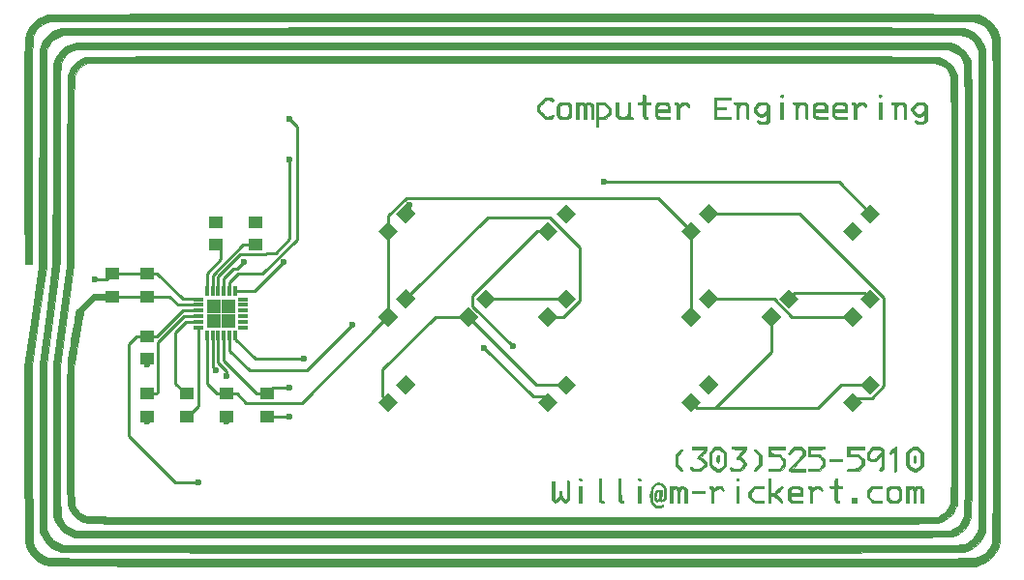
<source format=gbr>
G04 #@! TF.GenerationSoftware,KiCad,Pcbnew,5.0.1*
G04 #@! TF.CreationDate,2019-01-18T21:28:09-06:00*
G04 #@! TF.ProjectId,Layout,4C61796F75742E6B696361645F706362,rev?*
G04 #@! TF.SameCoordinates,Original*
G04 #@! TF.FileFunction,Copper,L1,Top,Signal*
G04 #@! TF.FilePolarity,Positive*
%FSLAX46Y46*%
G04 Gerber Fmt 4.6, Leading zero omitted, Abs format (unit mm)*
G04 Created by KiCad (PCBNEW 5.0.1) date Fri 18 Jan 2019 09:28:09 PM CST*
%MOMM*%
%LPD*%
G01*
G04 APERTURE LIST*
G04 #@! TA.AperFunction,EtchedComponent*
%ADD10C,0.010000*%
G04 #@! TD*
G04 #@! TA.AperFunction,SMDPad,CuDef*
%ADD11R,1.250000X1.000000*%
G04 #@! TD*
G04 #@! TA.AperFunction,SMDPad,CuDef*
%ADD12C,1.200000*%
G04 #@! TD*
G04 #@! TA.AperFunction,Conductor*
%ADD13C,0.100000*%
G04 #@! TD*
G04 #@! TA.AperFunction,SMDPad,CuDef*
%ADD14R,0.850000X0.300000*%
G04 #@! TD*
G04 #@! TA.AperFunction,SMDPad,CuDef*
%ADD15R,0.300000X0.850000*%
G04 #@! TD*
G04 #@! TA.AperFunction,SMDPad,CuDef*
%ADD16R,1.300000X1.300000*%
G04 #@! TD*
G04 #@! TA.AperFunction,SMDPad,CuDef*
%ADD17C,0.630000*%
G04 #@! TD*
G04 #@! TA.AperFunction,SMDPad,CuDef*
%ADD18R,0.630000X1.524000*%
G04 #@! TD*
G04 #@! TA.AperFunction,ViaPad*
%ADD19C,0.600000*%
G04 #@! TD*
G04 #@! TA.AperFunction,Conductor*
%ADD20C,0.250000*%
G04 #@! TD*
G04 #@! TA.AperFunction,Conductor*
%ADD21C,0.630000*%
G04 #@! TD*
G04 APERTURE END LIST*
D10*
G04 #@! TO.C,G\002A\002A\002A*
G36*
X191717696Y-113473176D02*
X191743189Y-113509285D01*
X191754831Y-113591611D01*
X191757811Y-113738275D01*
X191757833Y-113760920D01*
X191754565Y-113920124D01*
X191741851Y-114013038D01*
X191715331Y-114057886D01*
X191683622Y-114070966D01*
X191609585Y-114054339D01*
X191586085Y-114024472D01*
X191575478Y-113950978D01*
X191572396Y-113824512D01*
X191575630Y-113714427D01*
X191586531Y-113573588D01*
X191605687Y-113498118D01*
X191640648Y-113468720D01*
X191673167Y-113465167D01*
X191717696Y-113473176D01*
X191717696Y-113473176D01*
G37*
X191717696Y-113473176D02*
X191743189Y-113509285D01*
X191754831Y-113591611D01*
X191757811Y-113738275D01*
X191757833Y-113760920D01*
X191754565Y-113920124D01*
X191741851Y-114013038D01*
X191715331Y-114057886D01*
X191683622Y-114070966D01*
X191609585Y-114054339D01*
X191586085Y-114024472D01*
X191575478Y-113950978D01*
X191572396Y-113824512D01*
X191575630Y-113714427D01*
X191586531Y-113573588D01*
X191605687Y-113498118D01*
X191640648Y-113468720D01*
X191673167Y-113465167D01*
X191717696Y-113473176D01*
G36*
X174533718Y-113468758D02*
X174544978Y-113529480D01*
X174544398Y-113647811D01*
X174540669Y-113747272D01*
X174530458Y-113912648D01*
X174513356Y-114010558D01*
X174484848Y-114058170D01*
X174455596Y-114070781D01*
X174387164Y-114047255D01*
X174357709Y-113983757D01*
X174345168Y-113880977D01*
X174342882Y-113738483D01*
X174345613Y-113674028D01*
X174358930Y-113546716D01*
X174385426Y-113481245D01*
X174436407Y-113454813D01*
X174456002Y-113451388D01*
X174505699Y-113448457D01*
X174533718Y-113468758D01*
X174533718Y-113468758D01*
G37*
X174533718Y-113468758D02*
X174544978Y-113529480D01*
X174544398Y-113647811D01*
X174540669Y-113747272D01*
X174530458Y-113912648D01*
X174513356Y-114010558D01*
X174484848Y-114058170D01*
X174455596Y-114070781D01*
X174387164Y-114047255D01*
X174357709Y-113983757D01*
X174345168Y-113880977D01*
X174342882Y-113738483D01*
X174345613Y-113674028D01*
X174358930Y-113546716D01*
X174385426Y-113481245D01*
X174436407Y-113454813D01*
X174456002Y-113451388D01*
X174505699Y-113448457D01*
X174533718Y-113468758D01*
G36*
X188656917Y-81828639D02*
X188732456Y-81865249D01*
X188752167Y-81948000D01*
X188728873Y-82035241D01*
X188656917Y-82067361D01*
X188590324Y-82064276D01*
X188564746Y-82013696D01*
X188561667Y-81948000D01*
X188570657Y-81856370D01*
X188609514Y-81826204D01*
X188656917Y-81828639D01*
X188656917Y-81828639D01*
G37*
X188656917Y-81828639D02*
X188732456Y-81865249D01*
X188752167Y-81948000D01*
X188728873Y-82035241D01*
X188656917Y-82067361D01*
X188590324Y-82064276D01*
X188564746Y-82013696D01*
X188561667Y-81948000D01*
X188570657Y-81856370D01*
X188609514Y-81826204D01*
X188656917Y-81828639D01*
G36*
X180114134Y-81840388D02*
X180136351Y-81913233D01*
X180137333Y-81948000D01*
X180124205Y-82040739D01*
X180074880Y-82073550D01*
X180051338Y-82075000D01*
X179969935Y-82047415D01*
X179940975Y-82011500D01*
X179934183Y-81908202D01*
X179988272Y-81837185D01*
X180051338Y-81821000D01*
X180114134Y-81840388D01*
X180114134Y-81840388D01*
G37*
X180114134Y-81840388D02*
X180136351Y-81913233D01*
X180137333Y-81948000D01*
X180124205Y-82040739D01*
X180074880Y-82073550D01*
X180051338Y-82075000D01*
X179969935Y-82047415D01*
X179940975Y-82011500D01*
X179934183Y-81908202D01*
X179988272Y-81837185D01*
X180051338Y-81821000D01*
X180114134Y-81840388D01*
G36*
X190537324Y-82501711D02*
X190637501Y-82518487D01*
X190712307Y-82558625D01*
X190791353Y-82632090D01*
X190797029Y-82637932D01*
X190932333Y-82777531D01*
X190932333Y-83980000D01*
X190720667Y-83980000D01*
X190720667Y-83402584D01*
X190719381Y-83166027D01*
X190714414Y-82999867D01*
X190704101Y-82889858D01*
X190686775Y-82821754D01*
X190660772Y-82781308D01*
X190646583Y-82768930D01*
X190553620Y-82731879D01*
X190420493Y-82714287D01*
X190281692Y-82716702D01*
X190171709Y-82739676D01*
X190136467Y-82760800D01*
X190112552Y-82825407D01*
X190096328Y-82965670D01*
X190087537Y-83184786D01*
X190085667Y-83395800D01*
X190085667Y-83980000D01*
X189876263Y-83980000D01*
X189864548Y-83357443D01*
X189852833Y-82734885D01*
X189747000Y-82710124D01*
X189653647Y-82653940D01*
X189627639Y-82591848D01*
X189630309Y-82527981D01*
X189678577Y-82502240D01*
X189756756Y-82498334D01*
X189869821Y-82512583D01*
X189948031Y-82547081D01*
X189950200Y-82549134D01*
X190007807Y-82578136D01*
X190051800Y-82549134D01*
X190121233Y-82521422D01*
X190250700Y-82503341D01*
X190382162Y-82498334D01*
X190537324Y-82501711D01*
X190537324Y-82501711D01*
G37*
X190537324Y-82501711D02*
X190637501Y-82518487D01*
X190712307Y-82558625D01*
X190791353Y-82632090D01*
X190797029Y-82637932D01*
X190932333Y-82777531D01*
X190932333Y-83980000D01*
X190720667Y-83980000D01*
X190720667Y-83402584D01*
X190719381Y-83166027D01*
X190714414Y-82999867D01*
X190704101Y-82889858D01*
X190686775Y-82821754D01*
X190660772Y-82781308D01*
X190646583Y-82768930D01*
X190553620Y-82731879D01*
X190420493Y-82714287D01*
X190281692Y-82716702D01*
X190171709Y-82739676D01*
X190136467Y-82760800D01*
X190112552Y-82825407D01*
X190096328Y-82965670D01*
X190087537Y-83184786D01*
X190085667Y-83395800D01*
X190085667Y-83980000D01*
X189876263Y-83980000D01*
X189864548Y-83357443D01*
X189852833Y-82734885D01*
X189747000Y-82710124D01*
X189653647Y-82653940D01*
X189627639Y-82591848D01*
X189630309Y-82527981D01*
X189678577Y-82502240D01*
X189756756Y-82498334D01*
X189869821Y-82512583D01*
X189948031Y-82547081D01*
X189950200Y-82549134D01*
X190007807Y-82578136D01*
X190051800Y-82549134D01*
X190121233Y-82521422D01*
X190250700Y-82503341D01*
X190382162Y-82498334D01*
X190537324Y-82501711D01*
G36*
X188773333Y-83980000D02*
X188561667Y-83980000D01*
X188561667Y-82498334D01*
X188773333Y-82498334D01*
X188773333Y-83980000D01*
X188773333Y-83980000D01*
G37*
X188773333Y-83980000D02*
X188561667Y-83980000D01*
X188561667Y-82498334D01*
X188773333Y-82498334D01*
X188773333Y-83980000D01*
G36*
X187184931Y-82526842D02*
X187325274Y-82601441D01*
X187424682Y-82705743D01*
X187461000Y-82819597D01*
X187435799Y-82900909D01*
X187369261Y-82918040D01*
X187274981Y-82871238D01*
X187213140Y-82815102D01*
X187107559Y-82733377D01*
X187000978Y-82720572D01*
X186880036Y-82778808D01*
X186753519Y-82888148D01*
X186572000Y-83066295D01*
X186572000Y-83980000D01*
X186360333Y-83980000D01*
X186360333Y-83362204D01*
X186359663Y-83121377D01*
X186356486Y-82951995D01*
X186349054Y-82840837D01*
X186335618Y-82774687D01*
X186314428Y-82740323D01*
X186283736Y-82724528D01*
X186275667Y-82722266D01*
X186204542Y-82665636D01*
X186191000Y-82599229D01*
X186206816Y-82525471D01*
X186270905Y-82499819D01*
X186311439Y-82498334D01*
X186430177Y-82528796D01*
X186526695Y-82604128D01*
X186571496Y-82700249D01*
X186572000Y-82711055D01*
X186597824Y-82720688D01*
X186665620Y-82675299D01*
X186711599Y-82633638D01*
X186827216Y-82541139D01*
X186943218Y-82502950D01*
X187025851Y-82498334D01*
X187184931Y-82526842D01*
X187184931Y-82526842D01*
G37*
X187184931Y-82526842D02*
X187325274Y-82601441D01*
X187424682Y-82705743D01*
X187461000Y-82819597D01*
X187435799Y-82900909D01*
X187369261Y-82918040D01*
X187274981Y-82871238D01*
X187213140Y-82815102D01*
X187107559Y-82733377D01*
X187000978Y-82720572D01*
X186880036Y-82778808D01*
X186753519Y-82888148D01*
X186572000Y-83066295D01*
X186572000Y-83980000D01*
X186360333Y-83980000D01*
X186360333Y-83362204D01*
X186359663Y-83121377D01*
X186356486Y-82951995D01*
X186349054Y-82840837D01*
X186335618Y-82774687D01*
X186314428Y-82740323D01*
X186283736Y-82724528D01*
X186275667Y-82722266D01*
X186204542Y-82665636D01*
X186191000Y-82599229D01*
X186206816Y-82525471D01*
X186270905Y-82499819D01*
X186311439Y-82498334D01*
X186430177Y-82528796D01*
X186526695Y-82604128D01*
X186571496Y-82700249D01*
X186572000Y-82711055D01*
X186597824Y-82720688D01*
X186665620Y-82675299D01*
X186711599Y-82633638D01*
X186827216Y-82541139D01*
X186943218Y-82502950D01*
X187025851Y-82498334D01*
X187184931Y-82526842D01*
G36*
X185636281Y-82647973D02*
X185709459Y-82740621D01*
X185749049Y-82827542D01*
X185765075Y-82941033D01*
X185767667Y-83071307D01*
X185767667Y-83345000D01*
X184667000Y-83345000D01*
X184667000Y-83486606D01*
X184677453Y-83595356D01*
X184716881Y-83672546D01*
X184797384Y-83723894D01*
X184931063Y-83755115D01*
X185130019Y-83771929D01*
X185282484Y-83777394D01*
X185485813Y-83783594D01*
X185619664Y-83791783D01*
X185699213Y-83805372D01*
X185739638Y-83827774D01*
X185756114Y-83862400D01*
X185760027Y-83884750D01*
X185762950Y-83924250D01*
X185749456Y-83950970D01*
X185706063Y-83967407D01*
X185619287Y-83976059D01*
X185475645Y-83979424D01*
X185261651Y-83980000D01*
X184718104Y-83980000D01*
X184586719Y-83830360D01*
X184527462Y-83759374D01*
X184489386Y-83695224D01*
X184467810Y-83617138D01*
X184458051Y-83504347D01*
X184455431Y-83336080D01*
X184455333Y-83247339D01*
X184456486Y-83050184D01*
X184460021Y-82978180D01*
X184666846Y-82978180D01*
X184677453Y-83076310D01*
X184695222Y-83105111D01*
X184747138Y-83117132D01*
X184863970Y-83126605D01*
X185025979Y-83132276D01*
X185139722Y-83133334D01*
X185556000Y-83133334D01*
X185556000Y-82999084D01*
X185537781Y-82865035D01*
X185475338Y-82777414D01*
X185356991Y-82728496D01*
X185171059Y-82710557D01*
X185118855Y-82710000D01*
X184932169Y-82717355D01*
X184811165Y-82741652D01*
X184744417Y-82780061D01*
X184691200Y-82865998D01*
X184666846Y-82978180D01*
X184460021Y-82978180D01*
X184463048Y-82916541D01*
X184479672Y-82825257D01*
X184511014Y-82755182D01*
X184561726Y-82685163D01*
X184585415Y-82656146D01*
X184715497Y-82498334D01*
X185504896Y-82498334D01*
X185636281Y-82647973D01*
X185636281Y-82647973D01*
G37*
X185636281Y-82647973D02*
X185709459Y-82740621D01*
X185749049Y-82827542D01*
X185765075Y-82941033D01*
X185767667Y-83071307D01*
X185767667Y-83345000D01*
X184667000Y-83345000D01*
X184667000Y-83486606D01*
X184677453Y-83595356D01*
X184716881Y-83672546D01*
X184797384Y-83723894D01*
X184931063Y-83755115D01*
X185130019Y-83771929D01*
X185282484Y-83777394D01*
X185485813Y-83783594D01*
X185619664Y-83791783D01*
X185699213Y-83805372D01*
X185739638Y-83827774D01*
X185756114Y-83862400D01*
X185760027Y-83884750D01*
X185762950Y-83924250D01*
X185749456Y-83950970D01*
X185706063Y-83967407D01*
X185619287Y-83976059D01*
X185475645Y-83979424D01*
X185261651Y-83980000D01*
X184718104Y-83980000D01*
X184586719Y-83830360D01*
X184527462Y-83759374D01*
X184489386Y-83695224D01*
X184467810Y-83617138D01*
X184458051Y-83504347D01*
X184455431Y-83336080D01*
X184455333Y-83247339D01*
X184456486Y-83050184D01*
X184460021Y-82978180D01*
X184666846Y-82978180D01*
X184677453Y-83076310D01*
X184695222Y-83105111D01*
X184747138Y-83117132D01*
X184863970Y-83126605D01*
X185025979Y-83132276D01*
X185139722Y-83133334D01*
X185556000Y-83133334D01*
X185556000Y-82999084D01*
X185537781Y-82865035D01*
X185475338Y-82777414D01*
X185356991Y-82728496D01*
X185171059Y-82710557D01*
X185118855Y-82710000D01*
X184932169Y-82717355D01*
X184811165Y-82741652D01*
X184744417Y-82780061D01*
X184691200Y-82865998D01*
X184666846Y-82978180D01*
X184460021Y-82978180D01*
X184463048Y-82916541D01*
X184479672Y-82825257D01*
X184511014Y-82755182D01*
X184561726Y-82685163D01*
X184585415Y-82656146D01*
X184715497Y-82498334D01*
X185504896Y-82498334D01*
X185636281Y-82647973D01*
G36*
X183577745Y-82499833D02*
X183692888Y-82508718D01*
X183770080Y-82531571D01*
X183832674Y-82574972D01*
X183896695Y-82637932D01*
X183970075Y-82721019D01*
X184010740Y-82798417D01*
X184028208Y-82899907D01*
X184031998Y-83055270D01*
X184032000Y-83061266D01*
X184032000Y-83345000D01*
X182973667Y-83345000D01*
X182973667Y-83505867D01*
X182986304Y-83624393D01*
X183017417Y-83708930D01*
X183024467Y-83717534D01*
X183097329Y-83743951D01*
X183252401Y-83760857D01*
X183487742Y-83768067D01*
X183553633Y-83768334D01*
X184032000Y-83768334D01*
X184032000Y-83980000D01*
X183534583Y-83979531D01*
X183319794Y-83978204D01*
X183171079Y-83972577D01*
X183069855Y-83959463D01*
X182997538Y-83935675D01*
X182935542Y-83898026D01*
X182899583Y-83870629D01*
X182762000Y-83762197D01*
X182762000Y-82991728D01*
X182973667Y-82991728D01*
X182973667Y-83133334D01*
X183820333Y-83133334D01*
X183820333Y-82999084D01*
X183800355Y-82861749D01*
X183733058Y-82772909D01*
X183607398Y-82724889D01*
X183412331Y-82710015D01*
X183404355Y-82710000D01*
X183201876Y-82723453D01*
X183069737Y-82768469D01*
X182997257Y-82852035D01*
X182973754Y-82981138D01*
X182973667Y-82991728D01*
X182762000Y-82991728D01*
X182762000Y-82768942D01*
X182901599Y-82633638D01*
X182974048Y-82567720D01*
X183040097Y-82527654D01*
X183123464Y-82507017D01*
X183247865Y-82499388D01*
X183401294Y-82498334D01*
X183577745Y-82499833D01*
X183577745Y-82499833D01*
G37*
X183577745Y-82499833D02*
X183692888Y-82508718D01*
X183770080Y-82531571D01*
X183832674Y-82574972D01*
X183896695Y-82637932D01*
X183970075Y-82721019D01*
X184010740Y-82798417D01*
X184028208Y-82899907D01*
X184031998Y-83055270D01*
X184032000Y-83061266D01*
X184032000Y-83345000D01*
X182973667Y-83345000D01*
X182973667Y-83505867D01*
X182986304Y-83624393D01*
X183017417Y-83708930D01*
X183024467Y-83717534D01*
X183097329Y-83743951D01*
X183252401Y-83760857D01*
X183487742Y-83768067D01*
X183553633Y-83768334D01*
X184032000Y-83768334D01*
X184032000Y-83980000D01*
X183534583Y-83979531D01*
X183319794Y-83978204D01*
X183171079Y-83972577D01*
X183069855Y-83959463D01*
X182997538Y-83935675D01*
X182935542Y-83898026D01*
X182899583Y-83870629D01*
X182762000Y-83762197D01*
X182762000Y-82991728D01*
X182973667Y-82991728D01*
X182973667Y-83133334D01*
X183820333Y-83133334D01*
X183820333Y-82999084D01*
X183800355Y-82861749D01*
X183733058Y-82772909D01*
X183607398Y-82724889D01*
X183412331Y-82710015D01*
X183404355Y-82710000D01*
X183201876Y-82723453D01*
X183069737Y-82768469D01*
X182997257Y-82852035D01*
X182973754Y-82981138D01*
X182973667Y-82991728D01*
X182762000Y-82991728D01*
X182762000Y-82768942D01*
X182901599Y-82633638D01*
X182974048Y-82567720D01*
X183040097Y-82527654D01*
X183123464Y-82507017D01*
X183247865Y-82499388D01*
X183401294Y-82498334D01*
X183577745Y-82499833D01*
G36*
X181946066Y-82502168D02*
X182046957Y-82519349D01*
X182119785Y-82558390D01*
X182182580Y-82617067D01*
X182226653Y-82665521D01*
X182257558Y-82713653D01*
X182277632Y-82776681D01*
X182289212Y-82869822D01*
X182294634Y-83008292D01*
X182296235Y-83207309D01*
X182296333Y-83357900D01*
X182295758Y-83599081D01*
X182292878Y-83768303D01*
X182285965Y-83878269D01*
X182273290Y-83941686D01*
X182253123Y-83971259D01*
X182223736Y-83979691D01*
X182211667Y-83980000D01*
X182177480Y-83975431D01*
X182153985Y-83952841D01*
X182139186Y-83898911D01*
X182131086Y-83800320D01*
X182127690Y-83643747D01*
X182127000Y-83415872D01*
X182127000Y-83415061D01*
X182124417Y-83155478D01*
X182112786Y-82968639D01*
X182086286Y-82842681D01*
X182039097Y-82765744D01*
X181965395Y-82725965D01*
X181859362Y-82711483D01*
X181780978Y-82710000D01*
X181659436Y-82715753D01*
X181571763Y-82740856D01*
X181512489Y-82797072D01*
X181476141Y-82896167D01*
X181457248Y-83049906D01*
X181450340Y-83270052D01*
X181449667Y-83422417D01*
X181449667Y-83980000D01*
X181238000Y-83980000D01*
X181238000Y-82710000D01*
X181132167Y-82710000D01*
X181051606Y-82692515D01*
X181026780Y-82623670D01*
X181026333Y-82604167D01*
X181038328Y-82531063D01*
X181091171Y-82502319D01*
X181166033Y-82498334D01*
X181278210Y-82512883D01*
X181355364Y-82547999D01*
X181356533Y-82549134D01*
X181414140Y-82578136D01*
X181458133Y-82549134D01*
X181527584Y-82521422D01*
X181657132Y-82503345D01*
X181788880Y-82498334D01*
X181946066Y-82502168D01*
X181946066Y-82502168D01*
G37*
X181946066Y-82502168D02*
X182046957Y-82519349D01*
X182119785Y-82558390D01*
X182182580Y-82617067D01*
X182226653Y-82665521D01*
X182257558Y-82713653D01*
X182277632Y-82776681D01*
X182289212Y-82869822D01*
X182294634Y-83008292D01*
X182296235Y-83207309D01*
X182296333Y-83357900D01*
X182295758Y-83599081D01*
X182292878Y-83768303D01*
X182285965Y-83878269D01*
X182273290Y-83941686D01*
X182253123Y-83971259D01*
X182223736Y-83979691D01*
X182211667Y-83980000D01*
X182177480Y-83975431D01*
X182153985Y-83952841D01*
X182139186Y-83898911D01*
X182131086Y-83800320D01*
X182127690Y-83643747D01*
X182127000Y-83415872D01*
X182127000Y-83415061D01*
X182124417Y-83155478D01*
X182112786Y-82968639D01*
X182086286Y-82842681D01*
X182039097Y-82765744D01*
X181965395Y-82725965D01*
X181859362Y-82711483D01*
X181780978Y-82710000D01*
X181659436Y-82715753D01*
X181571763Y-82740856D01*
X181512489Y-82797072D01*
X181476141Y-82896167D01*
X181457248Y-83049906D01*
X181450340Y-83270052D01*
X181449667Y-83422417D01*
X181449667Y-83980000D01*
X181238000Y-83980000D01*
X181238000Y-82710000D01*
X181132167Y-82710000D01*
X181051606Y-82692515D01*
X181026780Y-82623670D01*
X181026333Y-82604167D01*
X181038328Y-82531063D01*
X181091171Y-82502319D01*
X181166033Y-82498334D01*
X181278210Y-82512883D01*
X181355364Y-82547999D01*
X181356533Y-82549134D01*
X181414140Y-82578136D01*
X181458133Y-82549134D01*
X181527584Y-82521422D01*
X181657132Y-82503345D01*
X181788880Y-82498334D01*
X181946066Y-82502168D01*
G36*
X180137333Y-83980000D02*
X179925667Y-83980000D01*
X179925667Y-82498334D01*
X180137333Y-82498334D01*
X180137333Y-83980000D01*
X180137333Y-83980000D01*
G37*
X180137333Y-83980000D02*
X179925667Y-83980000D01*
X179925667Y-82498334D01*
X180137333Y-82498334D01*
X180137333Y-83980000D01*
G36*
X176781399Y-82502168D02*
X176882290Y-82519349D01*
X176955118Y-82558390D01*
X177017913Y-82617067D01*
X177061986Y-82665521D01*
X177092891Y-82713653D01*
X177112966Y-82776681D01*
X177124546Y-82869822D01*
X177129968Y-83008292D01*
X177131568Y-83207309D01*
X177131667Y-83357900D01*
X177131091Y-83599081D01*
X177128211Y-83768303D01*
X177121298Y-83878269D01*
X177108623Y-83941686D01*
X177088457Y-83971259D01*
X177059070Y-83979691D01*
X177047000Y-83980000D01*
X177012813Y-83975431D01*
X176989318Y-83952841D01*
X176974519Y-83898911D01*
X176966420Y-83800320D01*
X176963023Y-83643747D01*
X176962333Y-83415872D01*
X176962333Y-83415061D01*
X176959750Y-83155478D01*
X176948119Y-82968639D01*
X176921620Y-82842681D01*
X176874430Y-82765744D01*
X176800729Y-82725965D01*
X176694695Y-82711483D01*
X176616311Y-82710000D01*
X176494769Y-82715753D01*
X176407097Y-82740856D01*
X176347822Y-82797072D01*
X176311474Y-82896167D01*
X176292581Y-83049906D01*
X176285673Y-83270052D01*
X176285000Y-83422417D01*
X176285000Y-83980000D01*
X176073333Y-83980000D01*
X176073333Y-82710000D01*
X175967500Y-82710000D01*
X175886939Y-82692515D01*
X175862113Y-82623670D01*
X175861667Y-82604167D01*
X175873661Y-82531063D01*
X175926505Y-82502319D01*
X176001367Y-82498334D01*
X176113543Y-82512883D01*
X176190697Y-82547999D01*
X176191867Y-82549134D01*
X176249473Y-82578136D01*
X176293466Y-82549134D01*
X176362917Y-82521422D01*
X176492465Y-82503345D01*
X176624213Y-82498334D01*
X176781399Y-82502168D01*
X176781399Y-82502168D01*
G37*
X176781399Y-82502168D02*
X176882290Y-82519349D01*
X176955118Y-82558390D01*
X177017913Y-82617067D01*
X177061986Y-82665521D01*
X177092891Y-82713653D01*
X177112966Y-82776681D01*
X177124546Y-82869822D01*
X177129968Y-83008292D01*
X177131568Y-83207309D01*
X177131667Y-83357900D01*
X177131091Y-83599081D01*
X177128211Y-83768303D01*
X177121298Y-83878269D01*
X177108623Y-83941686D01*
X177088457Y-83971259D01*
X177059070Y-83979691D01*
X177047000Y-83980000D01*
X177012813Y-83975431D01*
X176989318Y-83952841D01*
X176974519Y-83898911D01*
X176966420Y-83800320D01*
X176963023Y-83643747D01*
X176962333Y-83415872D01*
X176962333Y-83415061D01*
X176959750Y-83155478D01*
X176948119Y-82968639D01*
X176921620Y-82842681D01*
X176874430Y-82765744D01*
X176800729Y-82725965D01*
X176694695Y-82711483D01*
X176616311Y-82710000D01*
X176494769Y-82715753D01*
X176407097Y-82740856D01*
X176347822Y-82797072D01*
X176311474Y-82896167D01*
X176292581Y-83049906D01*
X176285673Y-83270052D01*
X176285000Y-83422417D01*
X176285000Y-83980000D01*
X176073333Y-83980000D01*
X176073333Y-82710000D01*
X175967500Y-82710000D01*
X175886939Y-82692515D01*
X175862113Y-82623670D01*
X175861667Y-82604167D01*
X175873661Y-82531063D01*
X175926505Y-82502319D01*
X176001367Y-82498334D01*
X176113543Y-82512883D01*
X176190697Y-82547999D01*
X176191867Y-82549134D01*
X176249473Y-82578136D01*
X176293466Y-82549134D01*
X176362917Y-82521422D01*
X176492465Y-82503345D01*
X176624213Y-82498334D01*
X176781399Y-82502168D01*
G36*
X175607667Y-82286667D02*
X174337667Y-82286667D01*
X174337667Y-82921667D01*
X174761000Y-82921667D01*
X174953112Y-82922311D01*
X175076016Y-82926819D01*
X175145168Y-82939057D01*
X175176028Y-82962888D01*
X175184053Y-83002177D01*
X175184333Y-83027500D01*
X175181757Y-83075528D01*
X175163723Y-83106254D01*
X175114772Y-83123542D01*
X175019448Y-83131257D01*
X174862293Y-83133263D01*
X174761000Y-83133334D01*
X174337667Y-83133334D01*
X174337667Y-83768334D01*
X175607667Y-83768334D01*
X175607667Y-83980000D01*
X174126000Y-83980000D01*
X174126000Y-82075000D01*
X175607667Y-82075000D01*
X175607667Y-82286667D01*
X175607667Y-82286667D01*
G37*
X175607667Y-82286667D02*
X174337667Y-82286667D01*
X174337667Y-82921667D01*
X174761000Y-82921667D01*
X174953112Y-82922311D01*
X175076016Y-82926819D01*
X175145168Y-82939057D01*
X175176028Y-82962888D01*
X175184053Y-83002177D01*
X175184333Y-83027500D01*
X175181757Y-83075528D01*
X175163723Y-83106254D01*
X175114772Y-83123542D01*
X175019448Y-83131257D01*
X174862293Y-83133263D01*
X174761000Y-83133334D01*
X174337667Y-83133334D01*
X174337667Y-83768334D01*
X175607667Y-83768334D01*
X175607667Y-83980000D01*
X174126000Y-83980000D01*
X174126000Y-82075000D01*
X175607667Y-82075000D01*
X175607667Y-82286667D01*
G36*
X171716236Y-82545379D02*
X171831695Y-82637932D01*
X171913750Y-82737454D01*
X171961798Y-82824475D01*
X171967000Y-82849599D01*
X171937884Y-82908989D01*
X171866762Y-82918919D01*
X171777968Y-82882530D01*
X171705437Y-82815834D01*
X171610153Y-82732402D01*
X171505056Y-82721003D01*
X171380623Y-82783182D01*
X171259519Y-82888148D01*
X171078000Y-83066295D01*
X171078000Y-83980000D01*
X170866333Y-83980000D01*
X170866333Y-83362204D01*
X170865663Y-83121377D01*
X170862486Y-82951995D01*
X170855054Y-82840837D01*
X170841618Y-82774687D01*
X170820428Y-82740323D01*
X170789736Y-82724528D01*
X170781667Y-82722266D01*
X170710542Y-82665636D01*
X170697000Y-82599229D01*
X170712816Y-82525471D01*
X170776905Y-82499819D01*
X170817439Y-82498334D01*
X170936177Y-82528796D01*
X171032695Y-82604128D01*
X171077496Y-82700249D01*
X171078000Y-82711055D01*
X171103824Y-82720688D01*
X171171620Y-82675299D01*
X171217599Y-82633638D01*
X171381653Y-82521064D01*
X171550469Y-82491662D01*
X171716236Y-82545379D01*
X171716236Y-82545379D01*
G37*
X171716236Y-82545379D02*
X171831695Y-82637932D01*
X171913750Y-82737454D01*
X171961798Y-82824475D01*
X171967000Y-82849599D01*
X171937884Y-82908989D01*
X171866762Y-82918919D01*
X171777968Y-82882530D01*
X171705437Y-82815834D01*
X171610153Y-82732402D01*
X171505056Y-82721003D01*
X171380623Y-82783182D01*
X171259519Y-82888148D01*
X171078000Y-83066295D01*
X171078000Y-83980000D01*
X170866333Y-83980000D01*
X170866333Y-83362204D01*
X170865663Y-83121377D01*
X170862486Y-82951995D01*
X170855054Y-82840837D01*
X170841618Y-82774687D01*
X170820428Y-82740323D01*
X170789736Y-82724528D01*
X170781667Y-82722266D01*
X170710542Y-82665636D01*
X170697000Y-82599229D01*
X170712816Y-82525471D01*
X170776905Y-82499819D01*
X170817439Y-82498334D01*
X170936177Y-82528796D01*
X171032695Y-82604128D01*
X171077496Y-82700249D01*
X171078000Y-82711055D01*
X171103824Y-82720688D01*
X171171620Y-82675299D01*
X171217599Y-82633638D01*
X171381653Y-82521064D01*
X171550469Y-82491662D01*
X171716236Y-82545379D01*
G36*
X170123345Y-82639913D02*
X170184807Y-82735181D01*
X170217746Y-82836471D01*
X170230234Y-82975411D01*
X170231333Y-83063246D01*
X170231333Y-83345000D01*
X169173000Y-83345000D01*
X169173000Y-83486606D01*
X169183453Y-83595356D01*
X169222881Y-83672546D01*
X169303384Y-83723894D01*
X169437063Y-83755115D01*
X169636019Y-83771929D01*
X169788484Y-83777394D01*
X169991813Y-83783594D01*
X170125664Y-83791783D01*
X170205213Y-83805372D01*
X170245638Y-83827774D01*
X170262114Y-83862400D01*
X170266027Y-83884750D01*
X170268944Y-83924372D01*
X170255350Y-83951128D01*
X170211716Y-83967543D01*
X170124511Y-83976143D01*
X169980203Y-83979453D01*
X169765262Y-83980000D01*
X169231942Y-83980000D01*
X169096638Y-83840401D01*
X169036804Y-83776077D01*
X168997867Y-83718142D01*
X168975337Y-83646981D01*
X168964725Y-83542983D01*
X168961543Y-83386534D01*
X168961333Y-83249208D01*
X168962258Y-83048062D01*
X168964546Y-82993209D01*
X169173000Y-82993209D01*
X169173000Y-83136295D01*
X169606917Y-83124231D01*
X170040833Y-83112167D01*
X170054590Y-82992006D01*
X170046628Y-82863467D01*
X169982814Y-82777115D01*
X169855240Y-82727761D01*
X169655997Y-82710215D01*
X169624855Y-82710000D01*
X169417636Y-82721656D01*
X169281058Y-82761384D01*
X169203724Y-82836329D01*
X169174237Y-82953635D01*
X169173000Y-82993209D01*
X168964546Y-82993209D01*
X168967955Y-82911508D01*
X168982813Y-82819473D01*
X169011217Y-82751881D01*
X169057555Y-82688661D01*
X169092719Y-82647973D01*
X169224104Y-82498334D01*
X170015358Y-82498334D01*
X170123345Y-82639913D01*
X170123345Y-82639913D01*
G37*
X170123345Y-82639913D02*
X170184807Y-82735181D01*
X170217746Y-82836471D01*
X170230234Y-82975411D01*
X170231333Y-83063246D01*
X170231333Y-83345000D01*
X169173000Y-83345000D01*
X169173000Y-83486606D01*
X169183453Y-83595356D01*
X169222881Y-83672546D01*
X169303384Y-83723894D01*
X169437063Y-83755115D01*
X169636019Y-83771929D01*
X169788484Y-83777394D01*
X169991813Y-83783594D01*
X170125664Y-83791783D01*
X170205213Y-83805372D01*
X170245638Y-83827774D01*
X170262114Y-83862400D01*
X170266027Y-83884750D01*
X170268944Y-83924372D01*
X170255350Y-83951128D01*
X170211716Y-83967543D01*
X170124511Y-83976143D01*
X169980203Y-83979453D01*
X169765262Y-83980000D01*
X169231942Y-83980000D01*
X169096638Y-83840401D01*
X169036804Y-83776077D01*
X168997867Y-83718142D01*
X168975337Y-83646981D01*
X168964725Y-83542983D01*
X168961543Y-83386534D01*
X168961333Y-83249208D01*
X168962258Y-83048062D01*
X168964546Y-82993209D01*
X169173000Y-82993209D01*
X169173000Y-83136295D01*
X169606917Y-83124231D01*
X170040833Y-83112167D01*
X170054590Y-82992006D01*
X170046628Y-82863467D01*
X169982814Y-82777115D01*
X169855240Y-82727761D01*
X169655997Y-82710215D01*
X169624855Y-82710000D01*
X169417636Y-82721656D01*
X169281058Y-82761384D01*
X169203724Y-82836329D01*
X169174237Y-82953635D01*
X169173000Y-82993209D01*
X168964546Y-82993209D01*
X168967955Y-82911508D01*
X168982813Y-82819473D01*
X169011217Y-82751881D01*
X169057555Y-82688661D01*
X169092719Y-82647973D01*
X169224104Y-82498334D01*
X170015358Y-82498334D01*
X170123345Y-82639913D01*
G36*
X168000079Y-81828879D02*
X168047530Y-81842581D01*
X168076707Y-81879146D01*
X168093230Y-81956712D01*
X168102720Y-82093413D01*
X168105864Y-82170250D01*
X168118228Y-82498334D01*
X168328114Y-82498334D01*
X168453071Y-82501833D01*
X168515162Y-82519638D01*
X168536123Y-82562709D01*
X168538000Y-82604167D01*
X168531137Y-82666978D01*
X168496115Y-82698313D01*
X168411280Y-82708998D01*
X168326333Y-82710000D01*
X168114667Y-82710000D01*
X168114667Y-83236223D01*
X168115280Y-83454938D01*
X168118793Y-83603209D01*
X168127716Y-83695257D01*
X168144557Y-83745302D01*
X168171828Y-83767567D01*
X168209917Y-83775973D01*
X168295500Y-83824180D01*
X168318694Y-83884750D01*
X168316498Y-83949451D01*
X168269756Y-83975757D01*
X168187672Y-83980000D01*
X168053220Y-83954634D01*
X167973061Y-83902583D01*
X167943435Y-83855752D01*
X167923236Y-83782551D01*
X167910845Y-83668291D01*
X167904640Y-83498283D01*
X167903000Y-83267583D01*
X167903000Y-82710000D01*
X167670167Y-82710000D01*
X167536759Y-82707176D01*
X167467290Y-82692565D01*
X167441071Y-82656959D01*
X167437333Y-82606379D01*
X167444974Y-82545401D01*
X167481926Y-82512395D01*
X167569234Y-82496338D01*
X167659583Y-82489962D01*
X167881833Y-82477167D01*
X167894246Y-82146379D01*
X167901959Y-81980924D01*
X167913413Y-81883474D01*
X167934154Y-81837386D01*
X167969729Y-81826018D01*
X168000079Y-81828879D01*
X168000079Y-81828879D01*
G37*
X168000079Y-81828879D02*
X168047530Y-81842581D01*
X168076707Y-81879146D01*
X168093230Y-81956712D01*
X168102720Y-82093413D01*
X168105864Y-82170250D01*
X168118228Y-82498334D01*
X168328114Y-82498334D01*
X168453071Y-82501833D01*
X168515162Y-82519638D01*
X168536123Y-82562709D01*
X168538000Y-82604167D01*
X168531137Y-82666978D01*
X168496115Y-82698313D01*
X168411280Y-82708998D01*
X168326333Y-82710000D01*
X168114667Y-82710000D01*
X168114667Y-83236223D01*
X168115280Y-83454938D01*
X168118793Y-83603209D01*
X168127716Y-83695257D01*
X168144557Y-83745302D01*
X168171828Y-83767567D01*
X168209917Y-83775973D01*
X168295500Y-83824180D01*
X168318694Y-83884750D01*
X168316498Y-83949451D01*
X168269756Y-83975757D01*
X168187672Y-83980000D01*
X168053220Y-83954634D01*
X167973061Y-83902583D01*
X167943435Y-83855752D01*
X167923236Y-83782551D01*
X167910845Y-83668291D01*
X167904640Y-83498283D01*
X167903000Y-83267583D01*
X167903000Y-82710000D01*
X167670167Y-82710000D01*
X167536759Y-82707176D01*
X167467290Y-82692565D01*
X167441071Y-82656959D01*
X167437333Y-82606379D01*
X167444974Y-82545401D01*
X167481926Y-82512395D01*
X167569234Y-82496338D01*
X167659583Y-82489962D01*
X167881833Y-82477167D01*
X167894246Y-82146379D01*
X167901959Y-81980924D01*
X167913413Y-81883474D01*
X167934154Y-81837386D01*
X167969729Y-81826018D01*
X168000079Y-81828879D01*
G36*
X165744000Y-83082534D02*
X165747538Y-83361084D01*
X165758324Y-83558453D01*
X165776613Y-83677838D01*
X165794800Y-83717534D01*
X165865136Y-83745212D01*
X165999166Y-83763080D01*
X166148072Y-83768334D01*
X166309915Y-83765390D01*
X166426559Y-83748624D01*
X166505400Y-83706131D01*
X166553836Y-83626004D01*
X166579261Y-83496339D01*
X166589072Y-83305231D01*
X166590667Y-83055917D01*
X166590667Y-82498334D01*
X166802333Y-82498334D01*
X166802333Y-83768334D01*
X166908167Y-83768334D01*
X166988727Y-83785818D01*
X167013553Y-83854663D01*
X167014000Y-83874167D01*
X167002005Y-83947270D01*
X166949162Y-83976014D01*
X166874300Y-83980000D01*
X166762123Y-83965451D01*
X166684969Y-83930335D01*
X166683800Y-83929200D01*
X166626193Y-83900198D01*
X166582200Y-83929200D01*
X166510311Y-83956564D01*
X166366523Y-83974000D01*
X166167171Y-83980000D01*
X165989627Y-83978557D01*
X165873620Y-83969919D01*
X165796027Y-83947624D01*
X165733721Y-83905208D01*
X165667638Y-83840401D01*
X165532333Y-83700803D01*
X165532333Y-82498334D01*
X165744000Y-82498334D01*
X165744000Y-83082534D01*
X165744000Y-83082534D01*
G37*
X165744000Y-83082534D02*
X165747538Y-83361084D01*
X165758324Y-83558453D01*
X165776613Y-83677838D01*
X165794800Y-83717534D01*
X165865136Y-83745212D01*
X165999166Y-83763080D01*
X166148072Y-83768334D01*
X166309915Y-83765390D01*
X166426559Y-83748624D01*
X166505400Y-83706131D01*
X166553836Y-83626004D01*
X166579261Y-83496339D01*
X166589072Y-83305231D01*
X166590667Y-83055917D01*
X166590667Y-82498334D01*
X166802333Y-82498334D01*
X166802333Y-83768334D01*
X166908167Y-83768334D01*
X166988727Y-83785818D01*
X167013553Y-83854663D01*
X167014000Y-83874167D01*
X167002005Y-83947270D01*
X166949162Y-83976014D01*
X166874300Y-83980000D01*
X166762123Y-83965451D01*
X166684969Y-83930335D01*
X166683800Y-83929200D01*
X166626193Y-83900198D01*
X166582200Y-83929200D01*
X166510311Y-83956564D01*
X166366523Y-83974000D01*
X166167171Y-83980000D01*
X165989627Y-83978557D01*
X165873620Y-83969919D01*
X165796027Y-83947624D01*
X165733721Y-83905208D01*
X165667638Y-83840401D01*
X165532333Y-83700803D01*
X165532333Y-82498334D01*
X165744000Y-82498334D01*
X165744000Y-83082534D01*
G36*
X162552004Y-82505258D02*
X162673785Y-82528245D01*
X162745583Y-82568395D01*
X162810091Y-82615220D01*
X162862670Y-82600353D01*
X162900417Y-82568395D01*
X162999565Y-82519359D01*
X163137106Y-82498417D01*
X163146112Y-82498334D01*
X163274829Y-82513631D01*
X163379354Y-82572057D01*
X163449695Y-82637932D01*
X163585000Y-82777531D01*
X163585000Y-83980000D01*
X163373333Y-83980000D01*
X163373333Y-83415061D01*
X163372028Y-83181346D01*
X163366901Y-83017356D01*
X163356132Y-82908174D01*
X163337903Y-82838883D01*
X163310396Y-82794565D01*
X163295916Y-82780061D01*
X163181717Y-82718954D01*
X163064794Y-82721849D01*
X163000800Y-82760800D01*
X162976886Y-82825407D01*
X162960661Y-82965670D01*
X162951870Y-83184786D01*
X162950000Y-83395800D01*
X162950000Y-83980000D01*
X162738333Y-83980000D01*
X162738333Y-83415061D01*
X162737028Y-83181346D01*
X162731901Y-83017356D01*
X162721132Y-82908174D01*
X162702903Y-82838883D01*
X162675396Y-82794565D01*
X162660916Y-82780061D01*
X162541819Y-82717116D01*
X162423867Y-82730558D01*
X162338567Y-82804086D01*
X162309348Y-82865920D01*
X162289703Y-82962497D01*
X162278137Y-83108212D01*
X162273157Y-83317459D01*
X162272667Y-83439086D01*
X162272667Y-83980000D01*
X162061000Y-83980000D01*
X162061000Y-82498334D01*
X162364583Y-82498334D01*
X162552004Y-82505258D01*
X162552004Y-82505258D01*
G37*
X162552004Y-82505258D02*
X162673785Y-82528245D01*
X162745583Y-82568395D01*
X162810091Y-82615220D01*
X162862670Y-82600353D01*
X162900417Y-82568395D01*
X162999565Y-82519359D01*
X163137106Y-82498417D01*
X163146112Y-82498334D01*
X163274829Y-82513631D01*
X163379354Y-82572057D01*
X163449695Y-82637932D01*
X163585000Y-82777531D01*
X163585000Y-83980000D01*
X163373333Y-83980000D01*
X163373333Y-83415061D01*
X163372028Y-83181346D01*
X163366901Y-83017356D01*
X163356132Y-82908174D01*
X163337903Y-82838883D01*
X163310396Y-82794565D01*
X163295916Y-82780061D01*
X163181717Y-82718954D01*
X163064794Y-82721849D01*
X163000800Y-82760800D01*
X162976886Y-82825407D01*
X162960661Y-82965670D01*
X162951870Y-83184786D01*
X162950000Y-83395800D01*
X162950000Y-83980000D01*
X162738333Y-83980000D01*
X162738333Y-83415061D01*
X162737028Y-83181346D01*
X162731901Y-83017356D01*
X162721132Y-82908174D01*
X162702903Y-82838883D01*
X162675396Y-82794565D01*
X162660916Y-82780061D01*
X162541819Y-82717116D01*
X162423867Y-82730558D01*
X162338567Y-82804086D01*
X162309348Y-82865920D01*
X162289703Y-82962497D01*
X162278137Y-83108212D01*
X162273157Y-83317459D01*
X162272667Y-83439086D01*
X162272667Y-83980000D01*
X162061000Y-83980000D01*
X162061000Y-82498334D01*
X162364583Y-82498334D01*
X162552004Y-82505258D01*
G36*
X161529679Y-82639913D02*
X161577519Y-82708612D01*
X161608698Y-82777544D01*
X161626750Y-82866518D01*
X161635207Y-82995342D01*
X161637601Y-83183826D01*
X161637667Y-83245442D01*
X161637667Y-83709391D01*
X161498068Y-83844696D01*
X161425619Y-83910614D01*
X161359569Y-83950680D01*
X161276202Y-83971317D01*
X161151802Y-83978946D01*
X160998372Y-83980000D01*
X160821921Y-83978501D01*
X160706778Y-83969616D01*
X160629587Y-83946763D01*
X160566992Y-83903361D01*
X160502971Y-83840401D01*
X160443377Y-83776389D01*
X160404496Y-83718756D01*
X160381905Y-83648039D01*
X160371181Y-83544770D01*
X160367901Y-83389483D01*
X160367667Y-83244910D01*
X160367887Y-83212550D01*
X160579333Y-83212550D01*
X160583588Y-83438620D01*
X160603329Y-83593517D01*
X160649020Y-83690586D01*
X160731125Y-83743171D01*
X160860109Y-83764618D01*
X161015144Y-83768334D01*
X161185057Y-83763320D01*
X161290867Y-83745457D01*
X161352696Y-83710507D01*
X161367070Y-83694250D01*
X161394579Y-83615946D01*
X161413676Y-83480101D01*
X161424155Y-83310248D01*
X161425813Y-83129921D01*
X161418443Y-82962652D01*
X161401841Y-82831974D01*
X161375802Y-82761420D01*
X161375200Y-82760800D01*
X161304260Y-82733192D01*
X161166821Y-82715476D01*
X161002667Y-82710000D01*
X160820971Y-82716842D01*
X160689868Y-82735746D01*
X160630133Y-82760800D01*
X160603045Y-82833197D01*
X160585804Y-82981394D01*
X160579356Y-83196993D01*
X160579333Y-83212550D01*
X160367887Y-83212550D01*
X160369065Y-83039811D01*
X160375743Y-82899170D01*
X160391425Y-82802790D01*
X160419833Y-82730478D01*
X160464691Y-82662038D01*
X160478524Y-82643676D01*
X160589382Y-82498334D01*
X161421691Y-82498334D01*
X161529679Y-82639913D01*
X161529679Y-82639913D01*
G37*
X161529679Y-82639913D02*
X161577519Y-82708612D01*
X161608698Y-82777544D01*
X161626750Y-82866518D01*
X161635207Y-82995342D01*
X161637601Y-83183826D01*
X161637667Y-83245442D01*
X161637667Y-83709391D01*
X161498068Y-83844696D01*
X161425619Y-83910614D01*
X161359569Y-83950680D01*
X161276202Y-83971317D01*
X161151802Y-83978946D01*
X160998372Y-83980000D01*
X160821921Y-83978501D01*
X160706778Y-83969616D01*
X160629587Y-83946763D01*
X160566992Y-83903361D01*
X160502971Y-83840401D01*
X160443377Y-83776389D01*
X160404496Y-83718756D01*
X160381905Y-83648039D01*
X160371181Y-83544770D01*
X160367901Y-83389483D01*
X160367667Y-83244910D01*
X160367887Y-83212550D01*
X160579333Y-83212550D01*
X160583588Y-83438620D01*
X160603329Y-83593517D01*
X160649020Y-83690586D01*
X160731125Y-83743171D01*
X160860109Y-83764618D01*
X161015144Y-83768334D01*
X161185057Y-83763320D01*
X161290867Y-83745457D01*
X161352696Y-83710507D01*
X161367070Y-83694250D01*
X161394579Y-83615946D01*
X161413676Y-83480101D01*
X161424155Y-83310248D01*
X161425813Y-83129921D01*
X161418443Y-82962652D01*
X161401841Y-82831974D01*
X161375802Y-82761420D01*
X161375200Y-82760800D01*
X161304260Y-82733192D01*
X161166821Y-82715476D01*
X161002667Y-82710000D01*
X160820971Y-82716842D01*
X160689868Y-82735746D01*
X160630133Y-82760800D01*
X160603045Y-82833197D01*
X160585804Y-82981394D01*
X160579356Y-83196993D01*
X160579333Y-83212550D01*
X160367887Y-83212550D01*
X160369065Y-83039811D01*
X160375743Y-82899170D01*
X160391425Y-82802790D01*
X160419833Y-82730478D01*
X160464691Y-82662038D01*
X160478524Y-82643676D01*
X160589382Y-82498334D01*
X161421691Y-82498334D01*
X161529679Y-82639913D01*
G36*
X159779525Y-82080065D02*
X159888894Y-82100218D01*
X159971816Y-82142900D01*
X160016056Y-82178170D01*
X160090900Y-82249213D01*
X160106974Y-82295587D01*
X160071799Y-82345295D01*
X160063289Y-82354036D01*
X160006021Y-82401034D01*
X159951593Y-82396360D01*
X159884862Y-82356699D01*
X159773373Y-82311736D01*
X159630578Y-82287846D01*
X159595437Y-82286667D01*
X159505259Y-82291240D01*
X159430282Y-82312677D01*
X159351650Y-82362556D01*
X159250506Y-82452453D01*
X159128281Y-82573479D01*
X158993724Y-82712531D01*
X158909542Y-82812303D01*
X158864209Y-82891274D01*
X158846195Y-82967924D01*
X158843667Y-83029698D01*
X158849347Y-83115325D01*
X158874125Y-83189979D01*
X158929608Y-83272033D01*
X159027400Y-83379858D01*
X159130479Y-83483719D01*
X159267813Y-83617150D01*
X159365786Y-83700838D01*
X159443511Y-83746268D01*
X159520101Y-83764930D01*
X159604000Y-83768334D01*
X159766994Y-83747976D01*
X159884264Y-83680351D01*
X159889561Y-83675468D01*
X159961864Y-83615271D01*
X160009653Y-83611942D01*
X160059522Y-83653713D01*
X160099635Y-83703779D01*
X160094538Y-83750924D01*
X160037360Y-83821850D01*
X160008396Y-83852412D01*
X159933621Y-83922158D01*
X159859593Y-83960543D01*
X159757425Y-83976758D01*
X159607395Y-83980000D01*
X159328631Y-83980000D01*
X158980315Y-83629866D01*
X158632000Y-83279732D01*
X158632000Y-82771631D01*
X158982134Y-82423316D01*
X159332268Y-82075000D01*
X159614773Y-82075000D01*
X159779525Y-82080065D01*
X159779525Y-82080065D01*
G37*
X159779525Y-82080065D02*
X159888894Y-82100218D01*
X159971816Y-82142900D01*
X160016056Y-82178170D01*
X160090900Y-82249213D01*
X160106974Y-82295587D01*
X160071799Y-82345295D01*
X160063289Y-82354036D01*
X160006021Y-82401034D01*
X159951593Y-82396360D01*
X159884862Y-82356699D01*
X159773373Y-82311736D01*
X159630578Y-82287846D01*
X159595437Y-82286667D01*
X159505259Y-82291240D01*
X159430282Y-82312677D01*
X159351650Y-82362556D01*
X159250506Y-82452453D01*
X159128281Y-82573479D01*
X158993724Y-82712531D01*
X158909542Y-82812303D01*
X158864209Y-82891274D01*
X158846195Y-82967924D01*
X158843667Y-83029698D01*
X158849347Y-83115325D01*
X158874125Y-83189979D01*
X158929608Y-83272033D01*
X159027400Y-83379858D01*
X159130479Y-83483719D01*
X159267813Y-83617150D01*
X159365786Y-83700838D01*
X159443511Y-83746268D01*
X159520101Y-83764930D01*
X159604000Y-83768334D01*
X159766994Y-83747976D01*
X159884264Y-83680351D01*
X159889561Y-83675468D01*
X159961864Y-83615271D01*
X160009653Y-83611942D01*
X160059522Y-83653713D01*
X160099635Y-83703779D01*
X160094538Y-83750924D01*
X160037360Y-83821850D01*
X160008396Y-83852412D01*
X159933621Y-83922158D01*
X159859593Y-83960543D01*
X159757425Y-83976758D01*
X159607395Y-83980000D01*
X159328631Y-83980000D01*
X158980315Y-83629866D01*
X158632000Y-83279732D01*
X158632000Y-82771631D01*
X158982134Y-82423316D01*
X159332268Y-82075000D01*
X159614773Y-82075000D01*
X159779525Y-82080065D01*
G36*
X192327034Y-82500512D02*
X192434353Y-82512324D01*
X192508799Y-82541690D01*
X192576260Y-82596527D01*
X192617362Y-82637932D01*
X192752667Y-82777531D01*
X192752667Y-84132725D01*
X192613068Y-84268029D01*
X192535442Y-84337650D01*
X192463988Y-84378121D01*
X192372123Y-84397298D01*
X192233266Y-84403039D01*
X192155321Y-84403334D01*
X191988449Y-84400695D01*
X191881022Y-84388139D01*
X191807872Y-84358708D01*
X191743830Y-84305443D01*
X191722545Y-84283687D01*
X191651212Y-84204143D01*
X191634380Y-84156112D01*
X191666701Y-84111216D01*
X191686587Y-84092844D01*
X191749057Y-84046785D01*
X191797319Y-84060992D01*
X191842190Y-84106657D01*
X191912354Y-84159422D01*
X192016351Y-84185397D01*
X192160000Y-84191667D01*
X192334766Y-84179981D01*
X192447581Y-84135605D01*
X192510990Y-84044565D01*
X192537541Y-83892883D01*
X192541000Y-83767279D01*
X192541000Y-83497725D01*
X192401401Y-83633029D01*
X192298671Y-83718714D01*
X192197868Y-83758400D01*
X192056921Y-83768326D01*
X192050826Y-83768334D01*
X191942073Y-83764599D01*
X191859915Y-83745020D01*
X191781090Y-83697038D01*
X191682335Y-83608090D01*
X191597758Y-83523689D01*
X191471493Y-83389738D01*
X191397327Y-83290769D01*
X191362905Y-83206859D01*
X191355667Y-83133334D01*
X191567333Y-83133334D01*
X191595265Y-83194108D01*
X191667638Y-83289733D01*
X191745481Y-83375148D01*
X191895463Y-83504463D01*
X192027199Y-83557137D01*
X192157030Y-83533259D01*
X192301295Y-83432920D01*
X192359481Y-83378519D01*
X192465972Y-83264634D01*
X192520973Y-83172990D01*
X192539981Y-83074051D01*
X192541000Y-83032603D01*
X192521462Y-82874834D01*
X192455349Y-82774892D01*
X192331413Y-82723196D01*
X192162253Y-82710000D01*
X192023442Y-82714517D01*
X191928928Y-82738112D01*
X191844122Y-82795848D01*
X191745481Y-82891519D01*
X191650007Y-82998254D01*
X191585352Y-83088627D01*
X191567333Y-83133334D01*
X191355667Y-83133334D01*
X191366225Y-83046667D01*
X191406135Y-82961696D01*
X191487752Y-82858500D01*
X191597758Y-82742978D01*
X191839849Y-82498334D01*
X192160954Y-82498334D01*
X192327034Y-82500512D01*
X192327034Y-82500512D01*
G37*
X192327034Y-82500512D02*
X192434353Y-82512324D01*
X192508799Y-82541690D01*
X192576260Y-82596527D01*
X192617362Y-82637932D01*
X192752667Y-82777531D01*
X192752667Y-84132725D01*
X192613068Y-84268029D01*
X192535442Y-84337650D01*
X192463988Y-84378121D01*
X192372123Y-84397298D01*
X192233266Y-84403039D01*
X192155321Y-84403334D01*
X191988449Y-84400695D01*
X191881022Y-84388139D01*
X191807872Y-84358708D01*
X191743830Y-84305443D01*
X191722545Y-84283687D01*
X191651212Y-84204143D01*
X191634380Y-84156112D01*
X191666701Y-84111216D01*
X191686587Y-84092844D01*
X191749057Y-84046785D01*
X191797319Y-84060992D01*
X191842190Y-84106657D01*
X191912354Y-84159422D01*
X192016351Y-84185397D01*
X192160000Y-84191667D01*
X192334766Y-84179981D01*
X192447581Y-84135605D01*
X192510990Y-84044565D01*
X192537541Y-83892883D01*
X192541000Y-83767279D01*
X192541000Y-83497725D01*
X192401401Y-83633029D01*
X192298671Y-83718714D01*
X192197868Y-83758400D01*
X192056921Y-83768326D01*
X192050826Y-83768334D01*
X191942073Y-83764599D01*
X191859915Y-83745020D01*
X191781090Y-83697038D01*
X191682335Y-83608090D01*
X191597758Y-83523689D01*
X191471493Y-83389738D01*
X191397327Y-83290769D01*
X191362905Y-83206859D01*
X191355667Y-83133334D01*
X191567333Y-83133334D01*
X191595265Y-83194108D01*
X191667638Y-83289733D01*
X191745481Y-83375148D01*
X191895463Y-83504463D01*
X192027199Y-83557137D01*
X192157030Y-83533259D01*
X192301295Y-83432920D01*
X192359481Y-83378519D01*
X192465972Y-83264634D01*
X192520973Y-83172990D01*
X192539981Y-83074051D01*
X192541000Y-83032603D01*
X192521462Y-82874834D01*
X192455349Y-82774892D01*
X192331413Y-82723196D01*
X192162253Y-82710000D01*
X192023442Y-82714517D01*
X191928928Y-82738112D01*
X191844122Y-82795848D01*
X191745481Y-82891519D01*
X191650007Y-82998254D01*
X191585352Y-83088627D01*
X191567333Y-83133334D01*
X191355667Y-83133334D01*
X191366225Y-83046667D01*
X191406135Y-82961696D01*
X191487752Y-82858500D01*
X191597758Y-82742978D01*
X191839849Y-82498334D01*
X192160954Y-82498334D01*
X192327034Y-82500512D01*
G36*
X178557169Y-82500540D02*
X178668933Y-82511297D01*
X178743510Y-82536812D01*
X178804625Y-82583294D01*
X178838246Y-82617067D01*
X178952000Y-82735800D01*
X178952000Y-84175826D01*
X178833267Y-84289580D01*
X178765799Y-84347051D01*
X178695841Y-84381103D01*
X178599145Y-84397760D01*
X178451461Y-84403050D01*
X178375520Y-84403334D01*
X178203194Y-84401130D01*
X178091683Y-84390332D01*
X178017170Y-84364658D01*
X177955836Y-84317824D01*
X177921878Y-84283687D01*
X177850545Y-84204143D01*
X177833713Y-84156112D01*
X177866034Y-84111216D01*
X177885920Y-84092844D01*
X177948391Y-84046785D01*
X177996652Y-84060992D01*
X178041523Y-84106657D01*
X178106711Y-84157079D01*
X178202055Y-84183262D01*
X178352780Y-84191568D01*
X178378594Y-84191667D01*
X178528316Y-84183701D01*
X178642860Y-84162841D01*
X178689533Y-84140867D01*
X178717226Y-84070757D01*
X178735150Y-83937925D01*
X178740333Y-83793896D01*
X178740333Y-83497725D01*
X178600734Y-83633029D01*
X178493779Y-83721133D01*
X178387606Y-83760289D01*
X178259534Y-83768334D01*
X178149004Y-83763082D01*
X178062640Y-83738674D01*
X177974705Y-83682132D01*
X177859464Y-83580478D01*
X177827632Y-83550526D01*
X177708524Y-83433789D01*
X177639517Y-83348567D01*
X177607081Y-83270523D01*
X177597684Y-83175321D01*
X177597333Y-83136330D01*
X177597647Y-83129779D01*
X177813489Y-83129779D01*
X177852001Y-83255139D01*
X177965758Y-83396132D01*
X178108387Y-83515266D01*
X178239036Y-83558242D01*
X178371973Y-83524638D01*
X178521470Y-83414029D01*
X178558814Y-83378519D01*
X178663021Y-83268575D01*
X178717593Y-83180940D01*
X178738021Y-83083823D01*
X178740333Y-83005986D01*
X178729867Y-82877688D01*
X178703494Y-82782271D01*
X178689533Y-82760800D01*
X178621388Y-82733140D01*
X178497666Y-82714774D01*
X178384401Y-82710000D01*
X178235819Y-82714482D01*
X178136932Y-82736705D01*
X178052892Y-82789837D01*
X177969535Y-82866758D01*
X177852627Y-83005837D01*
X177813489Y-83129779D01*
X177597647Y-83129779D01*
X177602490Y-83028943D01*
X177626898Y-82945890D01*
X177683962Y-82862155D01*
X177787088Y-82752726D01*
X177820914Y-82719137D01*
X178044496Y-82498334D01*
X178384494Y-82498334D01*
X178557169Y-82500540D01*
X178557169Y-82500540D01*
G37*
X178557169Y-82500540D02*
X178668933Y-82511297D01*
X178743510Y-82536812D01*
X178804625Y-82583294D01*
X178838246Y-82617067D01*
X178952000Y-82735800D01*
X178952000Y-84175826D01*
X178833267Y-84289580D01*
X178765799Y-84347051D01*
X178695841Y-84381103D01*
X178599145Y-84397760D01*
X178451461Y-84403050D01*
X178375520Y-84403334D01*
X178203194Y-84401130D01*
X178091683Y-84390332D01*
X178017170Y-84364658D01*
X177955836Y-84317824D01*
X177921878Y-84283687D01*
X177850545Y-84204143D01*
X177833713Y-84156112D01*
X177866034Y-84111216D01*
X177885920Y-84092844D01*
X177948391Y-84046785D01*
X177996652Y-84060992D01*
X178041523Y-84106657D01*
X178106711Y-84157079D01*
X178202055Y-84183262D01*
X178352780Y-84191568D01*
X178378594Y-84191667D01*
X178528316Y-84183701D01*
X178642860Y-84162841D01*
X178689533Y-84140867D01*
X178717226Y-84070757D01*
X178735150Y-83937925D01*
X178740333Y-83793896D01*
X178740333Y-83497725D01*
X178600734Y-83633029D01*
X178493779Y-83721133D01*
X178387606Y-83760289D01*
X178259534Y-83768334D01*
X178149004Y-83763082D01*
X178062640Y-83738674D01*
X177974705Y-83682132D01*
X177859464Y-83580478D01*
X177827632Y-83550526D01*
X177708524Y-83433789D01*
X177639517Y-83348567D01*
X177607081Y-83270523D01*
X177597684Y-83175321D01*
X177597333Y-83136330D01*
X177597647Y-83129779D01*
X177813489Y-83129779D01*
X177852001Y-83255139D01*
X177965758Y-83396132D01*
X178108387Y-83515266D01*
X178239036Y-83558242D01*
X178371973Y-83524638D01*
X178521470Y-83414029D01*
X178558814Y-83378519D01*
X178663021Y-83268575D01*
X178717593Y-83180940D01*
X178738021Y-83083823D01*
X178740333Y-83005986D01*
X178729867Y-82877688D01*
X178703494Y-82782271D01*
X178689533Y-82760800D01*
X178621388Y-82733140D01*
X178497666Y-82714774D01*
X178384401Y-82710000D01*
X178235819Y-82714482D01*
X178136932Y-82736705D01*
X178052892Y-82789837D01*
X177969535Y-82866758D01*
X177852627Y-83005837D01*
X177813489Y-83129779D01*
X177597647Y-83129779D01*
X177602490Y-83028943D01*
X177626898Y-82945890D01*
X177683962Y-82862155D01*
X177787088Y-82752726D01*
X177820914Y-82719137D01*
X178044496Y-82498334D01*
X178384494Y-82498334D01*
X178557169Y-82500540D01*
G36*
X164844417Y-82744005D02*
X165109000Y-82990640D01*
X165109000Y-83234463D01*
X165106331Y-83357644D01*
X165090333Y-83446775D01*
X165049020Y-83526635D01*
X164970403Y-83622009D01*
X164869723Y-83729143D01*
X164630445Y-83980000D01*
X164008333Y-83980000D01*
X164008333Y-84318667D01*
X164006615Y-84487301D01*
X163998572Y-84588357D01*
X163979870Y-84638900D01*
X163946177Y-84655996D01*
X163922338Y-84657334D01*
X163842742Y-84634104D01*
X163815715Y-84603580D01*
X163810390Y-84547639D01*
X163806518Y-84419445D01*
X163804207Y-84231400D01*
X163803565Y-83995907D01*
X163804518Y-83768334D01*
X164008333Y-83768334D01*
X164274686Y-83768334D01*
X164424107Y-83765034D01*
X164522488Y-83745989D01*
X164603430Y-83697475D01*
X164700533Y-83605771D01*
X164719186Y-83586814D01*
X164823626Y-83470907D01*
X164877531Y-83377455D01*
X164896251Y-83275740D01*
X164897333Y-83230275D01*
X164890101Y-83125797D01*
X164857895Y-83045449D01*
X164784953Y-82962001D01*
X164696250Y-82882901D01*
X164575861Y-82786036D01*
X164480252Y-82734278D01*
X164373525Y-82713685D01*
X164251750Y-82710273D01*
X164008333Y-82710000D01*
X164008333Y-83768334D01*
X163804518Y-83768334D01*
X163804699Y-83725368D01*
X163806461Y-83534663D01*
X163817833Y-82519500D01*
X164198833Y-82508435D01*
X164579833Y-82497371D01*
X164844417Y-82744005D01*
X164844417Y-82744005D01*
G37*
X164844417Y-82744005D02*
X165109000Y-82990640D01*
X165109000Y-83234463D01*
X165106331Y-83357644D01*
X165090333Y-83446775D01*
X165049020Y-83526635D01*
X164970403Y-83622009D01*
X164869723Y-83729143D01*
X164630445Y-83980000D01*
X164008333Y-83980000D01*
X164008333Y-84318667D01*
X164006615Y-84487301D01*
X163998572Y-84588357D01*
X163979870Y-84638900D01*
X163946177Y-84655996D01*
X163922338Y-84657334D01*
X163842742Y-84634104D01*
X163815715Y-84603580D01*
X163810390Y-84547639D01*
X163806518Y-84419445D01*
X163804207Y-84231400D01*
X163803565Y-83995907D01*
X163804518Y-83768334D01*
X164008333Y-83768334D01*
X164274686Y-83768334D01*
X164424107Y-83765034D01*
X164522488Y-83745989D01*
X164603430Y-83697475D01*
X164700533Y-83605771D01*
X164719186Y-83586814D01*
X164823626Y-83470907D01*
X164877531Y-83377455D01*
X164896251Y-83275740D01*
X164897333Y-83230275D01*
X164890101Y-83125797D01*
X164857895Y-83045449D01*
X164784953Y-82962001D01*
X164696250Y-82882901D01*
X164575861Y-82786036D01*
X164480252Y-82734278D01*
X164373525Y-82713685D01*
X164251750Y-82710273D01*
X164008333Y-82710000D01*
X164008333Y-83768334D01*
X163804518Y-83768334D01*
X163804699Y-83725368D01*
X163806461Y-83534663D01*
X163817833Y-82519500D01*
X164198833Y-82508435D01*
X164579833Y-82497371D01*
X164844417Y-82744005D01*
G36*
X185344333Y-113952000D02*
X184243667Y-113952000D01*
X184243667Y-113740334D01*
X185344333Y-113740334D01*
X185344333Y-113952000D01*
X185344333Y-113952000D01*
G37*
X185344333Y-113952000D02*
X184243667Y-113952000D01*
X184243667Y-113740334D01*
X185344333Y-113740334D01*
X185344333Y-113952000D01*
G36*
X188528289Y-112683454D02*
X188644129Y-112692139D01*
X188721644Y-112714539D01*
X188784003Y-112757141D01*
X188849695Y-112821599D01*
X188985000Y-112961198D01*
X188985000Y-114528058D01*
X188845401Y-114663362D01*
X188748215Y-114753822D01*
X188688853Y-114790325D01*
X188645636Y-114779149D01*
X188602730Y-114733636D01*
X188576680Y-114679931D01*
X188601802Y-114619169D01*
X188661046Y-114551403D01*
X188709572Y-114496584D01*
X188741633Y-114440849D01*
X188760633Y-114365997D01*
X188769975Y-114253825D01*
X188773065Y-114086134D01*
X188773333Y-113951009D01*
X188773333Y-113467817D01*
X188528689Y-113709909D01*
X188284045Y-113952000D01*
X188017433Y-113952000D01*
X187863361Y-113947558D01*
X187763233Y-113927779D01*
X187686514Y-113882984D01*
X187627077Y-113828257D01*
X187557629Y-113749238D01*
X187520336Y-113669330D01*
X187505519Y-113557999D01*
X187503512Y-113447719D01*
X187715000Y-113447719D01*
X187729115Y-113603369D01*
X187781964Y-113693394D01*
X187889300Y-113733516D01*
X188008154Y-113740334D01*
X188101883Y-113736276D01*
X188178110Y-113716461D01*
X188256106Y-113669423D01*
X188355140Y-113583695D01*
X188486521Y-113455719D01*
X188610843Y-113326253D01*
X188707996Y-113213479D01*
X188764485Y-113133671D01*
X188773333Y-113109802D01*
X188739938Y-113001547D01*
X188637443Y-112931384D01*
X188462389Y-112897536D01*
X188352253Y-112893667D01*
X188199039Y-112896365D01*
X188098841Y-112912801D01*
X188020018Y-112955484D01*
X187930927Y-113036925D01*
X187893147Y-113075186D01*
X187790116Y-113188593D01*
X187736464Y-113279508D01*
X187716846Y-113380022D01*
X187715000Y-113447719D01*
X187503512Y-113447719D01*
X187503333Y-113437901D01*
X187503333Y-113171289D01*
X187745425Y-112926644D01*
X187987516Y-112682000D01*
X188350954Y-112682000D01*
X188528289Y-112683454D01*
X188528289Y-112683454D01*
G37*
X188528289Y-112683454D02*
X188644129Y-112692139D01*
X188721644Y-112714539D01*
X188784003Y-112757141D01*
X188849695Y-112821599D01*
X188985000Y-112961198D01*
X188985000Y-114528058D01*
X188845401Y-114663362D01*
X188748215Y-114753822D01*
X188688853Y-114790325D01*
X188645636Y-114779149D01*
X188602730Y-114733636D01*
X188576680Y-114679931D01*
X188601802Y-114619169D01*
X188661046Y-114551403D01*
X188709572Y-114496584D01*
X188741633Y-114440849D01*
X188760633Y-114365997D01*
X188769975Y-114253825D01*
X188773065Y-114086134D01*
X188773333Y-113951009D01*
X188773333Y-113467817D01*
X188528689Y-113709909D01*
X188284045Y-113952000D01*
X188017433Y-113952000D01*
X187863361Y-113947558D01*
X187763233Y-113927779D01*
X187686514Y-113882984D01*
X187627077Y-113828257D01*
X187557629Y-113749238D01*
X187520336Y-113669330D01*
X187505519Y-113557999D01*
X187503512Y-113447719D01*
X187715000Y-113447719D01*
X187729115Y-113603369D01*
X187781964Y-113693394D01*
X187889300Y-113733516D01*
X188008154Y-113740334D01*
X188101883Y-113736276D01*
X188178110Y-113716461D01*
X188256106Y-113669423D01*
X188355140Y-113583695D01*
X188486521Y-113455719D01*
X188610843Y-113326253D01*
X188707996Y-113213479D01*
X188764485Y-113133671D01*
X188773333Y-113109802D01*
X188739938Y-113001547D01*
X188637443Y-112931384D01*
X188462389Y-112897536D01*
X188352253Y-112893667D01*
X188199039Y-112896365D01*
X188098841Y-112912801D01*
X188020018Y-112955484D01*
X187930927Y-113036925D01*
X187893147Y-113075186D01*
X187790116Y-113188593D01*
X187736464Y-113279508D01*
X187716846Y-113380022D01*
X187715000Y-113447719D01*
X187503512Y-113447719D01*
X187503333Y-113437901D01*
X187503333Y-113171289D01*
X187745425Y-112926644D01*
X187987516Y-112682000D01*
X188350954Y-112682000D01*
X188528289Y-112683454D01*
G36*
X187249333Y-112893667D02*
X185979333Y-112893667D01*
X185979333Y-113317000D01*
X186765150Y-113317000D01*
X187007242Y-113561644D01*
X187249333Y-113806289D01*
X187249333Y-114072178D01*
X187246818Y-114210626D01*
X187230978Y-114306674D01*
X187189373Y-114388665D01*
X187109561Y-114484940D01*
X187031526Y-114568368D01*
X186813718Y-114798667D01*
X186287748Y-114798667D01*
X186069397Y-114798178D01*
X185922208Y-114795039D01*
X185832675Y-114786739D01*
X185787295Y-114770768D01*
X185772563Y-114744615D01*
X185774972Y-114705771D01*
X185775306Y-114703417D01*
X185785905Y-114661590D01*
X185813638Y-114633186D01*
X185873608Y-114614545D01*
X185980919Y-114602009D01*
X186150673Y-114591917D01*
X186255844Y-114587000D01*
X186722855Y-114565834D01*
X186880261Y-114391369D01*
X186979933Y-114265780D01*
X187027166Y-114157181D01*
X187037667Y-114050933D01*
X187027254Y-113943149D01*
X186985698Y-113852039D01*
X186897518Y-113748257D01*
X186856147Y-113706814D01*
X186674628Y-113528667D01*
X185767667Y-113528667D01*
X185767667Y-112682000D01*
X187249333Y-112682000D01*
X187249333Y-112893667D01*
X187249333Y-112893667D01*
G37*
X187249333Y-112893667D02*
X185979333Y-112893667D01*
X185979333Y-113317000D01*
X186765150Y-113317000D01*
X187007242Y-113561644D01*
X187249333Y-113806289D01*
X187249333Y-114072178D01*
X187246818Y-114210626D01*
X187230978Y-114306674D01*
X187189373Y-114388665D01*
X187109561Y-114484940D01*
X187031526Y-114568368D01*
X186813718Y-114798667D01*
X186287748Y-114798667D01*
X186069397Y-114798178D01*
X185922208Y-114795039D01*
X185832675Y-114786739D01*
X185787295Y-114770768D01*
X185772563Y-114744615D01*
X185774972Y-114705771D01*
X185775306Y-114703417D01*
X185785905Y-114661590D01*
X185813638Y-114633186D01*
X185873608Y-114614545D01*
X185980919Y-114602009D01*
X186150673Y-114591917D01*
X186255844Y-114587000D01*
X186722855Y-114565834D01*
X186880261Y-114391369D01*
X186979933Y-114265780D01*
X187027166Y-114157181D01*
X187037667Y-114050933D01*
X187027254Y-113943149D01*
X186985698Y-113852039D01*
X186897518Y-113748257D01*
X186856147Y-113706814D01*
X186674628Y-113528667D01*
X185767667Y-113528667D01*
X185767667Y-112682000D01*
X187249333Y-112682000D01*
X187249333Y-112893667D01*
G36*
X183812694Y-112777250D02*
X183804409Y-112814145D01*
X183783094Y-112840335D01*
X183735746Y-112858001D01*
X183649366Y-112869321D01*
X183510950Y-112876476D01*
X183307499Y-112881645D01*
X183174750Y-112884215D01*
X182550333Y-112895930D01*
X182550333Y-113317000D01*
X183336150Y-113317000D01*
X183578242Y-113561644D01*
X183697757Y-113684801D01*
X183769581Y-113772939D01*
X183805858Y-113850943D01*
X183818728Y-113943700D01*
X183820333Y-114057834D01*
X183818041Y-114184332D01*
X183803070Y-114274090D01*
X183763279Y-114351994D01*
X183686525Y-114442930D01*
X183578242Y-114554023D01*
X183336150Y-114798667D01*
X182834464Y-114798667D01*
X182622102Y-114798126D01*
X182480600Y-114794705D01*
X182396149Y-114785713D01*
X182354941Y-114768453D01*
X182343170Y-114740232D01*
X182346306Y-114703417D01*
X182356945Y-114660832D01*
X182384724Y-114632659D01*
X182445163Y-114615259D01*
X182553784Y-114604990D01*
X182726106Y-114598214D01*
X182804333Y-114595994D01*
X183248833Y-114583822D01*
X183428750Y-114407263D01*
X183534218Y-114294587D01*
X183588599Y-114203680D01*
X183607522Y-114104186D01*
X183608667Y-114057834D01*
X183599238Y-113947691D01*
X183560598Y-113857486D01*
X183477210Y-113757180D01*
X183427147Y-113706814D01*
X183245628Y-113528667D01*
X182338667Y-113528667D01*
X182338667Y-112682000D01*
X183826222Y-112682000D01*
X183812694Y-112777250D01*
X183812694Y-112777250D01*
G37*
X183812694Y-112777250D02*
X183804409Y-112814145D01*
X183783094Y-112840335D01*
X183735746Y-112858001D01*
X183649366Y-112869321D01*
X183510950Y-112876476D01*
X183307499Y-112881645D01*
X183174750Y-112884215D01*
X182550333Y-112895930D01*
X182550333Y-113317000D01*
X183336150Y-113317000D01*
X183578242Y-113561644D01*
X183697757Y-113684801D01*
X183769581Y-113772939D01*
X183805858Y-113850943D01*
X183818728Y-113943700D01*
X183820333Y-114057834D01*
X183818041Y-114184332D01*
X183803070Y-114274090D01*
X183763279Y-114351994D01*
X183686525Y-114442930D01*
X183578242Y-114554023D01*
X183336150Y-114798667D01*
X182834464Y-114798667D01*
X182622102Y-114798126D01*
X182480600Y-114794705D01*
X182396149Y-114785713D01*
X182354941Y-114768453D01*
X182343170Y-114740232D01*
X182346306Y-114703417D01*
X182356945Y-114660832D01*
X182384724Y-114632659D01*
X182445163Y-114615259D01*
X182553784Y-114604990D01*
X182726106Y-114598214D01*
X182804333Y-114595994D01*
X183248833Y-114583822D01*
X183428750Y-114407263D01*
X183534218Y-114294587D01*
X183588599Y-114203680D01*
X183607522Y-114104186D01*
X183608667Y-114057834D01*
X183599238Y-113947691D01*
X183560598Y-113857486D01*
X183477210Y-113757180D01*
X183427147Y-113706814D01*
X183245628Y-113528667D01*
X182338667Y-113528667D01*
X182338667Y-112682000D01*
X183826222Y-112682000D01*
X183812694Y-112777250D01*
G36*
X180349000Y-112893667D02*
X179074361Y-112893667D01*
X179087264Y-113094750D01*
X179100167Y-113295834D01*
X179481167Y-113308022D01*
X179862167Y-113320211D01*
X180105583Y-113560697D01*
X180349000Y-113801183D01*
X180349000Y-114357059D01*
X180125419Y-114577863D01*
X179901837Y-114798667D01*
X178909667Y-114798667D01*
X178909667Y-114587000D01*
X179823817Y-114587000D01*
X179980575Y-114426465D01*
X180077303Y-114315546D01*
X180123879Y-114218605D01*
X180137168Y-114097875D01*
X180137333Y-114075446D01*
X180129725Y-113957888D01*
X180096491Y-113867986D01*
X180022019Y-113773887D01*
X179957417Y-113708404D01*
X179777500Y-113531845D01*
X179333000Y-113519673D01*
X178888500Y-113507500D01*
X178876384Y-113094750D01*
X178864267Y-112682000D01*
X180349000Y-112682000D01*
X180349000Y-112893667D01*
X180349000Y-112893667D01*
G37*
X180349000Y-112893667D02*
X179074361Y-112893667D01*
X179087264Y-113094750D01*
X179100167Y-113295834D01*
X179481167Y-113308022D01*
X179862167Y-113320211D01*
X180105583Y-113560697D01*
X180349000Y-113801183D01*
X180349000Y-114357059D01*
X180125419Y-114577863D01*
X179901837Y-114798667D01*
X178909667Y-114798667D01*
X178909667Y-114587000D01*
X179823817Y-114587000D01*
X179980575Y-114426465D01*
X180077303Y-114315546D01*
X180123879Y-114218605D01*
X180137168Y-114097875D01*
X180137333Y-114075446D01*
X180129725Y-113957888D01*
X180096491Y-113867986D01*
X180022019Y-113773887D01*
X179957417Y-113708404D01*
X179777500Y-113531845D01*
X179333000Y-113519673D01*
X178888500Y-113507500D01*
X178876384Y-113094750D01*
X178864267Y-112682000D01*
X180349000Y-112682000D01*
X180349000Y-112893667D01*
G36*
X176920000Y-112860689D02*
X176913955Y-112957133D01*
X176887389Y-113037595D01*
X176827659Y-113124185D01*
X176722121Y-113239015D01*
X176677908Y-113284023D01*
X176435817Y-113528667D01*
X176677908Y-113773311D01*
X176801036Y-113902609D01*
X176873958Y-113996823D01*
X176909324Y-114077595D01*
X176919784Y-114166566D01*
X176920000Y-114187507D01*
X176912481Y-114284648D01*
X176880925Y-114367151D01*
X176811837Y-114458581D01*
X176696419Y-114577863D01*
X176472837Y-114798667D01*
X176069339Y-114798667D01*
X175880280Y-114797327D01*
X175755229Y-114790129D01*
X175673538Y-114772303D01*
X175614554Y-114739082D01*
X175557628Y-114685696D01*
X175551211Y-114679020D01*
X175479879Y-114599477D01*
X175463046Y-114551446D01*
X175495367Y-114506549D01*
X175515253Y-114488177D01*
X175577724Y-114442119D01*
X175625986Y-114456325D01*
X175670856Y-114501991D01*
X175725499Y-114546909D01*
X175802858Y-114572921D01*
X175924922Y-114584695D01*
X176071303Y-114587000D01*
X176236869Y-114585197D01*
X176344307Y-114573875D01*
X176420152Y-114544163D01*
X176490940Y-114487193D01*
X176551575Y-114426465D01*
X176641096Y-114319524D01*
X176697843Y-114222392D01*
X176708333Y-114181279D01*
X176674853Y-114090617D01*
X176589496Y-113980544D01*
X176474881Y-113871879D01*
X176353633Y-113785439D01*
X176248373Y-113742039D01*
X176229152Y-113740334D01*
X176128629Y-113726439D01*
X176089081Y-113681578D01*
X176112123Y-113600985D01*
X176199371Y-113479893D01*
X176352438Y-113313537D01*
X176384894Y-113280641D01*
X176516376Y-113145820D01*
X176622133Y-113032498D01*
X176689842Y-112954196D01*
X176708333Y-112925783D01*
X176668701Y-112913590D01*
X176560598Y-112901820D01*
X176400217Y-112891765D01*
X176203750Y-112884718D01*
X176189750Y-112884386D01*
X175972806Y-112878713D01*
X175826197Y-112871547D01*
X175735600Y-112860004D01*
X175686695Y-112841202D01*
X175665160Y-112812256D01*
X175657639Y-112777250D01*
X175654594Y-112740759D01*
X175665747Y-112715029D01*
X175703423Y-112698180D01*
X175779947Y-112688332D01*
X175907643Y-112683605D01*
X176098837Y-112682119D01*
X176282056Y-112682000D01*
X176920000Y-112682000D01*
X176920000Y-112860689D01*
X176920000Y-112860689D01*
G37*
X176920000Y-112860689D02*
X176913955Y-112957133D01*
X176887389Y-113037595D01*
X176827659Y-113124185D01*
X176722121Y-113239015D01*
X176677908Y-113284023D01*
X176435817Y-113528667D01*
X176677908Y-113773311D01*
X176801036Y-113902609D01*
X176873958Y-113996823D01*
X176909324Y-114077595D01*
X176919784Y-114166566D01*
X176920000Y-114187507D01*
X176912481Y-114284648D01*
X176880925Y-114367151D01*
X176811837Y-114458581D01*
X176696419Y-114577863D01*
X176472837Y-114798667D01*
X176069339Y-114798667D01*
X175880280Y-114797327D01*
X175755229Y-114790129D01*
X175673538Y-114772303D01*
X175614554Y-114739082D01*
X175557628Y-114685696D01*
X175551211Y-114679020D01*
X175479879Y-114599477D01*
X175463046Y-114551446D01*
X175495367Y-114506549D01*
X175515253Y-114488177D01*
X175577724Y-114442119D01*
X175625986Y-114456325D01*
X175670856Y-114501991D01*
X175725499Y-114546909D01*
X175802858Y-114572921D01*
X175924922Y-114584695D01*
X176071303Y-114587000D01*
X176236869Y-114585197D01*
X176344307Y-114573875D01*
X176420152Y-114544163D01*
X176490940Y-114487193D01*
X176551575Y-114426465D01*
X176641096Y-114319524D01*
X176697843Y-114222392D01*
X176708333Y-114181279D01*
X176674853Y-114090617D01*
X176589496Y-113980544D01*
X176474881Y-113871879D01*
X176353633Y-113785439D01*
X176248373Y-113742039D01*
X176229152Y-113740334D01*
X176128629Y-113726439D01*
X176089081Y-113681578D01*
X176112123Y-113600985D01*
X176199371Y-113479893D01*
X176352438Y-113313537D01*
X176384894Y-113280641D01*
X176516376Y-113145820D01*
X176622133Y-113032498D01*
X176689842Y-112954196D01*
X176708333Y-112925783D01*
X176668701Y-112913590D01*
X176560598Y-112901820D01*
X176400217Y-112891765D01*
X176203750Y-112884718D01*
X176189750Y-112884386D01*
X175972806Y-112878713D01*
X175826197Y-112871547D01*
X175735600Y-112860004D01*
X175686695Y-112841202D01*
X175665160Y-112812256D01*
X175657639Y-112777250D01*
X175654594Y-112740759D01*
X175665747Y-112715029D01*
X175703423Y-112698180D01*
X175779947Y-112688332D01*
X175907643Y-112683605D01*
X176098837Y-112682119D01*
X176282056Y-112682000D01*
X176920000Y-112682000D01*
X176920000Y-112860689D01*
G36*
X173491000Y-112854998D02*
X173484582Y-112947379D01*
X173457291Y-113027617D01*
X173397069Y-113116515D01*
X173291859Y-113234879D01*
X173238118Y-113291346D01*
X172985235Y-113554696D01*
X173238118Y-113804940D01*
X173390667Y-113967575D01*
X173475186Y-114098190D01*
X173491874Y-114214898D01*
X173440929Y-114335812D01*
X173322550Y-114479046D01*
X173246356Y-114556575D01*
X173001711Y-114798667D01*
X172619276Y-114798667D01*
X172436246Y-114797255D01*
X172316095Y-114789348D01*
X172237040Y-114769439D01*
X172177300Y-114732021D01*
X172115091Y-114671588D01*
X172114603Y-114671079D01*
X172040112Y-114587537D01*
X172019806Y-114535950D01*
X172046812Y-114489614D01*
X172063477Y-114472380D01*
X172118164Y-114428437D01*
X172166917Y-114437465D01*
X172233439Y-114494135D01*
X172303612Y-114545835D01*
X172392276Y-114574318D01*
X172525378Y-114585748D01*
X172624293Y-114587000D01*
X172780969Y-114584520D01*
X172883748Y-114569364D01*
X172963388Y-114529960D01*
X173050653Y-114454735D01*
X173097814Y-114408853D01*
X173194688Y-114306679D01*
X173260543Y-114223638D01*
X173279333Y-114185011D01*
X173247846Y-114122150D01*
X173167131Y-114029797D01*
X173057808Y-113926313D01*
X172940499Y-113830057D01*
X172835823Y-113759388D01*
X172771766Y-113733094D01*
X172682459Y-113705137D01*
X172653259Y-113649137D01*
X172686252Y-113559865D01*
X172783523Y-113432090D01*
X172947159Y-113260582D01*
X172968647Y-113239461D01*
X173300500Y-112914834D01*
X172760750Y-112902985D01*
X172221000Y-112891137D01*
X172221000Y-112682000D01*
X173491000Y-112682000D01*
X173491000Y-112854998D01*
X173491000Y-112854998D01*
G37*
X173491000Y-112854998D02*
X173484582Y-112947379D01*
X173457291Y-113027617D01*
X173397069Y-113116515D01*
X173291859Y-113234879D01*
X173238118Y-113291346D01*
X172985235Y-113554696D01*
X173238118Y-113804940D01*
X173390667Y-113967575D01*
X173475186Y-114098190D01*
X173491874Y-114214898D01*
X173440929Y-114335812D01*
X173322550Y-114479046D01*
X173246356Y-114556575D01*
X173001711Y-114798667D01*
X172619276Y-114798667D01*
X172436246Y-114797255D01*
X172316095Y-114789348D01*
X172237040Y-114769439D01*
X172177300Y-114732021D01*
X172115091Y-114671588D01*
X172114603Y-114671079D01*
X172040112Y-114587537D01*
X172019806Y-114535950D01*
X172046812Y-114489614D01*
X172063477Y-114472380D01*
X172118164Y-114428437D01*
X172166917Y-114437465D01*
X172233439Y-114494135D01*
X172303612Y-114545835D01*
X172392276Y-114574318D01*
X172525378Y-114585748D01*
X172624293Y-114587000D01*
X172780969Y-114584520D01*
X172883748Y-114569364D01*
X172963388Y-114529960D01*
X173050653Y-114454735D01*
X173097814Y-114408853D01*
X173194688Y-114306679D01*
X173260543Y-114223638D01*
X173279333Y-114185011D01*
X173247846Y-114122150D01*
X173167131Y-114029797D01*
X173057808Y-113926313D01*
X172940499Y-113830057D01*
X172835823Y-113759388D01*
X172771766Y-113733094D01*
X172682459Y-113705137D01*
X172653259Y-113649137D01*
X172686252Y-113559865D01*
X172783523Y-113432090D01*
X172947159Y-113260582D01*
X172968647Y-113239461D01*
X173300500Y-112914834D01*
X172760750Y-112902985D01*
X172221000Y-112891137D01*
X172221000Y-112682000D01*
X173491000Y-112682000D01*
X173491000Y-112854998D01*
G36*
X191799665Y-112684292D02*
X191889423Y-112699263D01*
X191967327Y-112739055D01*
X192058263Y-112815809D01*
X192169356Y-112924092D01*
X192414000Y-113166183D01*
X192414000Y-114362446D01*
X192163143Y-114601723D01*
X192035634Y-114720358D01*
X191944025Y-114791474D01*
X191864123Y-114827194D01*
X191771737Y-114839641D01*
X191685670Y-114841000D01*
X191574582Y-114838368D01*
X191492128Y-114822581D01*
X191416484Y-114781805D01*
X191325830Y-114704207D01*
X191198344Y-114577952D01*
X191195694Y-114575278D01*
X190932333Y-114309556D01*
X190932333Y-113256705D01*
X191144000Y-113256705D01*
X191144000Y-114224259D01*
X191343492Y-114426796D01*
X191507248Y-114568785D01*
X191651256Y-114633328D01*
X191789022Y-114620841D01*
X191934051Y-114531743D01*
X192024186Y-114447814D01*
X192202333Y-114266295D01*
X192202333Y-113256705D01*
X192024186Y-113075186D01*
X191911238Y-112969249D01*
X191820561Y-112914353D01*
X191722115Y-112894961D01*
X191673167Y-112893667D01*
X191563024Y-112903095D01*
X191472819Y-112941736D01*
X191372513Y-113025123D01*
X191322147Y-113075186D01*
X191144000Y-113256705D01*
X190932333Y-113256705D01*
X190932333Y-113166183D01*
X191176977Y-112924092D01*
X191300134Y-112804577D01*
X191388272Y-112732752D01*
X191466276Y-112696475D01*
X191559033Y-112683606D01*
X191673167Y-112682000D01*
X191799665Y-112684292D01*
X191799665Y-112684292D01*
G37*
X191799665Y-112684292D02*
X191889423Y-112699263D01*
X191967327Y-112739055D01*
X192058263Y-112815809D01*
X192169356Y-112924092D01*
X192414000Y-113166183D01*
X192414000Y-114362446D01*
X192163143Y-114601723D01*
X192035634Y-114720358D01*
X191944025Y-114791474D01*
X191864123Y-114827194D01*
X191771737Y-114839641D01*
X191685670Y-114841000D01*
X191574582Y-114838368D01*
X191492128Y-114822581D01*
X191416484Y-114781805D01*
X191325830Y-114704207D01*
X191198344Y-114577952D01*
X191195694Y-114575278D01*
X190932333Y-114309556D01*
X190932333Y-113256705D01*
X191144000Y-113256705D01*
X191144000Y-114224259D01*
X191343492Y-114426796D01*
X191507248Y-114568785D01*
X191651256Y-114633328D01*
X191789022Y-114620841D01*
X191934051Y-114531743D01*
X192024186Y-114447814D01*
X192202333Y-114266295D01*
X192202333Y-113256705D01*
X192024186Y-113075186D01*
X191911238Y-112969249D01*
X191820561Y-112914353D01*
X191722115Y-112894961D01*
X191673167Y-112893667D01*
X191563024Y-112903095D01*
X191472819Y-112941736D01*
X191372513Y-113025123D01*
X191322147Y-113075186D01*
X191144000Y-113256705D01*
X190932333Y-113256705D01*
X190932333Y-113166183D01*
X191176977Y-112924092D01*
X191300134Y-112804577D01*
X191388272Y-112732752D01*
X191466276Y-112696475D01*
X191559033Y-112683606D01*
X191673167Y-112682000D01*
X191799665Y-112684292D01*
G36*
X190020552Y-112691307D02*
X190043549Y-112725154D01*
X190060394Y-112792426D01*
X190071742Y-112902012D01*
X190078246Y-113062798D01*
X190080561Y-113283672D01*
X190079342Y-113573520D01*
X190076444Y-113846167D01*
X190072461Y-114157193D01*
X190068393Y-114393893D01*
X190063117Y-114566599D01*
X190055511Y-114685643D01*
X190044453Y-114761360D01*
X190028822Y-114804083D01*
X190007494Y-114824145D01*
X189979348Y-114831878D01*
X189969250Y-114833361D01*
X189874000Y-114846889D01*
X189874000Y-113045817D01*
X189712277Y-113203735D01*
X189617093Y-113293222D01*
X189559677Y-113329848D01*
X189518425Y-113321110D01*
X189480451Y-113284189D01*
X189450680Y-113243372D01*
X189449083Y-113201567D01*
X189484224Y-113143819D01*
X189564668Y-113055175D01*
X189675062Y-112944363D01*
X189799434Y-112826514D01*
X189905271Y-112736088D01*
X189975862Y-112686972D01*
X189990749Y-112682000D01*
X190020552Y-112691307D01*
X190020552Y-112691307D01*
G37*
X190020552Y-112691307D02*
X190043549Y-112725154D01*
X190060394Y-112792426D01*
X190071742Y-112902012D01*
X190078246Y-113062798D01*
X190080561Y-113283672D01*
X190079342Y-113573520D01*
X190076444Y-113846167D01*
X190072461Y-114157193D01*
X190068393Y-114393893D01*
X190063117Y-114566599D01*
X190055511Y-114685643D01*
X190044453Y-114761360D01*
X190028822Y-114804083D01*
X190007494Y-114824145D01*
X189979348Y-114831878D01*
X189969250Y-114833361D01*
X189874000Y-114846889D01*
X189874000Y-113045817D01*
X189712277Y-113203735D01*
X189617093Y-113293222D01*
X189559677Y-113329848D01*
X189518425Y-113321110D01*
X189480451Y-113284189D01*
X189450680Y-113243372D01*
X189449083Y-113201567D01*
X189484224Y-113143819D01*
X189564668Y-113055175D01*
X189675062Y-112944363D01*
X189799434Y-112826514D01*
X189905271Y-112736088D01*
X189975862Y-112686972D01*
X189990749Y-112682000D01*
X190020552Y-112691307D01*
G36*
X181629832Y-112683489D02*
X181745140Y-112692326D01*
X181822407Y-112715071D01*
X181884943Y-112758281D01*
X181949362Y-112821599D01*
X182027985Y-112912703D01*
X182068550Y-112999289D01*
X182083224Y-113116078D01*
X182084667Y-113207727D01*
X182084667Y-113454257D01*
X181529487Y-114041795D01*
X180974308Y-114629334D01*
X182084667Y-114629334D01*
X182084667Y-114841000D01*
X181391350Y-114841000D01*
X181123724Y-114839672D01*
X180928749Y-114835006D01*
X180794438Y-114825977D01*
X180708807Y-114811562D01*
X180659871Y-114790737D01*
X180645129Y-114777254D01*
X180635261Y-114747921D01*
X180649627Y-114702782D01*
X180694407Y-114634093D01*
X180775777Y-114534113D01*
X180899915Y-114395099D01*
X181072999Y-114209307D01*
X181232612Y-114040947D01*
X181442618Y-113819584D01*
X181600997Y-113649569D01*
X181714992Y-113521399D01*
X181791849Y-113425574D01*
X181838812Y-113352592D01*
X181863126Y-113292953D01*
X181872035Y-113237156D01*
X181873000Y-113201088D01*
X181855904Y-113058505D01*
X181796530Y-112965633D01*
X181682752Y-112913832D01*
X181502441Y-112894459D01*
X181441543Y-112893667D01*
X181164919Y-112893667D01*
X180966930Y-113105334D01*
X180833596Y-113230478D01*
X180722536Y-113301388D01*
X180643196Y-113314526D01*
X180605024Y-113266355D01*
X180603000Y-113241592D01*
X180631659Y-113177924D01*
X180707721Y-113076198D01*
X180816314Y-112955715D01*
X180847644Y-112924092D01*
X181092288Y-112682000D01*
X181453173Y-112682000D01*
X181629832Y-112683489D01*
X181629832Y-112683489D01*
G37*
X181629832Y-112683489D02*
X181745140Y-112692326D01*
X181822407Y-112715071D01*
X181884943Y-112758281D01*
X181949362Y-112821599D01*
X182027985Y-112912703D01*
X182068550Y-112999289D01*
X182083224Y-113116078D01*
X182084667Y-113207727D01*
X182084667Y-113454257D01*
X181529487Y-114041795D01*
X180974308Y-114629334D01*
X182084667Y-114629334D01*
X182084667Y-114841000D01*
X181391350Y-114841000D01*
X181123724Y-114839672D01*
X180928749Y-114835006D01*
X180794438Y-114825977D01*
X180708807Y-114811562D01*
X180659871Y-114790737D01*
X180645129Y-114777254D01*
X180635261Y-114747921D01*
X180649627Y-114702782D01*
X180694407Y-114634093D01*
X180775777Y-114534113D01*
X180899915Y-114395099D01*
X181072999Y-114209307D01*
X181232612Y-114040947D01*
X181442618Y-113819584D01*
X181600997Y-113649569D01*
X181714992Y-113521399D01*
X181791849Y-113425574D01*
X181838812Y-113352592D01*
X181863126Y-113292953D01*
X181872035Y-113237156D01*
X181873000Y-113201088D01*
X181855904Y-113058505D01*
X181796530Y-112965633D01*
X181682752Y-112913832D01*
X181502441Y-112894459D01*
X181441543Y-112893667D01*
X181164919Y-112893667D01*
X180966930Y-113105334D01*
X180833596Y-113230478D01*
X180722536Y-113301388D01*
X180643196Y-113314526D01*
X180605024Y-113266355D01*
X180603000Y-113241592D01*
X180631659Y-113177924D01*
X180707721Y-113076198D01*
X180816314Y-112955715D01*
X180847644Y-112924092D01*
X181092288Y-112682000D01*
X181453173Y-112682000D01*
X181629832Y-112683489D01*
G36*
X177771030Y-112922124D02*
X177871229Y-112997748D01*
X177991758Y-113105918D01*
X178027440Y-113140894D01*
X178274667Y-113388120D01*
X178274667Y-114295735D01*
X178053418Y-114529673D01*
X177905425Y-114680699D01*
X177799801Y-114772654D01*
X177725504Y-114812163D01*
X177671496Y-114805853D01*
X177639945Y-114777836D01*
X177624147Y-114735982D01*
X177646070Y-114677854D01*
X177714124Y-114589450D01*
X177826000Y-114467981D01*
X178063000Y-114219512D01*
X178063000Y-113461984D01*
X177851333Y-113253500D01*
X177724378Y-113113132D01*
X177654417Y-113001371D01*
X177644446Y-112925841D01*
X177697460Y-112894168D01*
X177709940Y-112893667D01*
X177771030Y-112922124D01*
X177771030Y-112922124D01*
G37*
X177771030Y-112922124D02*
X177871229Y-112997748D01*
X177991758Y-113105918D01*
X178027440Y-113140894D01*
X178274667Y-113388120D01*
X178274667Y-114295735D01*
X178053418Y-114529673D01*
X177905425Y-114680699D01*
X177799801Y-114772654D01*
X177725504Y-114812163D01*
X177671496Y-114805853D01*
X177639945Y-114777836D01*
X177624147Y-114735982D01*
X177646070Y-114677854D01*
X177714124Y-114589450D01*
X177826000Y-114467981D01*
X178063000Y-114219512D01*
X178063000Y-113461984D01*
X177851333Y-113253500D01*
X177724378Y-113113132D01*
X177654417Y-113001371D01*
X177644446Y-112925841D01*
X177697460Y-112894168D01*
X177709940Y-112893667D01*
X177771030Y-112922124D01*
G36*
X174567000Y-112684140D02*
X174657842Y-112698625D01*
X174735724Y-112737553D01*
X174825711Y-112813023D01*
X174939689Y-112924092D01*
X175184333Y-113166183D01*
X175184333Y-114362446D01*
X174933476Y-114601723D01*
X174805678Y-114720516D01*
X174713794Y-114791671D01*
X174633799Y-114827348D01*
X174541670Y-114839709D01*
X174460754Y-114841000D01*
X174352203Y-114838202D01*
X174270634Y-114821983D01*
X174194597Y-114780606D01*
X174102641Y-114702334D01*
X173973318Y-114575429D01*
X173702667Y-114304778D01*
X173702667Y-113272775D01*
X173914333Y-113272775D01*
X173914333Y-114224259D01*
X174113825Y-114426796D01*
X174277581Y-114568785D01*
X174421589Y-114633328D01*
X174559355Y-114620841D01*
X174704385Y-114531743D01*
X174794519Y-114447814D01*
X174972667Y-114266295D01*
X174972667Y-113256705D01*
X174794519Y-113075186D01*
X174682141Y-112969584D01*
X174592051Y-112914750D01*
X174493894Y-112895141D01*
X174440077Y-112893667D01*
X174331632Y-112901768D01*
X174246396Y-112936541D01*
X174155293Y-113013689D01*
X174089058Y-113083221D01*
X173914333Y-113272775D01*
X173702667Y-113272775D01*
X173702667Y-113183715D01*
X173941944Y-112932857D01*
X174181221Y-112682000D01*
X174438133Y-112682000D01*
X174567000Y-112684140D01*
X174567000Y-112684140D01*
G37*
X174567000Y-112684140D02*
X174657842Y-112698625D01*
X174735724Y-112737553D01*
X174825711Y-112813023D01*
X174939689Y-112924092D01*
X175184333Y-113166183D01*
X175184333Y-114362446D01*
X174933476Y-114601723D01*
X174805678Y-114720516D01*
X174713794Y-114791671D01*
X174633799Y-114827348D01*
X174541670Y-114839709D01*
X174460754Y-114841000D01*
X174352203Y-114838202D01*
X174270634Y-114821983D01*
X174194597Y-114780606D01*
X174102641Y-114702334D01*
X173973318Y-114575429D01*
X173702667Y-114304778D01*
X173702667Y-113272775D01*
X173914333Y-113272775D01*
X173914333Y-114224259D01*
X174113825Y-114426796D01*
X174277581Y-114568785D01*
X174421589Y-114633328D01*
X174559355Y-114620841D01*
X174704385Y-114531743D01*
X174794519Y-114447814D01*
X174972667Y-114266295D01*
X174972667Y-113256705D01*
X174794519Y-113075186D01*
X174682141Y-112969584D01*
X174592051Y-112914750D01*
X174493894Y-112895141D01*
X174440077Y-112893667D01*
X174331632Y-112901768D01*
X174246396Y-112936541D01*
X174155293Y-113013689D01*
X174089058Y-113083221D01*
X173914333Y-113272775D01*
X173702667Y-113272775D01*
X173702667Y-113183715D01*
X173941944Y-112932857D01*
X174181221Y-112682000D01*
X174438133Y-112682000D01*
X174567000Y-112684140D01*
G36*
X171312127Y-112909472D02*
X171362609Y-112945083D01*
X171361561Y-113000996D01*
X171304258Y-113086797D01*
X171185969Y-113212066D01*
X171141500Y-113255305D01*
X170908667Y-113479020D01*
X170908667Y-114224712D01*
X171150665Y-114469262D01*
X171269054Y-114591506D01*
X171334954Y-114670518D01*
X171356871Y-114721790D01*
X171343309Y-114760813D01*
X171323107Y-114783369D01*
X171284524Y-114812946D01*
X171241971Y-114812733D01*
X171180086Y-114774469D01*
X171083509Y-114689894D01*
X170996442Y-114607686D01*
X170739333Y-114362446D01*
X170739333Y-113329697D01*
X170994627Y-113107649D01*
X171136073Y-112994275D01*
X171246100Y-112925343D01*
X171311349Y-112909191D01*
X171312127Y-112909472D01*
X171312127Y-112909472D01*
G37*
X171312127Y-112909472D02*
X171362609Y-112945083D01*
X171361561Y-113000996D01*
X171304258Y-113086797D01*
X171185969Y-113212066D01*
X171141500Y-113255305D01*
X170908667Y-113479020D01*
X170908667Y-114224712D01*
X171150665Y-114469262D01*
X171269054Y-114591506D01*
X171334954Y-114670518D01*
X171356871Y-114721790D01*
X171343309Y-114760813D01*
X171323107Y-114783369D01*
X171284524Y-114812946D01*
X171241971Y-114812733D01*
X171180086Y-114774469D01*
X171083509Y-114689894D01*
X170996442Y-114607686D01*
X170739333Y-114362446D01*
X170739333Y-113329697D01*
X170994627Y-113107649D01*
X171136073Y-112994275D01*
X171246100Y-112925343D01*
X171311349Y-112909191D01*
X171312127Y-112909472D01*
G36*
X176259727Y-115451152D02*
X176284553Y-115519997D01*
X176285000Y-115539500D01*
X176267515Y-115620061D01*
X176198670Y-115644887D01*
X176179167Y-115645334D01*
X176098606Y-115627849D01*
X176073780Y-115559004D01*
X176073333Y-115539500D01*
X176090818Y-115458939D01*
X176159663Y-115434114D01*
X176179167Y-115433667D01*
X176259727Y-115451152D01*
X176259727Y-115451152D01*
G37*
X176259727Y-115451152D02*
X176284553Y-115519997D01*
X176285000Y-115539500D01*
X176267515Y-115620061D01*
X176198670Y-115644887D01*
X176179167Y-115645334D01*
X176098606Y-115627849D01*
X176073780Y-115559004D01*
X176073333Y-115539500D01*
X176090818Y-115458939D01*
X176159663Y-115434114D01*
X176179167Y-115433667D01*
X176259727Y-115451152D01*
G36*
X167666061Y-115451152D02*
X167690886Y-115519997D01*
X167691333Y-115539500D01*
X167673848Y-115620061D01*
X167605003Y-115644887D01*
X167585500Y-115645334D01*
X167504939Y-115627849D01*
X167480113Y-115559004D01*
X167479667Y-115539500D01*
X167497151Y-115458939D01*
X167565996Y-115434114D01*
X167585500Y-115433667D01*
X167666061Y-115451152D01*
X167666061Y-115451152D01*
G37*
X167666061Y-115451152D02*
X167690886Y-115519997D01*
X167691333Y-115539500D01*
X167673848Y-115620061D01*
X167605003Y-115644887D01*
X167585500Y-115645334D01*
X167504939Y-115627849D01*
X167480113Y-115559004D01*
X167479667Y-115539500D01*
X167497151Y-115458939D01*
X167565996Y-115434114D01*
X167585500Y-115433667D01*
X167666061Y-115451152D01*
G36*
X162501394Y-115451152D02*
X162526220Y-115519997D01*
X162526667Y-115539500D01*
X162509182Y-115620061D01*
X162440337Y-115644887D01*
X162420833Y-115645334D01*
X162340272Y-115627849D01*
X162315447Y-115559004D01*
X162315000Y-115539500D01*
X162332485Y-115458939D01*
X162401330Y-115434114D01*
X162420833Y-115433667D01*
X162501394Y-115451152D01*
X162501394Y-115451152D01*
G37*
X162501394Y-115451152D02*
X162526220Y-115519997D01*
X162526667Y-115539500D01*
X162509182Y-115620061D01*
X162440337Y-115644887D01*
X162420833Y-115645334D01*
X162340272Y-115627849D01*
X162315447Y-115559004D01*
X162315000Y-115539500D01*
X162332485Y-115458939D01*
X162401330Y-115434114D01*
X162420833Y-115433667D01*
X162501394Y-115451152D01*
G36*
X173279333Y-116746000D02*
X172178667Y-116746000D01*
X172178667Y-116534334D01*
X173279333Y-116534334D01*
X173279333Y-116746000D01*
X173279333Y-116746000D01*
G37*
X173279333Y-116746000D02*
X172178667Y-116746000D01*
X172178667Y-116534334D01*
X173279333Y-116534334D01*
X173279333Y-116746000D01*
G36*
X192145855Y-116123221D02*
X192238764Y-116172718D01*
X192304403Y-116241248D01*
X192347292Y-116295516D01*
X192377225Y-116349626D01*
X192396529Y-116419313D01*
X192407532Y-116520310D01*
X192412561Y-116668353D01*
X192413945Y-116879176D01*
X192414000Y-116982082D01*
X192414000Y-117592667D01*
X192202333Y-117592667D01*
X192202333Y-117008467D01*
X192200220Y-116751767D01*
X192191667Y-116567835D01*
X192173350Y-116444826D01*
X192141947Y-116370899D01*
X192094136Y-116334211D01*
X192026595Y-116322920D01*
X192009928Y-116322667D01*
X191923924Y-116334135D01*
X191861706Y-116375910D01*
X191819691Y-116459046D01*
X191794297Y-116594598D01*
X191781938Y-116793620D01*
X191779000Y-117035084D01*
X191779000Y-117592667D01*
X191567333Y-117592667D01*
X191567333Y-117027728D01*
X191566028Y-116794013D01*
X191560901Y-116630023D01*
X191550132Y-116520841D01*
X191531903Y-116451550D01*
X191504396Y-116407232D01*
X191489916Y-116392728D01*
X191378000Y-116328996D01*
X191273345Y-116349305D01*
X191214061Y-116400084D01*
X191184435Y-116446915D01*
X191164236Y-116520116D01*
X191151845Y-116634376D01*
X191145640Y-116804384D01*
X191144000Y-117035084D01*
X191144000Y-117592667D01*
X190932333Y-117592667D01*
X190932333Y-116118871D01*
X191251413Y-116115591D01*
X191425960Y-116117978D01*
X191531770Y-116131338D01*
X191584370Y-116158364D01*
X191594609Y-116175155D01*
X191649646Y-116232079D01*
X191728067Y-116219072D01*
X191779000Y-116174500D01*
X191861141Y-116129975D01*
X191997674Y-116111170D01*
X192013253Y-116111000D01*
X192145855Y-116123221D01*
X192145855Y-116123221D01*
G37*
X192145855Y-116123221D02*
X192238764Y-116172718D01*
X192304403Y-116241248D01*
X192347292Y-116295516D01*
X192377225Y-116349626D01*
X192396529Y-116419313D01*
X192407532Y-116520310D01*
X192412561Y-116668353D01*
X192413945Y-116879176D01*
X192414000Y-116982082D01*
X192414000Y-117592667D01*
X192202333Y-117592667D01*
X192202333Y-117008467D01*
X192200220Y-116751767D01*
X192191667Y-116567835D01*
X192173350Y-116444826D01*
X192141947Y-116370899D01*
X192094136Y-116334211D01*
X192026595Y-116322920D01*
X192009928Y-116322667D01*
X191923924Y-116334135D01*
X191861706Y-116375910D01*
X191819691Y-116459046D01*
X191794297Y-116594598D01*
X191781938Y-116793620D01*
X191779000Y-117035084D01*
X191779000Y-117592667D01*
X191567333Y-117592667D01*
X191567333Y-117027728D01*
X191566028Y-116794013D01*
X191560901Y-116630023D01*
X191550132Y-116520841D01*
X191531903Y-116451550D01*
X191504396Y-116407232D01*
X191489916Y-116392728D01*
X191378000Y-116328996D01*
X191273345Y-116349305D01*
X191214061Y-116400084D01*
X191184435Y-116446915D01*
X191164236Y-116520116D01*
X191151845Y-116634376D01*
X191145640Y-116804384D01*
X191144000Y-117035084D01*
X191144000Y-117592667D01*
X190932333Y-117592667D01*
X190932333Y-116118871D01*
X191251413Y-116115591D01*
X191425960Y-116117978D01*
X191531770Y-116131338D01*
X191584370Y-116158364D01*
X191594609Y-116175155D01*
X191649646Y-116232079D01*
X191728067Y-116219072D01*
X191779000Y-116174500D01*
X191861141Y-116129975D01*
X191997674Y-116111170D01*
X192013253Y-116111000D01*
X192145855Y-116123221D01*
G36*
X190377614Y-116260640D02*
X190436395Y-116330937D01*
X190474366Y-116394414D01*
X190496071Y-116471521D01*
X190506056Y-116582708D01*
X190508866Y-116748425D01*
X190509000Y-116851834D01*
X190508003Y-117050515D01*
X190501983Y-117184982D01*
X190486396Y-117275682D01*
X190456696Y-117343066D01*
X190408339Y-117407583D01*
X190377614Y-117443027D01*
X190246229Y-117592667D01*
X189871087Y-117592667D01*
X189688973Y-117590985D01*
X189567969Y-117582010D01*
X189484533Y-117559846D01*
X189415121Y-117518601D01*
X189346306Y-117461281D01*
X189196667Y-117329896D01*
X189196667Y-116845296D01*
X189408333Y-116845296D01*
X189413082Y-117066639D01*
X189434701Y-117217069D01*
X189484252Y-117310141D01*
X189572795Y-117359409D01*
X189711390Y-117378427D01*
X189845478Y-117381000D01*
X190032164Y-117373645D01*
X190153168Y-117349348D01*
X190219916Y-117310939D01*
X190258176Y-117262036D01*
X190281677Y-117187319D01*
X190293644Y-117067952D01*
X190297300Y-116885098D01*
X190297333Y-116858584D01*
X190294877Y-116669881D01*
X190284830Y-116544803D01*
X190263173Y-116462385D01*
X190225889Y-116401663D01*
X190205287Y-116378312D01*
X190090310Y-116309055D01*
X189929783Y-116275515D01*
X189755045Y-116277956D01*
X189597435Y-116316645D01*
X189506312Y-116372379D01*
X189459049Y-116424904D01*
X189429928Y-116487750D01*
X189414660Y-116581627D01*
X189408953Y-116727246D01*
X189408333Y-116845296D01*
X189196667Y-116845296D01*
X189196667Y-116381609D01*
X189336265Y-116246305D01*
X189406143Y-116182277D01*
X189469581Y-116142499D01*
X189548944Y-116121205D01*
X189666594Y-116112628D01*
X189844895Y-116111003D01*
X189861046Y-116111000D01*
X190246229Y-116111000D01*
X190377614Y-116260640D01*
X190377614Y-116260640D01*
G37*
X190377614Y-116260640D02*
X190436395Y-116330937D01*
X190474366Y-116394414D01*
X190496071Y-116471521D01*
X190506056Y-116582708D01*
X190508866Y-116748425D01*
X190509000Y-116851834D01*
X190508003Y-117050515D01*
X190501983Y-117184982D01*
X190486396Y-117275682D01*
X190456696Y-117343066D01*
X190408339Y-117407583D01*
X190377614Y-117443027D01*
X190246229Y-117592667D01*
X189871087Y-117592667D01*
X189688973Y-117590985D01*
X189567969Y-117582010D01*
X189484533Y-117559846D01*
X189415121Y-117518601D01*
X189346306Y-117461281D01*
X189196667Y-117329896D01*
X189196667Y-116845296D01*
X189408333Y-116845296D01*
X189413082Y-117066639D01*
X189434701Y-117217069D01*
X189484252Y-117310141D01*
X189572795Y-117359409D01*
X189711390Y-117378427D01*
X189845478Y-117381000D01*
X190032164Y-117373645D01*
X190153168Y-117349348D01*
X190219916Y-117310939D01*
X190258176Y-117262036D01*
X190281677Y-117187319D01*
X190293644Y-117067952D01*
X190297300Y-116885098D01*
X190297333Y-116858584D01*
X190294877Y-116669881D01*
X190284830Y-116544803D01*
X190263173Y-116462385D01*
X190225889Y-116401663D01*
X190205287Y-116378312D01*
X190090310Y-116309055D01*
X189929783Y-116275515D01*
X189755045Y-116277956D01*
X189597435Y-116316645D01*
X189506312Y-116372379D01*
X189459049Y-116424904D01*
X189429928Y-116487750D01*
X189414660Y-116581627D01*
X189408953Y-116727246D01*
X189408333Y-116845296D01*
X189196667Y-116845296D01*
X189196667Y-116381609D01*
X189336265Y-116246305D01*
X189406143Y-116182277D01*
X189469581Y-116142499D01*
X189548944Y-116121205D01*
X189666594Y-116112628D01*
X189844895Y-116111003D01*
X189861046Y-116111000D01*
X190246229Y-116111000D01*
X190377614Y-116260640D01*
G36*
X188550778Y-116111694D02*
X188670655Y-116116463D01*
X188737225Y-116129341D01*
X188766169Y-116154362D01*
X188773167Y-116195560D01*
X188773333Y-116216834D01*
X188770234Y-116267218D01*
X188749996Y-116298370D01*
X188696211Y-116314913D01*
X188592470Y-116321470D01*
X188422365Y-116322664D01*
X188397725Y-116322667D01*
X188022116Y-116322667D01*
X187847391Y-116512221D01*
X187741310Y-116639883D01*
X187687858Y-116744141D01*
X187672681Y-116853372D01*
X187672667Y-116857620D01*
X187682815Y-116955575D01*
X187723320Y-117040238D01*
X187809269Y-117137208D01*
X187872827Y-117197233D01*
X188072988Y-117381000D01*
X188423160Y-117381000D01*
X188594563Y-117382039D01*
X188698291Y-117388580D01*
X188751334Y-117405758D01*
X188770683Y-117438708D01*
X188773333Y-117486834D01*
X188770438Y-117536322D01*
X188751057Y-117567326D01*
X188699145Y-117584168D01*
X188598658Y-117591169D01*
X188433550Y-117592652D01*
X188380425Y-117592667D01*
X187987516Y-117592667D01*
X187745425Y-117348023D01*
X187503333Y-117103378D01*
X187503333Y-116552608D01*
X187726914Y-116331804D01*
X187950496Y-116111000D01*
X188361914Y-116111000D01*
X188550778Y-116111694D01*
X188550778Y-116111694D01*
G37*
X188550778Y-116111694D02*
X188670655Y-116116463D01*
X188737225Y-116129341D01*
X188766169Y-116154362D01*
X188773167Y-116195560D01*
X188773333Y-116216834D01*
X188770234Y-116267218D01*
X188749996Y-116298370D01*
X188696211Y-116314913D01*
X188592470Y-116321470D01*
X188422365Y-116322664D01*
X188397725Y-116322667D01*
X188022116Y-116322667D01*
X187847391Y-116512221D01*
X187741310Y-116639883D01*
X187687858Y-116744141D01*
X187672681Y-116853372D01*
X187672667Y-116857620D01*
X187682815Y-116955575D01*
X187723320Y-117040238D01*
X187809269Y-117137208D01*
X187872827Y-117197233D01*
X188072988Y-117381000D01*
X188423160Y-117381000D01*
X188594563Y-117382039D01*
X188698291Y-117388580D01*
X188751334Y-117405758D01*
X188770683Y-117438708D01*
X188773333Y-117486834D01*
X188770438Y-117536322D01*
X188751057Y-117567326D01*
X188699145Y-117584168D01*
X188598658Y-117591169D01*
X188433550Y-117592652D01*
X188380425Y-117592667D01*
X187987516Y-117592667D01*
X187745425Y-117348023D01*
X187503333Y-117103378D01*
X187503333Y-116552608D01*
X187726914Y-116331804D01*
X187950496Y-116111000D01*
X188361914Y-116111000D01*
X188550778Y-116111694D01*
G36*
X186614333Y-117592667D02*
X186191000Y-117592667D01*
X186191000Y-117169334D01*
X186614333Y-117169334D01*
X186614333Y-117592667D01*
X186614333Y-117592667D01*
G37*
X186614333Y-117592667D02*
X186191000Y-117592667D01*
X186191000Y-117169334D01*
X186614333Y-117169334D01*
X186614333Y-117592667D01*
G36*
X184857437Y-115463692D02*
X184873726Y-115528691D01*
X184882986Y-115651831D01*
X184887420Y-115759046D01*
X184899833Y-116089834D01*
X185100917Y-116102736D01*
X185222984Y-116115082D01*
X185282358Y-116139973D01*
X185301015Y-116190130D01*
X185302000Y-116219153D01*
X185294861Y-116280483D01*
X185259077Y-116311168D01*
X185173100Y-116321683D01*
X185089030Y-116322667D01*
X184876061Y-116322667D01*
X184887947Y-116841250D01*
X184893620Y-117058194D01*
X184900786Y-117204803D01*
X184912329Y-117295400D01*
X184931132Y-117344305D01*
X184960078Y-117365840D01*
X184995083Y-117373361D01*
X185071388Y-117411001D01*
X185090333Y-117489778D01*
X185074848Y-117565049D01*
X185011573Y-117591135D01*
X184970712Y-117592667D01*
X184843791Y-117557878D01*
X184759046Y-117494688D01*
X184720692Y-117447331D01*
X184694727Y-117390830D01*
X184678769Y-117308740D01*
X184670433Y-117184618D01*
X184667335Y-117002018D01*
X184667000Y-116859688D01*
X184667000Y-116322667D01*
X184455333Y-116322667D01*
X184329711Y-116319236D01*
X184267041Y-116301724D01*
X184245672Y-116259307D01*
X184243667Y-116216834D01*
X184250607Y-116153825D01*
X184285918Y-116122516D01*
X184371334Y-116111946D01*
X184453552Y-116111000D01*
X184663438Y-116111000D01*
X184675802Y-115782917D01*
X184684038Y-115616917D01*
X184697017Y-115517444D01*
X184720359Y-115466360D01*
X184759685Y-115445531D01*
X184781587Y-115441546D01*
X184828574Y-115440191D01*
X184857437Y-115463692D01*
X184857437Y-115463692D01*
G37*
X184857437Y-115463692D02*
X184873726Y-115528691D01*
X184882986Y-115651831D01*
X184887420Y-115759046D01*
X184899833Y-116089834D01*
X185100917Y-116102736D01*
X185222984Y-116115082D01*
X185282358Y-116139973D01*
X185301015Y-116190130D01*
X185302000Y-116219153D01*
X185294861Y-116280483D01*
X185259077Y-116311168D01*
X185173100Y-116321683D01*
X185089030Y-116322667D01*
X184876061Y-116322667D01*
X184887947Y-116841250D01*
X184893620Y-117058194D01*
X184900786Y-117204803D01*
X184912329Y-117295400D01*
X184931132Y-117344305D01*
X184960078Y-117365840D01*
X184995083Y-117373361D01*
X185071388Y-117411001D01*
X185090333Y-117489778D01*
X185074848Y-117565049D01*
X185011573Y-117591135D01*
X184970712Y-117592667D01*
X184843791Y-117557878D01*
X184759046Y-117494688D01*
X184720692Y-117447331D01*
X184694727Y-117390830D01*
X184678769Y-117308740D01*
X184670433Y-117184618D01*
X184667335Y-117002018D01*
X184667000Y-116859688D01*
X184667000Y-116322667D01*
X184455333Y-116322667D01*
X184329711Y-116319236D01*
X184267041Y-116301724D01*
X184245672Y-116259307D01*
X184243667Y-116216834D01*
X184250607Y-116153825D01*
X184285918Y-116122516D01*
X184371334Y-116111946D01*
X184453552Y-116111000D01*
X184663438Y-116111000D01*
X184675802Y-115782917D01*
X184684038Y-115616917D01*
X184697017Y-115517444D01*
X184720359Y-115466360D01*
X184759685Y-115445531D01*
X184781587Y-115441546D01*
X184828574Y-115440191D01*
X184857437Y-115463692D01*
G36*
X183284327Y-116122614D02*
X183385150Y-116170251D01*
X183473362Y-116250599D01*
X183555416Y-116350121D01*
X183603465Y-116437142D01*
X183608667Y-116462266D01*
X183579551Y-116521656D01*
X183508428Y-116531586D01*
X183419635Y-116495196D01*
X183347103Y-116428500D01*
X183234846Y-116337465D01*
X183106881Y-116329534D01*
X182963508Y-116404672D01*
X182876425Y-116483202D01*
X182719667Y-116643737D01*
X182719667Y-117592667D01*
X182508000Y-117592667D01*
X182508000Y-117024629D01*
X182506370Y-116762298D01*
X182500289Y-116573239D01*
X182487973Y-116446101D01*
X182467638Y-116369529D01*
X182437498Y-116332173D01*
X182397637Y-116322667D01*
X182351527Y-116285895D01*
X182338667Y-116216834D01*
X182352481Y-116140990D01*
X182411028Y-116113418D01*
X182464691Y-116111000D01*
X182589662Y-116143795D01*
X182661370Y-116218834D01*
X182732025Y-116326667D01*
X182844579Y-116218834D01*
X182951539Y-116142712D01*
X183082154Y-116113096D01*
X183147595Y-116111000D01*
X183284327Y-116122614D01*
X183284327Y-116122614D01*
G37*
X183284327Y-116122614D02*
X183385150Y-116170251D01*
X183473362Y-116250599D01*
X183555416Y-116350121D01*
X183603465Y-116437142D01*
X183608667Y-116462266D01*
X183579551Y-116521656D01*
X183508428Y-116531586D01*
X183419635Y-116495196D01*
X183347103Y-116428500D01*
X183234846Y-116337465D01*
X183106881Y-116329534D01*
X182963508Y-116404672D01*
X182876425Y-116483202D01*
X182719667Y-116643737D01*
X182719667Y-117592667D01*
X182508000Y-117592667D01*
X182508000Y-117024629D01*
X182506370Y-116762298D01*
X182500289Y-116573239D01*
X182487973Y-116446101D01*
X182467638Y-116369529D01*
X182437498Y-116332173D01*
X182397637Y-116322667D01*
X182351527Y-116285895D01*
X182338667Y-116216834D01*
X182352481Y-116140990D01*
X182411028Y-116113418D01*
X182464691Y-116111000D01*
X182589662Y-116143795D01*
X182661370Y-116218834D01*
X182732025Y-116326667D01*
X182844579Y-116218834D01*
X182951539Y-116142712D01*
X183082154Y-116113096D01*
X183147595Y-116111000D01*
X183284327Y-116122614D01*
G36*
X181418745Y-116112499D02*
X181533888Y-116121385D01*
X181611080Y-116144238D01*
X181673674Y-116187639D01*
X181737695Y-116250599D01*
X181811075Y-116333686D01*
X181851740Y-116411083D01*
X181869208Y-116512573D01*
X181872998Y-116667937D01*
X181873000Y-116673932D01*
X181873000Y-116957667D01*
X180814667Y-116957667D01*
X180816013Y-117095250D01*
X180824298Y-117209659D01*
X180855166Y-117288914D01*
X180921577Y-117339339D01*
X181036488Y-117367261D01*
X181212858Y-117379003D01*
X181401417Y-117381000D01*
X181873000Y-117381000D01*
X181873000Y-117592667D01*
X180873609Y-117592667D01*
X180738304Y-117453068D01*
X180603000Y-117313469D01*
X180603000Y-116604395D01*
X180814667Y-116604395D01*
X180814667Y-116746000D01*
X181661333Y-116746000D01*
X181661333Y-116611750D01*
X181641355Y-116474415D01*
X181574058Y-116385576D01*
X181448398Y-116337556D01*
X181253331Y-116322681D01*
X181245355Y-116322667D01*
X181042876Y-116336119D01*
X180910737Y-116381135D01*
X180838257Y-116464702D01*
X180814754Y-116593805D01*
X180814667Y-116604395D01*
X180603000Y-116604395D01*
X180603000Y-116381609D01*
X180742599Y-116246305D01*
X180815048Y-116180387D01*
X180881097Y-116140320D01*
X180964464Y-116119683D01*
X181088865Y-116112054D01*
X181242294Y-116111000D01*
X181418745Y-116112499D01*
X181418745Y-116112499D01*
G37*
X181418745Y-116112499D02*
X181533888Y-116121385D01*
X181611080Y-116144238D01*
X181673674Y-116187639D01*
X181737695Y-116250599D01*
X181811075Y-116333686D01*
X181851740Y-116411083D01*
X181869208Y-116512573D01*
X181872998Y-116667937D01*
X181873000Y-116673932D01*
X181873000Y-116957667D01*
X180814667Y-116957667D01*
X180816013Y-117095250D01*
X180824298Y-117209659D01*
X180855166Y-117288914D01*
X180921577Y-117339339D01*
X181036488Y-117367261D01*
X181212858Y-117379003D01*
X181401417Y-117381000D01*
X181873000Y-117381000D01*
X181873000Y-117592667D01*
X180873609Y-117592667D01*
X180738304Y-117453068D01*
X180603000Y-117313469D01*
X180603000Y-116604395D01*
X180814667Y-116604395D01*
X180814667Y-116746000D01*
X181661333Y-116746000D01*
X181661333Y-116611750D01*
X181641355Y-116474415D01*
X181574058Y-116385576D01*
X181448398Y-116337556D01*
X181253331Y-116322681D01*
X181245355Y-116322667D01*
X181042876Y-116336119D01*
X180910737Y-116381135D01*
X180838257Y-116464702D01*
X180814754Y-116593805D01*
X180814667Y-116604395D01*
X180603000Y-116604395D01*
X180603000Y-116381609D01*
X180742599Y-116246305D01*
X180815048Y-116180387D01*
X180881097Y-116140320D01*
X180964464Y-116119683D01*
X181088865Y-116112054D01*
X181242294Y-116111000D01*
X181418745Y-116112499D01*
G36*
X179079000Y-116746000D02*
X179215647Y-116746000D01*
X179287857Y-116736368D01*
X179364401Y-116700579D01*
X179460001Y-116628293D01*
X179589382Y-116509170D01*
X179681053Y-116419169D01*
X179825896Y-116276736D01*
X179924227Y-116186740D01*
X179988782Y-116141135D01*
X180032299Y-116131875D01*
X180067513Y-116150915D01*
X180082833Y-116165358D01*
X180113046Y-116202842D01*
X180116157Y-116242615D01*
X180083924Y-116298701D01*
X180008104Y-116385122D01*
X179880452Y-116515903D01*
X179871427Y-116525002D01*
X179748551Y-116652797D01*
X179652372Y-116760382D01*
X179596124Y-116832551D01*
X179587000Y-116851834D01*
X179615084Y-116897516D01*
X179690508Y-116987123D01*
X179800027Y-117105434D01*
X179871044Y-117178279D01*
X180001632Y-117311480D01*
X180079802Y-117398900D01*
X180113414Y-117454215D01*
X180110329Y-117491100D01*
X180078407Y-117523228D01*
X180072127Y-117528092D01*
X180031119Y-117552549D01*
X179988459Y-117551771D01*
X179930830Y-117517119D01*
X179844914Y-117439955D01*
X179717392Y-117311639D01*
X179681440Y-117274667D01*
X179536360Y-117128848D01*
X179431576Y-117035339D01*
X179351225Y-116983087D01*
X179279444Y-116961042D01*
X179226357Y-116957667D01*
X179079000Y-116957667D01*
X179079000Y-117275167D01*
X179077681Y-117436661D01*
X179069761Y-117531325D01*
X179049295Y-117576993D01*
X179010339Y-117591500D01*
X178973167Y-117592667D01*
X178867333Y-117592667D01*
X178867333Y-115433667D01*
X179079000Y-115433667D01*
X179079000Y-116746000D01*
X179079000Y-116746000D01*
G37*
X179079000Y-116746000D02*
X179215647Y-116746000D01*
X179287857Y-116736368D01*
X179364401Y-116700579D01*
X179460001Y-116628293D01*
X179589382Y-116509170D01*
X179681053Y-116419169D01*
X179825896Y-116276736D01*
X179924227Y-116186740D01*
X179988782Y-116141135D01*
X180032299Y-116131875D01*
X180067513Y-116150915D01*
X180082833Y-116165358D01*
X180113046Y-116202842D01*
X180116157Y-116242615D01*
X180083924Y-116298701D01*
X180008104Y-116385122D01*
X179880452Y-116515903D01*
X179871427Y-116525002D01*
X179748551Y-116652797D01*
X179652372Y-116760382D01*
X179596124Y-116832551D01*
X179587000Y-116851834D01*
X179615084Y-116897516D01*
X179690508Y-116987123D01*
X179800027Y-117105434D01*
X179871044Y-117178279D01*
X180001632Y-117311480D01*
X180079802Y-117398900D01*
X180113414Y-117454215D01*
X180110329Y-117491100D01*
X180078407Y-117523228D01*
X180072127Y-117528092D01*
X180031119Y-117552549D01*
X179988459Y-117551771D01*
X179930830Y-117517119D01*
X179844914Y-117439955D01*
X179717392Y-117311639D01*
X179681440Y-117274667D01*
X179536360Y-117128848D01*
X179431576Y-117035339D01*
X179351225Y-116983087D01*
X179279444Y-116961042D01*
X179226357Y-116957667D01*
X179079000Y-116957667D01*
X179079000Y-117275167D01*
X179077681Y-117436661D01*
X179069761Y-117531325D01*
X179049295Y-117576993D01*
X179010339Y-117591500D01*
X178973167Y-117592667D01*
X178867333Y-117592667D01*
X178867333Y-115433667D01*
X179079000Y-115433667D01*
X179079000Y-116746000D01*
G36*
X178217471Y-116111670D02*
X178338742Y-116116317D01*
X178406500Y-116128895D01*
X178436322Y-116153358D01*
X178443786Y-116193662D01*
X178444000Y-116216834D01*
X178440815Y-116267585D01*
X178420220Y-116298792D01*
X178365656Y-116315207D01*
X178260567Y-116321581D01*
X178088392Y-116322666D01*
X178075186Y-116322667D01*
X177706371Y-116322667D01*
X177524852Y-116500814D01*
X177418557Y-116614369D01*
X177363593Y-116705672D01*
X177344446Y-116804435D01*
X177343333Y-116848462D01*
X177353780Y-116959071D01*
X177395326Y-117052795D01*
X177483275Y-117159792D01*
X177521481Y-117199481D01*
X177699628Y-117381000D01*
X178071814Y-117381000D01*
X178249648Y-117381894D01*
X178359300Y-117387699D01*
X178417252Y-117403104D01*
X178439989Y-117432795D01*
X178443995Y-117481460D01*
X178444000Y-117486834D01*
X178441099Y-117536350D01*
X178421691Y-117567359D01*
X178369720Y-117584192D01*
X178269132Y-117591179D01*
X178103868Y-117592653D01*
X178051651Y-117592667D01*
X177659303Y-117592667D01*
X177395485Y-117347780D01*
X177131667Y-117102894D01*
X177131667Y-116857804D01*
X177134294Y-116734074D01*
X177150160Y-116644712D01*
X177191242Y-116564894D01*
X177269517Y-116469794D01*
X177370944Y-116361857D01*
X177610221Y-116111000D01*
X178027110Y-116111000D01*
X178217471Y-116111670D01*
X178217471Y-116111670D01*
G37*
X178217471Y-116111670D02*
X178338742Y-116116317D01*
X178406500Y-116128895D01*
X178436322Y-116153358D01*
X178443786Y-116193662D01*
X178444000Y-116216834D01*
X178440815Y-116267585D01*
X178420220Y-116298792D01*
X178365656Y-116315207D01*
X178260567Y-116321581D01*
X178088392Y-116322666D01*
X178075186Y-116322667D01*
X177706371Y-116322667D01*
X177524852Y-116500814D01*
X177418557Y-116614369D01*
X177363593Y-116705672D01*
X177344446Y-116804435D01*
X177343333Y-116848462D01*
X177353780Y-116959071D01*
X177395326Y-117052795D01*
X177483275Y-117159792D01*
X177521481Y-117199481D01*
X177699628Y-117381000D01*
X178071814Y-117381000D01*
X178249648Y-117381894D01*
X178359300Y-117387699D01*
X178417252Y-117403104D01*
X178439989Y-117432795D01*
X178443995Y-117481460D01*
X178444000Y-117486834D01*
X178441099Y-117536350D01*
X178421691Y-117567359D01*
X178369720Y-117584192D01*
X178269132Y-117591179D01*
X178103868Y-117592653D01*
X178051651Y-117592667D01*
X177659303Y-117592667D01*
X177395485Y-117347780D01*
X177131667Y-117102894D01*
X177131667Y-116857804D01*
X177134294Y-116734074D01*
X177150160Y-116644712D01*
X177191242Y-116564894D01*
X177269517Y-116469794D01*
X177370944Y-116361857D01*
X177610221Y-116111000D01*
X178027110Y-116111000D01*
X178217471Y-116111670D01*
G36*
X176285000Y-117592667D02*
X176073333Y-117592667D01*
X176073333Y-116111000D01*
X176285000Y-116111000D01*
X176285000Y-117592667D01*
X176285000Y-117592667D01*
G37*
X176285000Y-117592667D02*
X176073333Y-117592667D01*
X176073333Y-116111000D01*
X176285000Y-116111000D01*
X176285000Y-117592667D01*
G36*
X174695367Y-116123620D02*
X174795554Y-116172069D01*
X174855359Y-116227417D01*
X174948609Y-116349480D01*
X174980567Y-116447638D01*
X174949345Y-116510506D01*
X174904844Y-116525874D01*
X174807499Y-116498964D01*
X174745118Y-116430624D01*
X174648587Y-116338809D01*
X174530483Y-116326896D01*
X174389182Y-116395124D01*
X174265186Y-116500814D01*
X174083667Y-116678962D01*
X174083667Y-117592667D01*
X173872000Y-117592667D01*
X173872000Y-116974870D01*
X173871330Y-116734044D01*
X173868153Y-116564661D01*
X173860721Y-116453504D01*
X173847284Y-116387353D01*
X173826095Y-116352990D01*
X173795403Y-116337194D01*
X173787333Y-116334933D01*
X173716208Y-116278303D01*
X173702667Y-116211896D01*
X173718483Y-116138137D01*
X173782572Y-116112485D01*
X173823105Y-116111000D01*
X173941844Y-116141462D01*
X174038362Y-116216795D01*
X174083162Y-116312916D01*
X174083667Y-116323721D01*
X174109490Y-116333354D01*
X174177286Y-116287966D01*
X174223265Y-116246305D01*
X174334640Y-116155802D01*
X174446314Y-116117256D01*
X174554012Y-116111000D01*
X174695367Y-116123620D01*
X174695367Y-116123620D01*
G37*
X174695367Y-116123620D02*
X174795554Y-116172069D01*
X174855359Y-116227417D01*
X174948609Y-116349480D01*
X174980567Y-116447638D01*
X174949345Y-116510506D01*
X174904844Y-116525874D01*
X174807499Y-116498964D01*
X174745118Y-116430624D01*
X174648587Y-116338809D01*
X174530483Y-116326896D01*
X174389182Y-116395124D01*
X174265186Y-116500814D01*
X174083667Y-116678962D01*
X174083667Y-117592667D01*
X173872000Y-117592667D01*
X173872000Y-116974870D01*
X173871330Y-116734044D01*
X173868153Y-116564661D01*
X173860721Y-116453504D01*
X173847284Y-116387353D01*
X173826095Y-116352990D01*
X173795403Y-116337194D01*
X173787333Y-116334933D01*
X173716208Y-116278303D01*
X173702667Y-116211896D01*
X173718483Y-116138137D01*
X173782572Y-116112485D01*
X173823105Y-116111000D01*
X173941844Y-116141462D01*
X174038362Y-116216795D01*
X174083162Y-116312916D01*
X174083667Y-116323721D01*
X174109490Y-116333354D01*
X174177286Y-116287966D01*
X174223265Y-116246305D01*
X174334640Y-116155802D01*
X174446314Y-116117256D01*
X174554012Y-116111000D01*
X174695367Y-116123620D01*
G36*
X170741532Y-116119497D02*
X170860998Y-116147218D01*
X170915916Y-116181061D01*
X170980425Y-116227886D01*
X171033003Y-116213019D01*
X171070750Y-116181061D01*
X171169899Y-116132025D01*
X171307439Y-116111084D01*
X171316445Y-116111000D01*
X171445162Y-116126298D01*
X171549687Y-116184724D01*
X171620029Y-116250599D01*
X171755333Y-116390198D01*
X171755333Y-117592667D01*
X171543667Y-117592667D01*
X171543667Y-117027728D01*
X171542361Y-116794013D01*
X171537234Y-116630023D01*
X171526465Y-116520841D01*
X171508237Y-116451550D01*
X171480730Y-116407232D01*
X171466250Y-116392728D01*
X171354333Y-116328996D01*
X171249678Y-116349305D01*
X171190394Y-116400084D01*
X171160768Y-116446915D01*
X171140570Y-116520116D01*
X171128178Y-116634376D01*
X171121974Y-116804384D01*
X171120333Y-117035084D01*
X171120333Y-117592667D01*
X170908667Y-117592667D01*
X170908667Y-117027728D01*
X170907361Y-116794013D01*
X170902234Y-116630023D01*
X170891465Y-116520841D01*
X170873237Y-116451550D01*
X170845730Y-116407232D01*
X170831250Y-116392728D01*
X170719333Y-116328996D01*
X170614678Y-116349305D01*
X170555394Y-116400084D01*
X170525768Y-116446915D01*
X170505570Y-116520116D01*
X170493178Y-116634376D01*
X170486974Y-116804384D01*
X170485333Y-117035084D01*
X170485333Y-117592667D01*
X170273667Y-117592667D01*
X170273667Y-116111000D01*
X170556083Y-116111000D01*
X170741532Y-116119497D01*
X170741532Y-116119497D01*
G37*
X170741532Y-116119497D02*
X170860998Y-116147218D01*
X170915916Y-116181061D01*
X170980425Y-116227886D01*
X171033003Y-116213019D01*
X171070750Y-116181061D01*
X171169899Y-116132025D01*
X171307439Y-116111084D01*
X171316445Y-116111000D01*
X171445162Y-116126298D01*
X171549687Y-116184724D01*
X171620029Y-116250599D01*
X171755333Y-116390198D01*
X171755333Y-117592667D01*
X171543667Y-117592667D01*
X171543667Y-117027728D01*
X171542361Y-116794013D01*
X171537234Y-116630023D01*
X171526465Y-116520841D01*
X171508237Y-116451550D01*
X171480730Y-116407232D01*
X171466250Y-116392728D01*
X171354333Y-116328996D01*
X171249678Y-116349305D01*
X171190394Y-116400084D01*
X171160768Y-116446915D01*
X171140570Y-116520116D01*
X171128178Y-116634376D01*
X171121974Y-116804384D01*
X171120333Y-117035084D01*
X171120333Y-117592667D01*
X170908667Y-117592667D01*
X170908667Y-117027728D01*
X170907361Y-116794013D01*
X170902234Y-116630023D01*
X170891465Y-116520841D01*
X170873237Y-116451550D01*
X170845730Y-116407232D01*
X170831250Y-116392728D01*
X170719333Y-116328996D01*
X170614678Y-116349305D01*
X170555394Y-116400084D01*
X170525768Y-116446915D01*
X170505570Y-116520116D01*
X170493178Y-116634376D01*
X170486974Y-116804384D01*
X170485333Y-117035084D01*
X170485333Y-117592667D01*
X170273667Y-117592667D01*
X170273667Y-116111000D01*
X170556083Y-116111000D01*
X170741532Y-116119497D01*
G36*
X167691333Y-117592667D02*
X167479667Y-117592667D01*
X167479667Y-116111000D01*
X167691333Y-116111000D01*
X167691333Y-117592667D01*
X167691333Y-117592667D01*
G37*
X167691333Y-117592667D02*
X167479667Y-117592667D01*
X167479667Y-116111000D01*
X167691333Y-116111000D01*
X167691333Y-117592667D01*
G36*
X165965448Y-116392026D02*
X165976833Y-117356065D01*
X166082667Y-117380851D01*
X166176017Y-117437059D01*
X166202027Y-117499152D01*
X166199435Y-117562852D01*
X166151507Y-117588653D01*
X166071823Y-117592667D01*
X165913857Y-117555069D01*
X165835233Y-117493823D01*
X165805517Y-117459445D01*
X165783087Y-117420421D01*
X165767086Y-117365468D01*
X165756652Y-117283304D01*
X165750925Y-117162649D01*
X165749047Y-116992219D01*
X165750157Y-116760733D01*
X165753395Y-116456910D01*
X165753770Y-116424907D01*
X165757594Y-116114518D01*
X165761559Y-115878438D01*
X165766782Y-115706314D01*
X165774375Y-115587794D01*
X165785453Y-115512527D01*
X165801130Y-115470159D01*
X165822520Y-115450339D01*
X165850738Y-115442714D01*
X165859614Y-115441411D01*
X165954062Y-115427988D01*
X165965448Y-116392026D01*
X165965448Y-116392026D01*
G37*
X165965448Y-116392026D02*
X165976833Y-117356065D01*
X166082667Y-117380851D01*
X166176017Y-117437059D01*
X166202027Y-117499152D01*
X166199435Y-117562852D01*
X166151507Y-117588653D01*
X166071823Y-117592667D01*
X165913857Y-117555069D01*
X165835233Y-117493823D01*
X165805517Y-117459445D01*
X165783087Y-117420421D01*
X165767086Y-117365468D01*
X165756652Y-117283304D01*
X165750925Y-117162649D01*
X165749047Y-116992219D01*
X165750157Y-116760733D01*
X165753395Y-116456910D01*
X165753770Y-116424907D01*
X165757594Y-116114518D01*
X165761559Y-115878438D01*
X165766782Y-115706314D01*
X165774375Y-115587794D01*
X165785453Y-115512527D01*
X165801130Y-115470159D01*
X165822520Y-115450339D01*
X165850738Y-115442714D01*
X165859614Y-115441411D01*
X165954062Y-115427988D01*
X165965448Y-116392026D01*
G36*
X164145917Y-115441306D02*
X164176507Y-115447376D01*
X164199859Y-115462690D01*
X164217108Y-115497640D01*
X164229388Y-115562616D01*
X164237834Y-115668010D01*
X164243580Y-115824215D01*
X164247760Y-116041620D01*
X164251510Y-116330619D01*
X164252545Y-116417917D01*
X164263923Y-117381000D01*
X164368961Y-117381000D01*
X164448972Y-117398672D01*
X164473582Y-117467973D01*
X164474000Y-117486834D01*
X164462225Y-117559582D01*
X164410094Y-117588461D01*
X164332394Y-117592667D01*
X164201090Y-117567351D01*
X164120728Y-117515250D01*
X164098255Y-117481354D01*
X164081079Y-117428635D01*
X164068515Y-117346518D01*
X164059879Y-117224427D01*
X164054487Y-117051786D01*
X164051653Y-116818017D01*
X164050694Y-116512545D01*
X164050667Y-116432806D01*
X164050667Y-115427778D01*
X164145917Y-115441306D01*
X164145917Y-115441306D01*
G37*
X164145917Y-115441306D02*
X164176507Y-115447376D01*
X164199859Y-115462690D01*
X164217108Y-115497640D01*
X164229388Y-115562616D01*
X164237834Y-115668010D01*
X164243580Y-115824215D01*
X164247760Y-116041620D01*
X164251510Y-116330619D01*
X164252545Y-116417917D01*
X164263923Y-117381000D01*
X164368961Y-117381000D01*
X164448972Y-117398672D01*
X164473582Y-117467973D01*
X164474000Y-117486834D01*
X164462225Y-117559582D01*
X164410094Y-117588461D01*
X164332394Y-117592667D01*
X164201090Y-117567351D01*
X164120728Y-117515250D01*
X164098255Y-117481354D01*
X164081079Y-117428635D01*
X164068515Y-117346518D01*
X164059879Y-117224427D01*
X164054487Y-117051786D01*
X164051653Y-116818017D01*
X164050694Y-116512545D01*
X164050667Y-116432806D01*
X164050667Y-115427778D01*
X164145917Y-115441306D01*
G36*
X162526667Y-117592667D02*
X162315000Y-117592667D01*
X162315000Y-116111000D01*
X162526667Y-116111000D01*
X162526667Y-117592667D01*
X162526667Y-117592667D01*
G37*
X162526667Y-117592667D02*
X162315000Y-117592667D01*
X162315000Y-116111000D01*
X162526667Y-116111000D01*
X162526667Y-117592667D01*
G36*
X161351917Y-115652973D02*
X161384864Y-115659830D01*
X161409359Y-115677267D01*
X161426868Y-115716627D01*
X161438858Y-115789256D01*
X161446793Y-115906495D01*
X161452141Y-116079691D01*
X161456367Y-116320185D01*
X161458655Y-116478913D01*
X161470144Y-117291325D01*
X161337853Y-117441996D01*
X161244631Y-117531924D01*
X161161237Y-117585808D01*
X161133873Y-117592667D01*
X161066078Y-117563991D01*
X160968021Y-117490230D01*
X160896833Y-117423334D01*
X160797981Y-117330007D01*
X160718034Y-117268505D01*
X160685167Y-117254000D01*
X160632073Y-117282230D01*
X160544238Y-117354954D01*
X160473500Y-117423334D01*
X160374591Y-117516667D01*
X160294518Y-117578169D01*
X160261546Y-117592667D01*
X160206213Y-117564469D01*
X160120572Y-117493258D01*
X160079638Y-117453068D01*
X159944333Y-117313469D01*
X159944333Y-115687667D01*
X160156000Y-115687667D01*
X160156000Y-116462367D01*
X160157316Y-116770652D01*
X160163018Y-117001500D01*
X160175739Y-117162124D01*
X160198110Y-117259736D01*
X160232762Y-117301547D01*
X160282328Y-117294769D01*
X160349440Y-117246615D01*
X160418630Y-117182073D01*
X160510770Y-117084876D01*
X160558766Y-117001852D01*
X160576845Y-116897376D01*
X160579333Y-116779742D01*
X160581762Y-116641950D01*
X160594860Y-116568591D01*
X160627343Y-116539457D01*
X160685167Y-116534334D01*
X160744590Y-116539966D01*
X160776226Y-116570338D01*
X160788790Y-116645660D01*
X160791000Y-116779742D01*
X160795625Y-116924658D01*
X160819343Y-117021077D01*
X160876921Y-117105060D01*
X160958447Y-117188658D01*
X161059708Y-117281077D01*
X161124870Y-117318742D01*
X161173396Y-117310785D01*
X161191280Y-117297899D01*
X161214657Y-117266351D01*
X161231885Y-117208525D01*
X161243832Y-117113070D01*
X161251364Y-116968634D01*
X161255347Y-116763867D01*
X161256649Y-116487419D01*
X161256667Y-116441539D01*
X161256667Y-115639445D01*
X161351917Y-115652973D01*
X161351917Y-115652973D01*
G37*
X161351917Y-115652973D02*
X161384864Y-115659830D01*
X161409359Y-115677267D01*
X161426868Y-115716627D01*
X161438858Y-115789256D01*
X161446793Y-115906495D01*
X161452141Y-116079691D01*
X161456367Y-116320185D01*
X161458655Y-116478913D01*
X161470144Y-117291325D01*
X161337853Y-117441996D01*
X161244631Y-117531924D01*
X161161237Y-117585808D01*
X161133873Y-117592667D01*
X161066078Y-117563991D01*
X160968021Y-117490230D01*
X160896833Y-117423334D01*
X160797981Y-117330007D01*
X160718034Y-117268505D01*
X160685167Y-117254000D01*
X160632073Y-117282230D01*
X160544238Y-117354954D01*
X160473500Y-117423334D01*
X160374591Y-117516667D01*
X160294518Y-117578169D01*
X160261546Y-117592667D01*
X160206213Y-117564469D01*
X160120572Y-117493258D01*
X160079638Y-117453068D01*
X159944333Y-117313469D01*
X159944333Y-115687667D01*
X160156000Y-115687667D01*
X160156000Y-116462367D01*
X160157316Y-116770652D01*
X160163018Y-117001500D01*
X160175739Y-117162124D01*
X160198110Y-117259736D01*
X160232762Y-117301547D01*
X160282328Y-117294769D01*
X160349440Y-117246615D01*
X160418630Y-117182073D01*
X160510770Y-117084876D01*
X160558766Y-117001852D01*
X160576845Y-116897376D01*
X160579333Y-116779742D01*
X160581762Y-116641950D01*
X160594860Y-116568591D01*
X160627343Y-116539457D01*
X160685167Y-116534334D01*
X160744590Y-116539966D01*
X160776226Y-116570338D01*
X160788790Y-116645660D01*
X160791000Y-116779742D01*
X160795625Y-116924658D01*
X160819343Y-117021077D01*
X160876921Y-117105060D01*
X160958447Y-117188658D01*
X161059708Y-117281077D01*
X161124870Y-117318742D01*
X161173396Y-117310785D01*
X161191280Y-117297899D01*
X161214657Y-117266351D01*
X161231885Y-117208525D01*
X161243832Y-117113070D01*
X161251364Y-116968634D01*
X161255347Y-116763867D01*
X161256649Y-116487419D01*
X161256667Y-116441539D01*
X161256667Y-115639445D01*
X161351917Y-115652973D01*
G36*
X169471023Y-115852618D02*
X169655992Y-115961970D01*
X169798110Y-116135969D01*
X169892232Y-116367862D01*
X169933214Y-116650894D01*
X169934586Y-116715610D01*
X169926041Y-116887418D01*
X169903396Y-117045955D01*
X169876630Y-117142419D01*
X169794108Y-117279323D01*
X169683952Y-117384022D01*
X169564057Y-117447962D01*
X169452318Y-117462594D01*
X169366629Y-117419366D01*
X169349059Y-117394521D01*
X169313306Y-117346652D01*
X169272402Y-117361887D01*
X169238098Y-117394521D01*
X169128745Y-117463321D01*
X169026416Y-117456278D01*
X168940753Y-117382174D01*
X168881402Y-117249793D01*
X168858005Y-117067918D01*
X168858005Y-117062870D01*
X169018311Y-117062870D01*
X169047394Y-117183127D01*
X169101047Y-117265327D01*
X169167910Y-117298252D01*
X169236622Y-117270681D01*
X169292617Y-117179917D01*
X169321030Y-117070029D01*
X169343393Y-116918732D01*
X169350669Y-116830667D01*
X169354843Y-116696260D01*
X169343620Y-116624411D01*
X169309967Y-116593423D01*
X169270925Y-116584656D01*
X169173549Y-116610452D01*
X169091956Y-116710184D01*
X169033822Y-116873509D01*
X169025156Y-116915774D01*
X169018311Y-117062870D01*
X168858005Y-117062870D01*
X168858003Y-117048367D01*
X168886790Y-116798091D01*
X168965055Y-116609581D01*
X169089451Y-116486767D01*
X169256634Y-116433582D01*
X169378211Y-116437011D01*
X169562256Y-116461922D01*
X169532395Y-116879128D01*
X169520156Y-117071509D01*
X169517539Y-117194500D01*
X169525864Y-117262971D01*
X169546456Y-117291789D01*
X169569513Y-117296334D01*
X169647521Y-117257517D01*
X169710118Y-117153106D01*
X169754963Y-117001157D01*
X169779712Y-116819727D01*
X169782024Y-116626873D01*
X169759558Y-116440653D01*
X169709971Y-116279122D01*
X169703301Y-116264752D01*
X169594346Y-116109993D01*
X169448009Y-115996824D01*
X169289852Y-115943758D01*
X169257667Y-115941983D01*
X169094385Y-115981325D01*
X168939096Y-116089065D01*
X168811707Y-116249781D01*
X168778537Y-116313213D01*
X168734184Y-116424683D01*
X168706329Y-116542391D01*
X168691533Y-116690320D01*
X168686360Y-116892455D01*
X168686167Y-116957667D01*
X168688275Y-117165377D01*
X168696965Y-117310058D01*
X168715786Y-117413294D01*
X168748284Y-117496667D01*
X168785503Y-117561943D01*
X168928883Y-117730101D01*
X169104673Y-117820826D01*
X169319136Y-117837211D01*
X169338760Y-117835338D01*
X169473532Y-117816077D01*
X169581430Y-117792358D01*
X169606917Y-117783763D01*
X169667854Y-117778560D01*
X169681000Y-117819482D01*
X169642488Y-117891379D01*
X169540981Y-117947423D01*
X169397518Y-117982068D01*
X169233141Y-117989767D01*
X169099977Y-117972634D01*
X168889378Y-117885349D01*
X168720581Y-117731035D01*
X168597489Y-117518374D01*
X168524004Y-117256048D01*
X168504031Y-116952739D01*
X168527265Y-116698709D01*
X168602290Y-116380206D01*
X168717012Y-116129879D01*
X168869202Y-115950459D01*
X169056634Y-115844675D01*
X169248347Y-115814667D01*
X169471023Y-115852618D01*
X169471023Y-115852618D01*
G37*
X169471023Y-115852618D02*
X169655992Y-115961970D01*
X169798110Y-116135969D01*
X169892232Y-116367862D01*
X169933214Y-116650894D01*
X169934586Y-116715610D01*
X169926041Y-116887418D01*
X169903396Y-117045955D01*
X169876630Y-117142419D01*
X169794108Y-117279323D01*
X169683952Y-117384022D01*
X169564057Y-117447962D01*
X169452318Y-117462594D01*
X169366629Y-117419366D01*
X169349059Y-117394521D01*
X169313306Y-117346652D01*
X169272402Y-117361887D01*
X169238098Y-117394521D01*
X169128745Y-117463321D01*
X169026416Y-117456278D01*
X168940753Y-117382174D01*
X168881402Y-117249793D01*
X168858005Y-117067918D01*
X168858005Y-117062870D01*
X169018311Y-117062870D01*
X169047394Y-117183127D01*
X169101047Y-117265327D01*
X169167910Y-117298252D01*
X169236622Y-117270681D01*
X169292617Y-117179917D01*
X169321030Y-117070029D01*
X169343393Y-116918732D01*
X169350669Y-116830667D01*
X169354843Y-116696260D01*
X169343620Y-116624411D01*
X169309967Y-116593423D01*
X169270925Y-116584656D01*
X169173549Y-116610452D01*
X169091956Y-116710184D01*
X169033822Y-116873509D01*
X169025156Y-116915774D01*
X169018311Y-117062870D01*
X168858005Y-117062870D01*
X168858003Y-117048367D01*
X168886790Y-116798091D01*
X168965055Y-116609581D01*
X169089451Y-116486767D01*
X169256634Y-116433582D01*
X169378211Y-116437011D01*
X169562256Y-116461922D01*
X169532395Y-116879128D01*
X169520156Y-117071509D01*
X169517539Y-117194500D01*
X169525864Y-117262971D01*
X169546456Y-117291789D01*
X169569513Y-117296334D01*
X169647521Y-117257517D01*
X169710118Y-117153106D01*
X169754963Y-117001157D01*
X169779712Y-116819727D01*
X169782024Y-116626873D01*
X169759558Y-116440653D01*
X169709971Y-116279122D01*
X169703301Y-116264752D01*
X169594346Y-116109993D01*
X169448009Y-115996824D01*
X169289852Y-115943758D01*
X169257667Y-115941983D01*
X169094385Y-115981325D01*
X168939096Y-116089065D01*
X168811707Y-116249781D01*
X168778537Y-116313213D01*
X168734184Y-116424683D01*
X168706329Y-116542391D01*
X168691533Y-116690320D01*
X168686360Y-116892455D01*
X168686167Y-116957667D01*
X168688275Y-117165377D01*
X168696965Y-117310058D01*
X168715786Y-117413294D01*
X168748284Y-117496667D01*
X168785503Y-117561943D01*
X168928883Y-117730101D01*
X169104673Y-117820826D01*
X169319136Y-117837211D01*
X169338760Y-117835338D01*
X169473532Y-117816077D01*
X169581430Y-117792358D01*
X169606917Y-117783763D01*
X169667854Y-117778560D01*
X169681000Y-117819482D01*
X169642488Y-117891379D01*
X169540981Y-117947423D01*
X169397518Y-117982068D01*
X169233141Y-117989767D01*
X169099977Y-117972634D01*
X168889378Y-117885349D01*
X168720581Y-117731035D01*
X168597489Y-117518374D01*
X168524004Y-117256048D01*
X168504031Y-116952739D01*
X168527265Y-116698709D01*
X168602290Y-116380206D01*
X168717012Y-116129879D01*
X168869202Y-115950459D01*
X169056634Y-115844675D01*
X169248347Y-115814667D01*
X169471023Y-115852618D01*
G04 #@! TO.C,Ref\002A\002A*
G36*
X158739649Y-74761668D02*
X160878892Y-74761673D01*
X162936659Y-74761685D01*
X164914548Y-74761708D01*
X166814154Y-74761745D01*
X168637072Y-74761799D01*
X170384899Y-74761873D01*
X172059231Y-74761972D01*
X173661664Y-74762098D01*
X175193793Y-74762254D01*
X176657214Y-74762444D01*
X178053524Y-74762672D01*
X179384318Y-74762940D01*
X180651193Y-74763251D01*
X181855743Y-74763610D01*
X182999565Y-74764019D01*
X184084256Y-74764482D01*
X185111410Y-74765002D01*
X186082623Y-74765583D01*
X186999493Y-74766227D01*
X187863614Y-74766938D01*
X188676582Y-74767719D01*
X189439994Y-74768574D01*
X190155445Y-74769506D01*
X190824531Y-74770518D01*
X191448848Y-74771614D01*
X192029992Y-74772796D01*
X192569560Y-74774069D01*
X193069146Y-74775436D01*
X193530346Y-74776899D01*
X193954758Y-74778462D01*
X194343976Y-74780129D01*
X194699596Y-74781902D01*
X195023215Y-74783786D01*
X195316428Y-74785783D01*
X195580831Y-74787897D01*
X195818020Y-74790131D01*
X196029591Y-74792488D01*
X196217140Y-74794972D01*
X196382264Y-74797586D01*
X196526556Y-74800333D01*
X196651615Y-74803217D01*
X196759035Y-74806240D01*
X196850412Y-74809407D01*
X196927343Y-74812721D01*
X196991423Y-74816184D01*
X197044248Y-74819801D01*
X197087415Y-74823574D01*
X197122518Y-74827507D01*
X197151155Y-74831603D01*
X197174920Y-74835865D01*
X197195410Y-74840297D01*
X197214220Y-74844903D01*
X197219360Y-74846213D01*
X197649229Y-74998822D01*
X198042427Y-75227566D01*
X198387301Y-75520366D01*
X198689840Y-75879022D01*
X198915783Y-76273550D01*
X199061454Y-76688306D01*
X199067728Y-76713487D01*
X199073684Y-76740155D01*
X199079329Y-76770492D01*
X199084673Y-76806677D01*
X199089724Y-76850892D01*
X199094489Y-76905318D01*
X199098977Y-76972135D01*
X199103197Y-77053524D01*
X199107157Y-77151666D01*
X199110864Y-77268742D01*
X199114328Y-77406932D01*
X199117556Y-77568417D01*
X199120557Y-77755378D01*
X199123340Y-77969996D01*
X199125911Y-78214452D01*
X199128281Y-78490926D01*
X199130456Y-78801599D01*
X199132446Y-79148652D01*
X199134258Y-79534266D01*
X199135901Y-79960621D01*
X199137383Y-80429899D01*
X199138713Y-80944279D01*
X199139898Y-81505944D01*
X199140947Y-82117073D01*
X199141869Y-82779847D01*
X199142671Y-83496448D01*
X199143362Y-84269055D01*
X199143950Y-85099851D01*
X199144443Y-85991014D01*
X199144851Y-86944727D01*
X199145180Y-87963170D01*
X199145439Y-89048524D01*
X199145637Y-90202970D01*
X199145782Y-91428688D01*
X199145882Y-92727859D01*
X199145946Y-94102665D01*
X199145981Y-95555285D01*
X199145996Y-97087900D01*
X199146000Y-98702692D01*
X199146000Y-98938688D01*
X199145944Y-100702669D01*
X199145776Y-102383277D01*
X199145491Y-103981805D01*
X199145088Y-105499547D01*
X199144564Y-106937795D01*
X199143916Y-108297845D01*
X199143141Y-109580989D01*
X199142236Y-110788520D01*
X199141200Y-111921732D01*
X199140028Y-112981918D01*
X199138718Y-113970373D01*
X199137268Y-114888388D01*
X199135675Y-115737258D01*
X199133935Y-116518277D01*
X199132047Y-117232737D01*
X199130007Y-117881932D01*
X199127813Y-118467156D01*
X199125462Y-118989701D01*
X199122951Y-119450862D01*
X199120277Y-119851932D01*
X199117439Y-120194204D01*
X199114432Y-120478971D01*
X199111254Y-120707528D01*
X199107903Y-120881168D01*
X199104376Y-121001183D01*
X199100669Y-121068868D01*
X199098893Y-121082833D01*
X199025576Y-121332952D01*
X198911415Y-121608136D01*
X198772398Y-121875215D01*
X198624511Y-122101017D01*
X198583144Y-122152977D01*
X198283023Y-122468967D01*
X197966694Y-122715304D01*
X197612748Y-122906845D01*
X197346833Y-123010910D01*
X197008167Y-123127500D01*
X156643333Y-123132958D01*
X154464099Y-123133211D01*
X152332244Y-123133377D01*
X150248917Y-123133456D01*
X148215270Y-123133449D01*
X146232451Y-123133357D01*
X144301612Y-123133181D01*
X142423901Y-123132922D01*
X140600469Y-123132580D01*
X138832466Y-123132158D01*
X137121041Y-123131655D01*
X135467345Y-123131074D01*
X133872528Y-123130413D01*
X132337739Y-123129676D01*
X130864129Y-123128862D01*
X129452847Y-123127973D01*
X128105044Y-123127009D01*
X126821869Y-123125972D01*
X125604472Y-123124862D01*
X124454003Y-123123680D01*
X123371613Y-123122428D01*
X122358451Y-123121106D01*
X121415667Y-123119715D01*
X120544412Y-123118257D01*
X119745834Y-123116732D01*
X119021084Y-123115140D01*
X118371313Y-123113484D01*
X117797669Y-123111764D01*
X117301303Y-123109981D01*
X116883365Y-123108136D01*
X116545005Y-123106229D01*
X116287373Y-123104263D01*
X116111618Y-123102237D01*
X116018891Y-123100153D01*
X116004901Y-123099249D01*
X115571803Y-122995600D01*
X115166540Y-122816285D01*
X114796855Y-122567886D01*
X114470488Y-122256985D01*
X114195181Y-121890162D01*
X113978676Y-121474000D01*
X113921945Y-121328334D01*
X113823167Y-121053167D01*
X113811808Y-113338868D01*
X113800450Y-105624568D01*
X114425642Y-101252701D01*
X115050833Y-96880834D01*
X115093167Y-77915500D01*
X115207267Y-77603045D01*
X115401922Y-77187456D01*
X115662150Y-76817949D01*
X115980000Y-76502400D01*
X116347523Y-76248683D01*
X116756766Y-76064675D01*
X116762280Y-76062792D01*
X117040500Y-75968167D01*
X156325833Y-75956293D01*
X158722792Y-75955602D01*
X161035932Y-75955002D01*
X163266098Y-75954496D01*
X165414138Y-75954082D01*
X167480898Y-75953763D01*
X169467226Y-75953538D01*
X171373967Y-75953410D01*
X173201969Y-75953377D01*
X174952079Y-75953442D01*
X176625144Y-75953604D01*
X178222009Y-75953865D01*
X179743522Y-75954225D01*
X181190530Y-75954686D01*
X182563879Y-75955246D01*
X183864416Y-75955909D01*
X185092988Y-75956673D01*
X186250442Y-75957541D01*
X187337624Y-75958512D01*
X188355381Y-75959587D01*
X189304561Y-75960768D01*
X190186009Y-75962054D01*
X191000573Y-75963447D01*
X191749099Y-75964947D01*
X192432434Y-75966555D01*
X193051425Y-75968272D01*
X193606919Y-75970099D01*
X194099762Y-75972035D01*
X194530801Y-75974083D01*
X194900883Y-75976242D01*
X195210854Y-75978514D01*
X195461562Y-75980899D01*
X195653854Y-75983397D01*
X195788575Y-75986011D01*
X195866573Y-75988739D01*
X195886333Y-75990404D01*
X196283172Y-76098311D01*
X196658118Y-76280476D01*
X197000940Y-76527301D01*
X197301409Y-76829185D01*
X197549296Y-77176527D01*
X197734369Y-77559727D01*
X197808894Y-77794611D01*
X197814023Y-77819751D01*
X197818888Y-77855818D01*
X197823493Y-77905003D01*
X197827848Y-77969498D01*
X197831957Y-78051495D01*
X197835829Y-78153183D01*
X197839470Y-78276755D01*
X197842888Y-78424402D01*
X197846089Y-78598315D01*
X197849080Y-78800685D01*
X197851868Y-79033703D01*
X197854460Y-79299562D01*
X197856863Y-79600452D01*
X197859084Y-79938564D01*
X197861130Y-80316089D01*
X197863008Y-80735220D01*
X197864725Y-81198147D01*
X197866288Y-81707061D01*
X197867703Y-82264154D01*
X197868978Y-82871618D01*
X197870120Y-83531642D01*
X197871135Y-84246419D01*
X197872031Y-85018140D01*
X197872815Y-85848995D01*
X197873493Y-86741178D01*
X197874072Y-87696877D01*
X197874560Y-88718286D01*
X197874963Y-89807595D01*
X197875288Y-90966995D01*
X197875543Y-92198678D01*
X197875734Y-93504835D01*
X197875868Y-94887657D01*
X197875952Y-96349336D01*
X197875993Y-97892062D01*
X197876000Y-98941800D01*
X197875980Y-100542913D01*
X197875916Y-102061529D01*
X197875801Y-103499818D01*
X197875629Y-104859950D01*
X197875393Y-106144095D01*
X197875087Y-107354422D01*
X197874703Y-108493102D01*
X197874235Y-109562304D01*
X197873677Y-110564199D01*
X197873022Y-111500955D01*
X197872264Y-112374744D01*
X197871395Y-113187734D01*
X197870409Y-113942096D01*
X197869300Y-114640000D01*
X197868061Y-115283615D01*
X197866685Y-115875111D01*
X197865166Y-116416658D01*
X197863497Y-116910426D01*
X197861671Y-117358585D01*
X197859682Y-117763305D01*
X197857524Y-118126755D01*
X197855189Y-118451105D01*
X197852671Y-118738526D01*
X197849964Y-118991187D01*
X197847060Y-119211258D01*
X197843953Y-119400909D01*
X197840638Y-119562309D01*
X197837106Y-119697629D01*
X197833351Y-119809039D01*
X197829367Y-119898708D01*
X197825148Y-119968805D01*
X197820686Y-120021502D01*
X197815974Y-120058968D01*
X197811585Y-120081189D01*
X197687208Y-120453773D01*
X197510520Y-120782485D01*
X197268138Y-121090359D01*
X197159977Y-121202758D01*
X196842701Y-121480666D01*
X196517316Y-121686951D01*
X196163532Y-121833772D01*
X196050887Y-121867473D01*
X196033275Y-121871646D01*
X196010157Y-121875661D01*
X195979924Y-121879521D01*
X195940964Y-121883229D01*
X195891668Y-121886788D01*
X195830427Y-121890202D01*
X195755630Y-121893472D01*
X195665667Y-121896603D01*
X195558928Y-121899597D01*
X195433802Y-121902458D01*
X195288681Y-121905188D01*
X195121954Y-121907790D01*
X194932011Y-121910268D01*
X194717242Y-121912624D01*
X194476037Y-121914862D01*
X194206786Y-121916984D01*
X193907879Y-121918994D01*
X193577706Y-121920895D01*
X193214657Y-121922689D01*
X192817122Y-121924380D01*
X192383490Y-121925971D01*
X191912153Y-121927464D01*
X191401499Y-121928864D01*
X190849919Y-121930172D01*
X190255804Y-121931392D01*
X189617542Y-121932527D01*
X188933523Y-121933580D01*
X188202139Y-121934555D01*
X187421778Y-121935453D01*
X186590832Y-121936278D01*
X185707689Y-121937034D01*
X184770740Y-121937723D01*
X183778374Y-121938348D01*
X182728982Y-121938912D01*
X181620954Y-121939419D01*
X180452680Y-121939871D01*
X179222550Y-121940272D01*
X177928953Y-121940624D01*
X176570280Y-121940930D01*
X175144920Y-121941194D01*
X173651264Y-121941419D01*
X172087702Y-121941607D01*
X170452624Y-121941761D01*
X168744419Y-121941886D01*
X166961477Y-121941983D01*
X165102189Y-121942056D01*
X163164945Y-121942108D01*
X161148135Y-121942142D01*
X159050148Y-121942160D01*
X156869374Y-121942167D01*
X156495167Y-121942167D01*
X154258398Y-121942152D01*
X152104801Y-121942104D01*
X150032884Y-121942023D01*
X148041151Y-121941905D01*
X146128109Y-121941748D01*
X144292264Y-121941551D01*
X142532121Y-121941311D01*
X140846187Y-121941026D01*
X139232968Y-121940693D01*
X137690970Y-121940312D01*
X136218698Y-121939878D01*
X134814660Y-121939391D01*
X133477360Y-121938848D01*
X132205305Y-121938248D01*
X130997001Y-121937586D01*
X129850954Y-121936863D01*
X128765670Y-121936075D01*
X127739655Y-121935220D01*
X126771414Y-121934297D01*
X125859455Y-121933302D01*
X125002283Y-121932234D01*
X124198403Y-121931091D01*
X123446323Y-121929870D01*
X122744547Y-121928570D01*
X122091583Y-121927188D01*
X121485936Y-121925721D01*
X120926112Y-121924169D01*
X120410617Y-121922528D01*
X119937957Y-121920796D01*
X119506638Y-121918972D01*
X119115166Y-121917053D01*
X118762048Y-121915037D01*
X118445788Y-121912922D01*
X118164894Y-121910706D01*
X117917871Y-121908386D01*
X117703225Y-121905960D01*
X117519462Y-121903426D01*
X117365089Y-121900783D01*
X117238611Y-121898027D01*
X117138534Y-121895157D01*
X117063365Y-121892170D01*
X117011608Y-121889065D01*
X116981772Y-121885839D01*
X116977000Y-121884879D01*
X116550877Y-121737643D01*
X116162988Y-121518162D01*
X115820070Y-121232781D01*
X115528860Y-120887843D01*
X115296093Y-120489693D01*
X115172424Y-120185334D01*
X115162386Y-120153552D01*
X115153241Y-120117313D01*
X115144952Y-120072765D01*
X115137484Y-120016057D01*
X115130799Y-119943338D01*
X115124862Y-119850757D01*
X115119635Y-119734463D01*
X115115084Y-119590606D01*
X115111170Y-119415334D01*
X115107859Y-119204796D01*
X115105112Y-118955141D01*
X115102895Y-118662519D01*
X115101170Y-118323078D01*
X115099902Y-117932968D01*
X115099054Y-117488337D01*
X115098589Y-116985335D01*
X115098471Y-116420110D01*
X115098664Y-115788812D01*
X115099131Y-115087589D01*
X115099836Y-114312591D01*
X115100743Y-113459966D01*
X115101620Y-112692334D01*
X115110074Y-105432167D01*
X115684332Y-101050667D01*
X116258591Y-96669167D01*
X116281883Y-88096667D01*
X116284805Y-87095775D01*
X116287995Y-86142191D01*
X116291433Y-85238532D01*
X116295101Y-84387414D01*
X116298980Y-83591453D01*
X116303051Y-82853265D01*
X116307294Y-82175467D01*
X116311690Y-81560674D01*
X116316221Y-81011503D01*
X116320867Y-80530570D01*
X116325609Y-80120491D01*
X116330428Y-79783882D01*
X116335306Y-79523359D01*
X116340222Y-79341539D01*
X116345158Y-79241037D01*
X116346540Y-79227834D01*
X116424407Y-78905890D01*
X116561342Y-78571667D01*
X116788426Y-78194790D01*
X117076623Y-77873958D01*
X117419267Y-77614469D01*
X117809697Y-77421627D01*
X118129933Y-77323905D01*
X118151775Y-77320211D01*
X118185879Y-77316661D01*
X118233846Y-77313255D01*
X118297279Y-77309988D01*
X118377779Y-77306860D01*
X118476946Y-77303867D01*
X118596383Y-77301008D01*
X118737690Y-77298280D01*
X118902469Y-77295682D01*
X119092322Y-77293210D01*
X119308850Y-77290862D01*
X119553653Y-77288637D01*
X119828334Y-77286532D01*
X120134494Y-77284544D01*
X120473734Y-77282672D01*
X120847656Y-77280914D01*
X121257860Y-77279266D01*
X121705949Y-77277727D01*
X122193524Y-77276295D01*
X122722185Y-77274966D01*
X123293535Y-77273740D01*
X123909174Y-77272614D01*
X124570705Y-77271585D01*
X125279728Y-77270651D01*
X126037845Y-77269810D01*
X126846656Y-77269060D01*
X127707765Y-77268399D01*
X128622771Y-77267824D01*
X129593277Y-77267332D01*
X130620883Y-77266923D01*
X131707191Y-77266593D01*
X132853803Y-77266340D01*
X134062319Y-77266162D01*
X135334341Y-77266056D01*
X136671471Y-77266022D01*
X138075309Y-77266055D01*
X139547458Y-77266154D01*
X141089518Y-77266317D01*
X142703091Y-77266542D01*
X144389778Y-77266826D01*
X146151181Y-77267166D01*
X147988900Y-77267562D01*
X149904538Y-77268009D01*
X151899696Y-77268507D01*
X153975975Y-77269053D01*
X156134976Y-77269645D01*
X156608198Y-77269777D01*
X194806833Y-77280500D01*
X195089565Y-77390567D01*
X195459847Y-77564679D01*
X195776401Y-77782901D01*
X196032436Y-78026443D01*
X196232387Y-78282757D01*
X196407557Y-78583515D01*
X196540790Y-78895963D01*
X196601895Y-79113501D01*
X196605875Y-79160673D01*
X196609654Y-79263578D01*
X196613235Y-79423447D01*
X196616621Y-79641513D01*
X196619814Y-79919008D01*
X196622818Y-80257163D01*
X196625635Y-80657211D01*
X196628269Y-81120383D01*
X196630721Y-81647913D01*
X196632995Y-82241031D01*
X196635094Y-82900970D01*
X196637020Y-83628962D01*
X196638777Y-84426239D01*
X196640367Y-85294033D01*
X196641793Y-86233576D01*
X196643057Y-87246101D01*
X196644164Y-88332838D01*
X196645115Y-89495021D01*
X196645914Y-90733881D01*
X196646563Y-92050650D01*
X196647065Y-93446561D01*
X196647423Y-94922844D01*
X196647640Y-96480734D01*
X196647718Y-98121461D01*
X196647707Y-98946667D01*
X196647630Y-100507247D01*
X196647497Y-101985346D01*
X196647301Y-103383151D01*
X196647036Y-104702847D01*
X196646694Y-105946622D01*
X196646269Y-107116661D01*
X196645755Y-108215151D01*
X196645145Y-109244277D01*
X196644431Y-110206226D01*
X196643608Y-111103185D01*
X196642668Y-111937338D01*
X196641605Y-112710873D01*
X196640412Y-113425976D01*
X196639083Y-114084832D01*
X196637610Y-114689629D01*
X196635988Y-115242551D01*
X196634209Y-115745786D01*
X196632267Y-116201520D01*
X196630155Y-116611939D01*
X196627866Y-116979228D01*
X196625393Y-117305575D01*
X196622731Y-117593165D01*
X196619872Y-117844185D01*
X196616809Y-118060820D01*
X196613536Y-118245257D01*
X196610046Y-118399683D01*
X196606333Y-118526283D01*
X196602390Y-118627243D01*
X196598209Y-118704750D01*
X196593785Y-118760990D01*
X196589110Y-118798149D01*
X196586859Y-118809500D01*
X196447205Y-119228018D01*
X196240109Y-119605616D01*
X195972951Y-119934584D01*
X195653111Y-120207216D01*
X195287972Y-120415804D01*
X194927723Y-120542146D01*
X194907719Y-120545931D01*
X194876802Y-120549570D01*
X194833363Y-120553068D01*
X194775794Y-120556426D01*
X194702485Y-120559648D01*
X194611828Y-120562736D01*
X194502214Y-120565694D01*
X194372033Y-120568524D01*
X194219677Y-120571228D01*
X194043538Y-120573810D01*
X193842005Y-120576272D01*
X193613471Y-120578617D01*
X193356327Y-120580848D01*
X193068963Y-120582968D01*
X192749770Y-120584979D01*
X192397141Y-120586885D01*
X192009466Y-120588687D01*
X191585135Y-120590389D01*
X191122541Y-120591994D01*
X190620075Y-120593504D01*
X190076126Y-120594923D01*
X189489088Y-120596252D01*
X188857350Y-120597495D01*
X188179304Y-120598654D01*
X187453342Y-120599733D01*
X186677853Y-120600734D01*
X185851229Y-120601659D01*
X184971863Y-120602512D01*
X184038143Y-120603296D01*
X183048462Y-120604013D01*
X182001211Y-120604665D01*
X180894781Y-120605257D01*
X179727563Y-120605790D01*
X178497949Y-120606267D01*
X177204328Y-120606691D01*
X175845093Y-120607065D01*
X174418635Y-120607392D01*
X172923344Y-120607674D01*
X171357612Y-120607914D01*
X169719830Y-120608116D01*
X168008389Y-120608281D01*
X166221680Y-120608413D01*
X164358095Y-120608514D01*
X162416024Y-120608587D01*
X160393859Y-120608635D01*
X158289991Y-120608660D01*
X156454187Y-120608667D01*
X118240761Y-120608667D01*
X117915797Y-120499654D01*
X117665191Y-120407079D01*
X117465922Y-120309208D01*
X117285790Y-120186978D01*
X117092591Y-120021325D01*
X117065716Y-119996428D01*
X116787273Y-119687573D01*
X116560717Y-119335280D01*
X116415458Y-119003054D01*
X116320833Y-118724834D01*
X116309356Y-112090589D01*
X116297879Y-105456345D01*
X117505681Y-96796167D01*
X117527090Y-88498834D01*
X117548500Y-80201500D01*
X117643683Y-79949157D01*
X117832225Y-79560837D01*
X118083252Y-79219808D01*
X118387986Y-78934162D01*
X118737650Y-78711993D01*
X119123468Y-78561395D01*
X119158926Y-78551821D01*
X119179266Y-78548073D01*
X119212025Y-78544470D01*
X119258826Y-78541010D01*
X119321293Y-78537689D01*
X119401048Y-78534505D01*
X119499716Y-78531455D01*
X119618920Y-78528537D01*
X119760283Y-78525747D01*
X119925428Y-78523082D01*
X120115979Y-78520540D01*
X120333559Y-78518118D01*
X120579792Y-78515813D01*
X120856301Y-78513623D01*
X121164710Y-78511544D01*
X121506642Y-78509573D01*
X121883719Y-78507709D01*
X122297567Y-78505947D01*
X122749807Y-78504285D01*
X123242065Y-78502721D01*
X123775962Y-78501252D01*
X124353122Y-78499874D01*
X124975169Y-78498585D01*
X125643726Y-78497383D01*
X126360417Y-78496263D01*
X127126864Y-78495224D01*
X127944692Y-78494263D01*
X128815523Y-78493376D01*
X129740982Y-78492562D01*
X130722691Y-78491817D01*
X131762274Y-78491138D01*
X132861354Y-78490522D01*
X134021555Y-78489968D01*
X135244500Y-78489471D01*
X136531813Y-78489030D01*
X137885116Y-78488640D01*
X139306034Y-78488300D01*
X140796189Y-78488007D01*
X142357206Y-78487758D01*
X143990707Y-78487550D01*
X145698315Y-78487379D01*
X147481656Y-78487245D01*
X149342350Y-78487142D01*
X151282023Y-78487070D01*
X153302298Y-78487024D01*
X155404797Y-78487003D01*
X156496377Y-78487000D01*
X158634356Y-78487008D01*
X160689308Y-78487035D01*
X162662872Y-78487084D01*
X164556689Y-78487157D01*
X166372399Y-78487258D01*
X168111640Y-78487389D01*
X169776053Y-78487554D01*
X171367278Y-78487756D01*
X172886954Y-78487997D01*
X174336721Y-78488281D01*
X175718219Y-78488610D01*
X177033087Y-78488988D01*
X178282966Y-78489418D01*
X179469495Y-78489902D01*
X180594313Y-78490444D01*
X181659061Y-78491047D01*
X182665378Y-78491713D01*
X183614903Y-78492445D01*
X184509278Y-78493248D01*
X185350141Y-78494123D01*
X186139132Y-78495073D01*
X186877891Y-78496102D01*
X187568058Y-78497213D01*
X188211272Y-78498408D01*
X188809174Y-78499691D01*
X189363402Y-78501065D01*
X189875597Y-78502532D01*
X190347398Y-78504095D01*
X190780445Y-78505759D01*
X191176378Y-78507525D01*
X191536837Y-78509396D01*
X191863461Y-78511376D01*
X192157891Y-78513468D01*
X192421765Y-78515674D01*
X192656723Y-78517998D01*
X192864406Y-78520442D01*
X193046453Y-78523010D01*
X193204504Y-78525705D01*
X193340198Y-78528529D01*
X193455175Y-78531486D01*
X193551076Y-78534578D01*
X193629539Y-78537809D01*
X193692205Y-78541182D01*
X193740713Y-78544699D01*
X193776703Y-78548364D01*
X193801815Y-78552179D01*
X193814900Y-78555260D01*
X194226144Y-78718311D01*
X194587432Y-78945735D01*
X194893012Y-79231732D01*
X195137132Y-79570499D01*
X195314041Y-79956237D01*
X195363224Y-80116834D01*
X195367871Y-80145943D01*
X195372267Y-80198900D01*
X195376419Y-80277852D01*
X195380335Y-80384949D01*
X195384020Y-80522341D01*
X195387480Y-80692177D01*
X195390723Y-80896605D01*
X195393755Y-81137776D01*
X195396582Y-81417839D01*
X195399212Y-81738943D01*
X195401649Y-82103237D01*
X195403901Y-82512870D01*
X195405975Y-82969993D01*
X195407876Y-83476754D01*
X195409611Y-84035303D01*
X195411188Y-84647788D01*
X195412612Y-85316360D01*
X195413889Y-86043167D01*
X195415027Y-86830360D01*
X195416031Y-87680086D01*
X195416909Y-88594496D01*
X195417667Y-89575739D01*
X195418310Y-90625964D01*
X195418847Y-91747321D01*
X195419283Y-92941958D01*
X195419624Y-94212025D01*
X195419878Y-95559672D01*
X195420051Y-96987048D01*
X195420148Y-98496302D01*
X195420164Y-98961291D01*
X195420201Y-100457814D01*
X195420222Y-101872034D01*
X195420216Y-103206316D01*
X195420173Y-104463023D01*
X195420082Y-105644521D01*
X195419934Y-106753174D01*
X195419717Y-107791344D01*
X195419421Y-108761398D01*
X195419036Y-109665698D01*
X195418551Y-110506610D01*
X195417956Y-111286496D01*
X195417241Y-112007722D01*
X195416394Y-112672652D01*
X195415406Y-113283650D01*
X195414265Y-113843080D01*
X195412963Y-114353306D01*
X195411487Y-114816693D01*
X195409828Y-115235604D01*
X195407976Y-115612404D01*
X195405919Y-115949457D01*
X195403647Y-116249128D01*
X195401150Y-116513779D01*
X195398418Y-116745777D01*
X195395440Y-116947484D01*
X195392205Y-117121265D01*
X195388703Y-117269485D01*
X195384924Y-117394507D01*
X195380858Y-117498696D01*
X195376493Y-117584415D01*
X195371819Y-117654029D01*
X195366826Y-117709903D01*
X195361503Y-117754400D01*
X195355841Y-117789885D01*
X195349828Y-117818721D01*
X195343454Y-117843273D01*
X195336709Y-117865906D01*
X195336625Y-117866178D01*
X195177009Y-118243668D01*
X194947778Y-118584424D01*
X194659527Y-118878816D01*
X194322852Y-119117217D01*
X193948349Y-119289995D01*
X193690164Y-119362443D01*
X193664775Y-119365916D01*
X193620956Y-119369254D01*
X193557131Y-119372462D01*
X193471723Y-119375541D01*
X193363156Y-119378495D01*
X193229851Y-119381325D01*
X193070232Y-119384034D01*
X192882722Y-119386625D01*
X192665743Y-119389100D01*
X192417719Y-119391462D01*
X192137073Y-119393713D01*
X191822228Y-119395856D01*
X191471606Y-119397894D01*
X191083631Y-119399828D01*
X190656725Y-119401662D01*
X190189311Y-119403399D01*
X189679813Y-119405040D01*
X189126653Y-119406588D01*
X188528255Y-119408046D01*
X187883040Y-119409416D01*
X187189433Y-119410701D01*
X186445856Y-119411904D01*
X185650732Y-119413027D01*
X184802484Y-119414072D01*
X183899535Y-119415042D01*
X182940308Y-119415940D01*
X181923226Y-119416767D01*
X180846712Y-119417528D01*
X179709188Y-119418224D01*
X178509078Y-119418858D01*
X177244805Y-119419432D01*
X175914791Y-119419949D01*
X174517460Y-119420411D01*
X173051235Y-119420822D01*
X171514538Y-119421183D01*
X169905793Y-119421497D01*
X168223422Y-119421767D01*
X166465848Y-119421995D01*
X164631494Y-119422184D01*
X162718784Y-119422336D01*
X160726140Y-119422454D01*
X158651985Y-119422541D01*
X156494742Y-119422598D01*
X156492358Y-119422598D01*
X154153641Y-119422608D01*
X151898806Y-119422542D01*
X149727068Y-119422399D01*
X147637642Y-119422178D01*
X145629745Y-119421879D01*
X143702591Y-119421500D01*
X141855395Y-119421040D01*
X140087373Y-119420499D01*
X138397741Y-119419875D01*
X136785713Y-119419168D01*
X135250505Y-119418376D01*
X133791332Y-119417499D01*
X132407410Y-119416536D01*
X131097953Y-119415486D01*
X129862178Y-119414347D01*
X128699299Y-119413119D01*
X127608532Y-119411801D01*
X126589092Y-119410393D01*
X125640194Y-119408892D01*
X124761055Y-119407298D01*
X123950888Y-119405610D01*
X123208910Y-119403828D01*
X122534336Y-119401950D01*
X121926380Y-119399975D01*
X121384259Y-119397903D01*
X120907188Y-119395731D01*
X120494382Y-119393461D01*
X120145056Y-119391090D01*
X119858426Y-119388617D01*
X119633707Y-119386042D01*
X119470114Y-119383364D01*
X119366863Y-119380582D01*
X119323691Y-119377795D01*
X118961253Y-119273294D01*
X118611526Y-119099772D01*
X118291479Y-118869704D01*
X118018082Y-118595566D01*
X117808305Y-118289832D01*
X117786098Y-118247439D01*
X117751011Y-118179450D01*
X117719238Y-118118416D01*
X117690616Y-118060038D01*
X117664980Y-118000015D01*
X117642167Y-117934051D01*
X117622013Y-117857845D01*
X117604353Y-117767099D01*
X117589024Y-117657515D01*
X117575862Y-117524793D01*
X117564702Y-117364635D01*
X117555382Y-117172742D01*
X117547736Y-116944815D01*
X117541601Y-116676555D01*
X117536813Y-116363663D01*
X117533208Y-116001842D01*
X117530622Y-115586791D01*
X117528891Y-115114213D01*
X117527852Y-114579807D01*
X117527339Y-113979277D01*
X117527190Y-113308322D01*
X117527240Y-112562644D01*
X117527325Y-111737944D01*
X117527333Y-111462833D01*
X117527634Y-110569508D01*
X117528525Y-109736963D01*
X117529994Y-108967295D01*
X117532027Y-108262603D01*
X117534608Y-107624982D01*
X117537725Y-107056530D01*
X117541363Y-106559345D01*
X117545508Y-106135524D01*
X117550146Y-105787163D01*
X117555263Y-105516361D01*
X117560844Y-105325215D01*
X117566877Y-105215821D01*
X117569341Y-105195811D01*
X117584497Y-105108766D01*
X117611807Y-104947316D01*
X117649753Y-104720612D01*
X117696815Y-104437803D01*
X117751473Y-104108040D01*
X117812210Y-103740473D01*
X117877505Y-103344253D01*
X117945839Y-102928530D01*
X117951808Y-102892167D01*
X118019404Y-102480890D01*
X118083336Y-102092989D01*
X118142204Y-101736886D01*
X118194608Y-101421002D01*
X118239147Y-101153758D01*
X118274421Y-100943576D01*
X118299030Y-100798876D01*
X118311572Y-100728081D01*
X118312310Y-100724429D01*
X118332353Y-100631025D01*
X118647061Y-100741967D01*
X118804311Y-100799489D01*
X118896409Y-100842261D01*
X118938704Y-100881755D01*
X118946547Y-100929447D01*
X118941910Y-100962371D01*
X118877540Y-101320415D01*
X118802353Y-101744055D01*
X118719473Y-102215374D01*
X118632024Y-102716459D01*
X118543127Y-103229394D01*
X118455909Y-103736262D01*
X118373491Y-104219149D01*
X118351933Y-104346239D01*
X118120000Y-105715645D01*
X118120000Y-111636568D01*
X118120014Y-112462221D01*
X118120096Y-113207507D01*
X118120309Y-113876722D01*
X118120713Y-114474166D01*
X118121369Y-115004136D01*
X118122339Y-115470931D01*
X118123684Y-115878850D01*
X118125465Y-116232189D01*
X118127744Y-116535249D01*
X118130581Y-116792326D01*
X118134039Y-117007720D01*
X118138178Y-117185729D01*
X118143060Y-117330650D01*
X118148745Y-117446783D01*
X118155296Y-117538425D01*
X118162773Y-117609876D01*
X118171238Y-117665432D01*
X118180752Y-117709393D01*
X118191376Y-117746057D01*
X118203172Y-117779722D01*
X118207741Y-117792000D01*
X118370678Y-118110304D01*
X118599201Y-118382308D01*
X118882376Y-118597949D01*
X119209267Y-118747161D01*
X119263663Y-118763845D01*
X119282078Y-118767713D01*
X119310942Y-118771427D01*
X119351888Y-118774991D01*
X119406552Y-118778405D01*
X119476569Y-118781674D01*
X119563576Y-118784800D01*
X119669207Y-118787784D01*
X119795097Y-118790630D01*
X119942882Y-118793339D01*
X120114198Y-118795915D01*
X120310679Y-118798359D01*
X120533961Y-118800675D01*
X120785679Y-118802865D01*
X121067470Y-118804930D01*
X121380967Y-118806875D01*
X121727806Y-118808700D01*
X122109624Y-118810409D01*
X122528054Y-118812005D01*
X122984733Y-118813488D01*
X123481296Y-118814863D01*
X124019378Y-118816131D01*
X124600614Y-118817295D01*
X125226641Y-118818358D01*
X125899092Y-118819322D01*
X126619605Y-118820188D01*
X127389813Y-118820961D01*
X128211352Y-118821642D01*
X129085858Y-118822234D01*
X130014966Y-118822739D01*
X131000312Y-118823159D01*
X132043530Y-118823498D01*
X133146256Y-118823758D01*
X134310126Y-118823940D01*
X135536775Y-118824049D01*
X136827837Y-118824085D01*
X138184949Y-118824052D01*
X139609746Y-118823952D01*
X141103864Y-118823787D01*
X142668936Y-118823560D01*
X144306600Y-118823274D01*
X146018490Y-118822930D01*
X147806241Y-118822532D01*
X149671490Y-118822082D01*
X151615871Y-118821582D01*
X153641019Y-118821034D01*
X155748571Y-118820442D01*
X156580496Y-118820203D01*
X193663833Y-118809500D01*
X193905898Y-118696044D01*
X194216317Y-118506300D01*
X194475751Y-118257050D01*
X194674692Y-117960395D01*
X194803631Y-117628439D01*
X194827361Y-117523139D01*
X194831060Y-117461358D01*
X194834598Y-117318339D01*
X194837978Y-117097419D01*
X194841200Y-116801940D01*
X194844263Y-116435240D01*
X194847169Y-116000659D01*
X194849918Y-115501538D01*
X194852509Y-114941214D01*
X194854945Y-114323028D01*
X194857224Y-113650321D01*
X194859348Y-112926430D01*
X194861316Y-112154696D01*
X194863130Y-111338459D01*
X194864790Y-110481058D01*
X194866296Y-109585833D01*
X194867648Y-108656123D01*
X194868847Y-107695268D01*
X194869894Y-106706608D01*
X194870788Y-105693482D01*
X194871530Y-104659230D01*
X194872121Y-103607191D01*
X194872561Y-102540706D01*
X194872851Y-101463113D01*
X194872990Y-100377753D01*
X194872980Y-99287964D01*
X194872820Y-98197087D01*
X194872511Y-97108462D01*
X194872054Y-96025427D01*
X194871449Y-94951323D01*
X194870696Y-93889489D01*
X194869796Y-92843264D01*
X194868749Y-91815989D01*
X194867555Y-90811003D01*
X194866216Y-89831645D01*
X194864731Y-88881256D01*
X194863101Y-87963174D01*
X194861326Y-87080740D01*
X194859406Y-86237293D01*
X194857343Y-85436173D01*
X194855136Y-84680719D01*
X194852787Y-83974271D01*
X194850294Y-83320169D01*
X194847659Y-82721751D01*
X194844883Y-82182359D01*
X194841965Y-81705331D01*
X194838906Y-81294007D01*
X194835706Y-80951726D01*
X194832366Y-80681829D01*
X194828886Y-80487655D01*
X194825267Y-80372544D01*
X194822734Y-80341167D01*
X194707425Y-79988606D01*
X194524625Y-79683196D01*
X194280898Y-79431045D01*
X193982808Y-79238266D01*
X193636921Y-79110969D01*
X193463738Y-79076109D01*
X193405167Y-79073656D01*
X193262675Y-79071298D01*
X193037008Y-79069037D01*
X192728911Y-79066872D01*
X192339131Y-79064804D01*
X191868414Y-79062835D01*
X191317505Y-79060963D01*
X190687150Y-79059191D01*
X189978095Y-79057518D01*
X189191086Y-79055946D01*
X188326868Y-79054474D01*
X187386187Y-79053104D01*
X186369790Y-79051836D01*
X185278422Y-79050670D01*
X184112828Y-79049607D01*
X182873755Y-79048649D01*
X181561948Y-79047794D01*
X180178154Y-79047044D01*
X178723117Y-79046400D01*
X177197585Y-79045862D01*
X175602302Y-79045430D01*
X173938014Y-79045105D01*
X172205468Y-79044889D01*
X170405409Y-79044781D01*
X168538582Y-79044781D01*
X166605735Y-79044891D01*
X164607612Y-79045112D01*
X162544959Y-79045443D01*
X160418522Y-79045885D01*
X158229048Y-79046439D01*
X156283500Y-79047010D01*
X119368833Y-79058500D01*
X119123953Y-79157339D01*
X118876223Y-79292265D01*
X118633702Y-79486164D01*
X118421483Y-79715710D01*
X118266064Y-79954791D01*
X118141167Y-80201500D01*
X118114579Y-82508667D01*
X118111258Y-82838871D01*
X118107977Y-83246147D01*
X118104767Y-83722896D01*
X118101656Y-84261523D01*
X118098673Y-84854432D01*
X118095848Y-85494027D01*
X118093210Y-86172711D01*
X118090788Y-86882889D01*
X118088611Y-87616963D01*
X118086709Y-88367338D01*
X118085111Y-89126417D01*
X118083845Y-89886605D01*
X118082942Y-90640305D01*
X118082829Y-90764370D01*
X118077666Y-96712907D01*
X117485000Y-101156500D01*
X116892333Y-105600093D01*
X116897399Y-110363297D01*
X116898350Y-111035940D01*
X116899756Y-111714965D01*
X116901577Y-112391932D01*
X116903773Y-113058403D01*
X116906303Y-113705940D01*
X116909125Y-114326104D01*
X116912200Y-114910455D01*
X116915487Y-115450556D01*
X116918944Y-115937967D01*
X116922532Y-116364251D01*
X116926210Y-116720968D01*
X116929149Y-116947886D01*
X116955833Y-118769272D01*
X117094166Y-119050103D01*
X117263270Y-119319230D01*
X117486435Y-119565652D01*
X117741513Y-119768242D01*
X117980953Y-119895994D01*
X118225833Y-119994834D01*
X194764500Y-119994834D01*
X195049858Y-119859658D01*
X195371635Y-119662586D01*
X195639706Y-119406063D01*
X195845924Y-119100547D01*
X195982141Y-118756496D01*
X196012741Y-118623805D01*
X196016300Y-118562752D01*
X196019711Y-118420348D01*
X196022975Y-118199837D01*
X196026092Y-117904462D01*
X196029063Y-117537464D01*
X196031887Y-117102088D01*
X196034565Y-116601576D01*
X196037098Y-116039170D01*
X196039486Y-115418114D01*
X196041728Y-114741651D01*
X196043826Y-114013023D01*
X196045780Y-113235473D01*
X196047590Y-112412244D01*
X196049256Y-111546579D01*
X196050780Y-110641721D01*
X196052160Y-109700913D01*
X196053397Y-108727397D01*
X196054492Y-107724416D01*
X196055446Y-106695213D01*
X196056257Y-105643031D01*
X196056928Y-104571113D01*
X196057457Y-103482702D01*
X196057846Y-102381040D01*
X196058095Y-101269371D01*
X196058203Y-100150937D01*
X196058172Y-99028981D01*
X196058002Y-97906746D01*
X196057693Y-96787474D01*
X196057245Y-95674409D01*
X196056658Y-94570794D01*
X196055934Y-93479871D01*
X196055072Y-92404883D01*
X196054073Y-91349073D01*
X196052937Y-90315684D01*
X196051664Y-89307958D01*
X196050255Y-88329139D01*
X196048710Y-87382470D01*
X196047029Y-86471192D01*
X196045213Y-85598550D01*
X196043262Y-84767786D01*
X196041176Y-83982142D01*
X196038956Y-83244862D01*
X196036601Y-82559189D01*
X196034113Y-81928365D01*
X196031492Y-81355633D01*
X196028738Y-80844236D01*
X196025851Y-80397416D01*
X196022832Y-80018418D01*
X196019680Y-79710483D01*
X196016397Y-79476854D01*
X196012983Y-79320775D01*
X196009437Y-79245488D01*
X196008731Y-79240501D01*
X195893758Y-78889480D01*
X195708793Y-78576172D01*
X195463501Y-78309589D01*
X195167547Y-78098749D01*
X194830595Y-77952666D01*
X194563063Y-77891919D01*
X194505534Y-77889699D01*
X194365661Y-77887544D01*
X194145765Y-77885456D01*
X193848170Y-77883434D01*
X193475196Y-77881478D01*
X193029167Y-77879587D01*
X192512405Y-77877762D01*
X191927232Y-77876002D01*
X191275969Y-77874308D01*
X190560940Y-77872679D01*
X189784466Y-77871116D01*
X188948869Y-77869617D01*
X188056473Y-77868183D01*
X187109599Y-77866814D01*
X186110568Y-77865510D01*
X185061705Y-77864270D01*
X183965329Y-77863094D01*
X182823765Y-77861983D01*
X181639334Y-77860936D01*
X180414358Y-77859952D01*
X179151159Y-77859033D01*
X177852060Y-77858178D01*
X176519383Y-77857386D01*
X175155450Y-77856657D01*
X173762584Y-77855992D01*
X172343105Y-77855391D01*
X170899338Y-77854852D01*
X169433603Y-77854376D01*
X167948224Y-77853964D01*
X166445522Y-77853614D01*
X164927819Y-77853327D01*
X163397438Y-77853102D01*
X161856701Y-77852939D01*
X160307930Y-77852839D01*
X158753447Y-77852801D01*
X157195575Y-77852826D01*
X155636636Y-77852912D01*
X154078952Y-77853059D01*
X152524844Y-77853269D01*
X150976636Y-77853540D01*
X149436650Y-77853872D01*
X147907208Y-77854266D01*
X146390631Y-77854720D01*
X144889242Y-77855236D01*
X143405364Y-77855813D01*
X141941319Y-77856450D01*
X140499428Y-77857148D01*
X139082015Y-77857907D01*
X137691400Y-77858726D01*
X136329907Y-77859605D01*
X134999858Y-77860545D01*
X133703574Y-77861545D01*
X132443378Y-77862604D01*
X131221593Y-77863723D01*
X130040540Y-77864902D01*
X128902541Y-77866141D01*
X127809920Y-77867438D01*
X126764997Y-77868796D01*
X125770096Y-77870212D01*
X124827538Y-77871687D01*
X123939646Y-77873221D01*
X123108742Y-77874814D01*
X122337148Y-77876466D01*
X121627186Y-77878176D01*
X120981178Y-77879945D01*
X120401448Y-77881772D01*
X119890316Y-77883657D01*
X119450105Y-77885600D01*
X119083138Y-77887602D01*
X118791736Y-77889660D01*
X118578221Y-77891777D01*
X118444917Y-77893951D01*
X118395167Y-77895995D01*
X118030021Y-77988986D01*
X117698368Y-78154708D01*
X117411009Y-78385345D01*
X117178742Y-78673081D01*
X117081294Y-78846834D01*
X116957957Y-79100834D01*
X116929649Y-80328500D01*
X116926575Y-80503875D01*
X116923542Y-80758652D01*
X116920570Y-81087567D01*
X116917679Y-81485358D01*
X116914888Y-81946758D01*
X116912218Y-82466505D01*
X116909689Y-83039335D01*
X116907320Y-83659982D01*
X116905131Y-84323184D01*
X116903143Y-85023676D01*
X116901375Y-85756194D01*
X116899847Y-86515475D01*
X116898579Y-87296253D01*
X116897590Y-88093265D01*
X116896902Y-88901248D01*
X116896838Y-89003561D01*
X116892333Y-96450954D01*
X116317305Y-100941561D01*
X115742278Y-105432167D01*
X115718538Y-112536427D01*
X115715484Y-113487512D01*
X115712966Y-114357234D01*
X115710997Y-115148895D01*
X115709590Y-115865795D01*
X115708758Y-116511237D01*
X115708514Y-117088522D01*
X115708872Y-117600952D01*
X115709844Y-118051829D01*
X115711443Y-118444454D01*
X115713683Y-118782128D01*
X115716576Y-119068155D01*
X115720136Y-119305834D01*
X115724376Y-119498468D01*
X115729309Y-119649358D01*
X115734948Y-119761807D01*
X115741305Y-119839115D01*
X115747627Y-119881260D01*
X115868674Y-120242707D01*
X116059679Y-120565792D01*
X116311233Y-120841642D01*
X116613930Y-121061386D01*
X116958362Y-121216151D01*
X117234646Y-121283639D01*
X117287322Y-121286420D01*
X117410764Y-121289105D01*
X117605420Y-121291695D01*
X117871736Y-121294188D01*
X118210159Y-121296587D01*
X118621135Y-121298892D01*
X119105112Y-121301102D01*
X119662536Y-121303219D01*
X120293854Y-121305243D01*
X120999513Y-121307175D01*
X121779959Y-121309014D01*
X122635639Y-121310762D01*
X123567001Y-121312420D01*
X124574491Y-121313986D01*
X125658555Y-121315463D01*
X126819640Y-121316850D01*
X128058194Y-121318148D01*
X129374663Y-121319358D01*
X130769493Y-121320480D01*
X132243132Y-121321514D01*
X133796026Y-121322461D01*
X135428623Y-121323322D01*
X137141368Y-121324097D01*
X138934709Y-121324786D01*
X140809092Y-121325390D01*
X142764964Y-121325910D01*
X144802773Y-121326346D01*
X146922964Y-121326698D01*
X149125985Y-121326967D01*
X151412282Y-121327154D01*
X153782302Y-121327258D01*
X156236492Y-121327281D01*
X156516333Y-121327279D01*
X158713088Y-121327267D01*
X160826786Y-121327272D01*
X162859037Y-121327288D01*
X164811451Y-121327305D01*
X166685636Y-121327316D01*
X168483204Y-121327312D01*
X170205763Y-121327284D01*
X171854924Y-121327225D01*
X173432295Y-121327127D01*
X174939488Y-121326980D01*
X176378111Y-121326778D01*
X177749774Y-121326511D01*
X179056087Y-121326172D01*
X180298660Y-121325752D01*
X181479102Y-121325242D01*
X182599023Y-121324636D01*
X183660034Y-121323924D01*
X184663742Y-121323098D01*
X185611759Y-121322151D01*
X186505694Y-121321073D01*
X187347156Y-121319857D01*
X188137756Y-121318494D01*
X188879103Y-121316976D01*
X189572807Y-121315295D01*
X190220478Y-121313443D01*
X190823724Y-121311411D01*
X191384157Y-121309191D01*
X191903386Y-121306775D01*
X192383019Y-121304155D01*
X192824668Y-121301322D01*
X193229942Y-121298269D01*
X193600451Y-121294987D01*
X193937803Y-121291467D01*
X194243610Y-121287702D01*
X194519481Y-121283683D01*
X194767024Y-121279402D01*
X194987852Y-121274851D01*
X195183571Y-121270022D01*
X195355794Y-121264906D01*
X195506129Y-121259495D01*
X195636186Y-121253781D01*
X195747574Y-121247756D01*
X195841905Y-121241411D01*
X195920786Y-121234739D01*
X195985828Y-121227730D01*
X196038641Y-121220377D01*
X196080834Y-121212671D01*
X196114017Y-121204605D01*
X196139800Y-121196170D01*
X196159793Y-121187358D01*
X196175605Y-121178160D01*
X196188845Y-121168568D01*
X196201124Y-121158575D01*
X196214052Y-121148171D01*
X196229238Y-121137349D01*
X196248291Y-121126101D01*
X196252262Y-121124027D01*
X196565253Y-120919606D01*
X196832527Y-120656079D01*
X197040619Y-120348906D01*
X197152846Y-120089979D01*
X197241338Y-119824060D01*
X197230586Y-98869780D01*
X197219833Y-77915500D01*
X197086982Y-77635111D01*
X196882413Y-77292160D01*
X196624636Y-77015024D01*
X196313048Y-76803173D01*
X195978920Y-76665654D01*
X195963228Y-76660984D01*
X195945896Y-76656491D01*
X195925306Y-76652172D01*
X195899842Y-76648023D01*
X195867886Y-76644041D01*
X195827823Y-76640222D01*
X195778035Y-76636563D01*
X195716905Y-76633061D01*
X195642818Y-76629712D01*
X195554155Y-76626513D01*
X195449300Y-76623460D01*
X195326637Y-76620550D01*
X195184549Y-76617779D01*
X195021419Y-76615145D01*
X194835629Y-76612643D01*
X194625565Y-76610270D01*
X194389607Y-76608023D01*
X194126141Y-76605898D01*
X193833549Y-76603892D01*
X193510214Y-76602002D01*
X193154519Y-76600224D01*
X192764849Y-76598554D01*
X192339585Y-76596990D01*
X191877112Y-76595527D01*
X191375812Y-76594163D01*
X190834069Y-76592894D01*
X190250266Y-76591716D01*
X189622786Y-76590626D01*
X188950012Y-76589621D01*
X188230328Y-76588697D01*
X187462117Y-76587851D01*
X186643762Y-76587080D01*
X185773646Y-76586379D01*
X184850153Y-76585746D01*
X183871666Y-76585177D01*
X182836568Y-76584669D01*
X181743242Y-76584218D01*
X180590071Y-76583821D01*
X179375439Y-76583474D01*
X178097729Y-76583175D01*
X176755325Y-76582919D01*
X175346609Y-76582703D01*
X173869964Y-76582524D01*
X172323774Y-76582378D01*
X170706423Y-76582262D01*
X169016292Y-76582173D01*
X167251767Y-76582106D01*
X165411229Y-76582060D01*
X163493062Y-76582029D01*
X161495649Y-76582011D01*
X159417374Y-76582003D01*
X157256620Y-76582000D01*
X156474000Y-76582000D01*
X154283773Y-76582001D01*
X152176596Y-76582007D01*
X150150851Y-76582021D01*
X148204923Y-76582046D01*
X146337195Y-76582086D01*
X144546049Y-76582144D01*
X142829868Y-76582224D01*
X141187037Y-76582329D01*
X139615938Y-76582462D01*
X138114954Y-76582628D01*
X136682468Y-76582829D01*
X135316864Y-76583069D01*
X134016525Y-76583351D01*
X132779834Y-76583679D01*
X131605174Y-76584056D01*
X130490929Y-76584486D01*
X129435481Y-76584972D01*
X128437214Y-76585518D01*
X127494510Y-76586126D01*
X126605754Y-76586801D01*
X125769328Y-76587545D01*
X124983616Y-76588363D01*
X124247000Y-76589257D01*
X123557864Y-76590231D01*
X122914591Y-76591289D01*
X122315564Y-76592434D01*
X121759166Y-76593670D01*
X121243781Y-76594999D01*
X120767792Y-76596425D01*
X120329582Y-76597952D01*
X119927533Y-76599584D01*
X119560030Y-76601322D01*
X119225455Y-76603172D01*
X118922192Y-76605137D01*
X118648624Y-76607219D01*
X118403134Y-76609422D01*
X118184105Y-76611750D01*
X117989920Y-76614207D01*
X117818962Y-76616795D01*
X117669616Y-76619518D01*
X117540263Y-76622379D01*
X117429287Y-76625383D01*
X117335072Y-76628532D01*
X117256000Y-76631829D01*
X117190454Y-76635279D01*
X117136818Y-76638884D01*
X117093476Y-76642649D01*
X117058809Y-76646576D01*
X117031202Y-76650669D01*
X117009037Y-76654931D01*
X116990698Y-76659366D01*
X116974567Y-76663978D01*
X116968234Y-76665915D01*
X116627835Y-76814116D01*
X116322310Y-77032747D01*
X116063516Y-77310761D01*
X115863310Y-77637108D01*
X115818854Y-77736887D01*
X115728167Y-77957834D01*
X115706433Y-87440500D01*
X115684699Y-96923167D01*
X115081712Y-101220000D01*
X114478726Y-105516834D01*
X114489613Y-113287206D01*
X114500500Y-121057579D01*
X114656518Y-121373249D01*
X114873677Y-121724621D01*
X115145049Y-122013421D01*
X115465913Y-122235724D01*
X115831549Y-122387604D01*
X115898980Y-122406440D01*
X115918690Y-122410041D01*
X115950690Y-122413508D01*
X115996536Y-122416844D01*
X116057785Y-122420050D01*
X116135993Y-122423130D01*
X116232717Y-122426087D01*
X116349514Y-122428922D01*
X116487939Y-122431638D01*
X116649550Y-122434237D01*
X116835904Y-122436723D01*
X117048556Y-122439097D01*
X117289063Y-122441362D01*
X117558983Y-122443521D01*
X117859871Y-122445575D01*
X118193284Y-122447528D01*
X118560778Y-122449383D01*
X118963911Y-122451140D01*
X119404239Y-122452804D01*
X119883319Y-122454376D01*
X120402706Y-122455859D01*
X120963958Y-122457255D01*
X121568631Y-122458567D01*
X122218282Y-122459798D01*
X122914467Y-122460950D01*
X123658743Y-122462025D01*
X124452667Y-122463026D01*
X125297795Y-122463955D01*
X126195683Y-122464815D01*
X127147889Y-122465609D01*
X128155968Y-122466338D01*
X129221478Y-122467005D01*
X130345975Y-122467614D01*
X131531016Y-122468166D01*
X132778156Y-122468663D01*
X134088954Y-122469109D01*
X135464964Y-122469506D01*
X136907745Y-122469855D01*
X138418852Y-122470161D01*
X139999842Y-122470425D01*
X141652272Y-122470650D01*
X143377698Y-122470837D01*
X145177677Y-122470991D01*
X147053765Y-122471113D01*
X149007520Y-122471205D01*
X151040496Y-122471271D01*
X153154252Y-122471312D01*
X155350344Y-122471331D01*
X156474000Y-122471334D01*
X158716145Y-122471323D01*
X160875167Y-122471290D01*
X162952613Y-122471231D01*
X164950025Y-122471146D01*
X166868949Y-122471030D01*
X168710929Y-122470882D01*
X170477510Y-122470700D01*
X172170237Y-122470480D01*
X173790653Y-122470221D01*
X175340304Y-122469920D01*
X176820734Y-122469574D01*
X178233488Y-122469182D01*
X179580110Y-122468741D01*
X180862145Y-122468248D01*
X182081137Y-122467701D01*
X183238631Y-122467098D01*
X184336172Y-122466437D01*
X185375305Y-122465714D01*
X186357572Y-122464927D01*
X187284521Y-122464075D01*
X188157694Y-122463154D01*
X188978637Y-122462163D01*
X189748893Y-122461098D01*
X190470009Y-122459958D01*
X191143527Y-122458740D01*
X191770994Y-122457441D01*
X192353953Y-122456060D01*
X192893949Y-122454593D01*
X193392526Y-122453039D01*
X193851230Y-122451395D01*
X194271604Y-122449659D01*
X194655193Y-122447828D01*
X195003543Y-122445899D01*
X195318197Y-122443871D01*
X195600699Y-122441741D01*
X195852596Y-122439506D01*
X196075431Y-122437165D01*
X196270748Y-122434715D01*
X196440093Y-122432153D01*
X196585009Y-122429476D01*
X196707043Y-122426684D01*
X196807737Y-122423772D01*
X196888637Y-122420740D01*
X196951287Y-122417583D01*
X196997232Y-122414301D01*
X197028017Y-122410890D01*
X197042317Y-122408186D01*
X197423728Y-122267967D01*
X197757287Y-122062024D01*
X198036530Y-121797379D01*
X198254990Y-121481057D01*
X198406201Y-121120083D01*
X198465850Y-120861846D01*
X198469166Y-120799212D01*
X198472360Y-120654992D01*
X198475433Y-120432263D01*
X198478384Y-120134106D01*
X198481213Y-119763600D01*
X198483920Y-119323825D01*
X198486506Y-118817858D01*
X198488969Y-118248781D01*
X198491311Y-117619673D01*
X198493531Y-116933612D01*
X198495628Y-116193678D01*
X198497604Y-115402951D01*
X198499457Y-114564510D01*
X198501188Y-113681434D01*
X198502797Y-112756803D01*
X198504284Y-111793695D01*
X198505648Y-110795191D01*
X198506890Y-109764370D01*
X198508010Y-108704311D01*
X198509007Y-107618094D01*
X198509882Y-106508797D01*
X198510634Y-105379501D01*
X198511264Y-104233284D01*
X198511771Y-103073226D01*
X198512155Y-101902407D01*
X198512417Y-100723905D01*
X198512556Y-99540801D01*
X198512572Y-98356173D01*
X198512465Y-97173101D01*
X198512235Y-95994664D01*
X198511883Y-94823942D01*
X198511407Y-93664013D01*
X198510809Y-92517958D01*
X198510087Y-91388856D01*
X198509243Y-90279786D01*
X198508275Y-89193828D01*
X198507184Y-88134060D01*
X198505970Y-87103563D01*
X198504632Y-86105415D01*
X198503171Y-85142696D01*
X198501587Y-84218485D01*
X198499879Y-83335863D01*
X198498048Y-82497907D01*
X198496094Y-81707698D01*
X198494016Y-80968314D01*
X198491814Y-80282836D01*
X198489489Y-79654342D01*
X198487040Y-79085913D01*
X198484467Y-78580627D01*
X198481770Y-78141563D01*
X198478950Y-77771802D01*
X198476006Y-77474422D01*
X198472938Y-77252502D01*
X198469746Y-77109123D01*
X198466479Y-77047667D01*
X198364548Y-76662922D01*
X198192062Y-76315852D01*
X197957177Y-76014411D01*
X197668049Y-75766549D01*
X197332831Y-75580220D01*
X196959679Y-75463375D01*
X196817667Y-75439857D01*
X196758485Y-75437685D01*
X196616902Y-75435570D01*
X196395174Y-75433515D01*
X196095559Y-75431517D01*
X195720313Y-75429578D01*
X195271695Y-75427697D01*
X194751961Y-75425875D01*
X194163369Y-75424111D01*
X193508176Y-75422405D01*
X192788639Y-75420758D01*
X192007017Y-75419170D01*
X191165565Y-75417639D01*
X190266542Y-75416168D01*
X189312204Y-75414754D01*
X188304809Y-75413399D01*
X187246615Y-75412103D01*
X186139878Y-75410865D01*
X184986856Y-75409686D01*
X183789807Y-75408565D01*
X182550987Y-75407502D01*
X181272653Y-75406499D01*
X179957064Y-75405553D01*
X178606477Y-75404666D01*
X177223148Y-75403838D01*
X175809335Y-75403069D01*
X174367296Y-75402358D01*
X172899288Y-75401705D01*
X171407567Y-75401111D01*
X169894392Y-75400576D01*
X168362019Y-75400099D01*
X166812707Y-75399681D01*
X165248711Y-75399322D01*
X163672291Y-75399021D01*
X162085702Y-75398779D01*
X160491202Y-75398595D01*
X158891049Y-75398471D01*
X157287499Y-75398405D01*
X155682811Y-75398397D01*
X154079242Y-75398449D01*
X152479047Y-75398559D01*
X150884487Y-75398727D01*
X149297816Y-75398955D01*
X147721293Y-75399241D01*
X146157175Y-75399586D01*
X144607720Y-75399990D01*
X143075184Y-75400452D01*
X141561824Y-75400974D01*
X140069900Y-75401554D01*
X138601666Y-75402193D01*
X137159382Y-75402890D01*
X135745304Y-75403647D01*
X134361689Y-75404462D01*
X133010795Y-75405337D01*
X131694879Y-75406270D01*
X130416198Y-75407262D01*
X129177011Y-75408312D01*
X127979573Y-75409422D01*
X126826143Y-75410591D01*
X125718977Y-75411818D01*
X124660333Y-75413105D01*
X123652469Y-75414450D01*
X122697641Y-75415854D01*
X121798107Y-75417317D01*
X120956124Y-75418840D01*
X120173949Y-75420421D01*
X119453841Y-75422061D01*
X118798056Y-75423760D01*
X118208851Y-75425518D01*
X117688483Y-75427335D01*
X117239211Y-75429211D01*
X116863292Y-75431146D01*
X116562982Y-75433140D01*
X116340539Y-75435194D01*
X116198220Y-75437306D01*
X116138283Y-75439477D01*
X116138068Y-75439504D01*
X115750532Y-75530278D01*
X115398185Y-75693283D01*
X115089780Y-75921221D01*
X114834070Y-76206798D01*
X114639808Y-76542719D01*
X114559536Y-76755184D01*
X114550747Y-76785341D01*
X114542625Y-76819335D01*
X114535142Y-76860460D01*
X114528273Y-76912008D01*
X114521991Y-76977272D01*
X114516270Y-77059547D01*
X114511085Y-77162124D01*
X114506408Y-77288298D01*
X114502213Y-77441362D01*
X114498475Y-77624609D01*
X114495167Y-77841331D01*
X114492263Y-78094823D01*
X114489737Y-78388377D01*
X114487562Y-78725288D01*
X114485712Y-79108847D01*
X114484162Y-79542348D01*
X114482884Y-80029084D01*
X114481853Y-80572350D01*
X114481042Y-81175437D01*
X114480425Y-81841639D01*
X114479977Y-82574250D01*
X114479670Y-83376562D01*
X114479478Y-84251868D01*
X114479376Y-85203463D01*
X114479337Y-86234639D01*
X114479333Y-86830438D01*
X114479333Y-96648000D01*
X113858061Y-96648000D01*
X113830030Y-95117077D01*
X113827156Y-94916425D01*
X113824370Y-94636239D01*
X113821688Y-94281652D01*
X113819123Y-93857797D01*
X113816690Y-93369806D01*
X113814404Y-92822812D01*
X113812279Y-92221947D01*
X113810328Y-91572346D01*
X113808567Y-90879139D01*
X113807010Y-90147461D01*
X113805670Y-89382443D01*
X113804564Y-88589219D01*
X113803704Y-87772921D01*
X113803105Y-86938682D01*
X113802781Y-86091635D01*
X113802735Y-85348661D01*
X113802755Y-84346637D01*
X113802709Y-83425650D01*
X113802713Y-82582069D01*
X113802885Y-81812263D01*
X113803344Y-81112602D01*
X113804205Y-80479455D01*
X113805588Y-79909193D01*
X113807610Y-79398185D01*
X113810388Y-78942801D01*
X113814040Y-78539410D01*
X113818684Y-78184382D01*
X113824438Y-77874087D01*
X113831418Y-77604894D01*
X113839742Y-77373172D01*
X113849529Y-77175293D01*
X113860896Y-77007624D01*
X113873960Y-76866537D01*
X113888840Y-76748400D01*
X113905652Y-76649583D01*
X113924514Y-76566455D01*
X113945544Y-76495388D01*
X113968860Y-76432749D01*
X113994580Y-76374909D01*
X114022820Y-76318238D01*
X114053698Y-76259104D01*
X114087333Y-76193878D01*
X114100201Y-76168079D01*
X114335533Y-75782435D01*
X114633339Y-75453830D01*
X114993924Y-75181967D01*
X115252921Y-75039955D01*
X115451236Y-74952212D01*
X115654210Y-74875411D01*
X115829804Y-74821198D01*
X115894691Y-74806667D01*
X115941623Y-74803919D01*
X116051648Y-74801265D01*
X116225423Y-74798704D01*
X116463604Y-74796236D01*
X116766847Y-74793860D01*
X117135807Y-74791575D01*
X117571142Y-74789381D01*
X118073507Y-74787276D01*
X118643558Y-74785261D01*
X119281951Y-74783333D01*
X119989342Y-74781494D01*
X120766388Y-74779741D01*
X121613743Y-74778074D01*
X122532066Y-74776492D01*
X123522010Y-74774995D01*
X124584233Y-74773582D01*
X125719391Y-74772252D01*
X126928140Y-74771005D01*
X128211134Y-74769839D01*
X129569032Y-74768754D01*
X131002489Y-74767750D01*
X132512160Y-74766825D01*
X134098702Y-74765979D01*
X135762771Y-74765211D01*
X137505023Y-74764521D01*
X139326114Y-74763907D01*
X141226700Y-74763369D01*
X143207437Y-74762906D01*
X145268982Y-74762518D01*
X147411989Y-74762203D01*
X149637116Y-74761961D01*
X151945019Y-74761792D01*
X154336352Y-74761694D01*
X156517336Y-74761667D01*
X158739649Y-74761668D01*
X158739649Y-74761668D01*
G37*
X158739649Y-74761668D02*
X160878892Y-74761673D01*
X162936659Y-74761685D01*
X164914548Y-74761708D01*
X166814154Y-74761745D01*
X168637072Y-74761799D01*
X170384899Y-74761873D01*
X172059231Y-74761972D01*
X173661664Y-74762098D01*
X175193793Y-74762254D01*
X176657214Y-74762444D01*
X178053524Y-74762672D01*
X179384318Y-74762940D01*
X180651193Y-74763251D01*
X181855743Y-74763610D01*
X182999565Y-74764019D01*
X184084256Y-74764482D01*
X185111410Y-74765002D01*
X186082623Y-74765583D01*
X186999493Y-74766227D01*
X187863614Y-74766938D01*
X188676582Y-74767719D01*
X189439994Y-74768574D01*
X190155445Y-74769506D01*
X190824531Y-74770518D01*
X191448848Y-74771614D01*
X192029992Y-74772796D01*
X192569560Y-74774069D01*
X193069146Y-74775436D01*
X193530346Y-74776899D01*
X193954758Y-74778462D01*
X194343976Y-74780129D01*
X194699596Y-74781902D01*
X195023215Y-74783786D01*
X195316428Y-74785783D01*
X195580831Y-74787897D01*
X195818020Y-74790131D01*
X196029591Y-74792488D01*
X196217140Y-74794972D01*
X196382264Y-74797586D01*
X196526556Y-74800333D01*
X196651615Y-74803217D01*
X196759035Y-74806240D01*
X196850412Y-74809407D01*
X196927343Y-74812721D01*
X196991423Y-74816184D01*
X197044248Y-74819801D01*
X197087415Y-74823574D01*
X197122518Y-74827507D01*
X197151155Y-74831603D01*
X197174920Y-74835865D01*
X197195410Y-74840297D01*
X197214220Y-74844903D01*
X197219360Y-74846213D01*
X197649229Y-74998822D01*
X198042427Y-75227566D01*
X198387301Y-75520366D01*
X198689840Y-75879022D01*
X198915783Y-76273550D01*
X199061454Y-76688306D01*
X199067728Y-76713487D01*
X199073684Y-76740155D01*
X199079329Y-76770492D01*
X199084673Y-76806677D01*
X199089724Y-76850892D01*
X199094489Y-76905318D01*
X199098977Y-76972135D01*
X199103197Y-77053524D01*
X199107157Y-77151666D01*
X199110864Y-77268742D01*
X199114328Y-77406932D01*
X199117556Y-77568417D01*
X199120557Y-77755378D01*
X199123340Y-77969996D01*
X199125911Y-78214452D01*
X199128281Y-78490926D01*
X199130456Y-78801599D01*
X199132446Y-79148652D01*
X199134258Y-79534266D01*
X199135901Y-79960621D01*
X199137383Y-80429899D01*
X199138713Y-80944279D01*
X199139898Y-81505944D01*
X199140947Y-82117073D01*
X199141869Y-82779847D01*
X199142671Y-83496448D01*
X199143362Y-84269055D01*
X199143950Y-85099851D01*
X199144443Y-85991014D01*
X199144851Y-86944727D01*
X199145180Y-87963170D01*
X199145439Y-89048524D01*
X199145637Y-90202970D01*
X199145782Y-91428688D01*
X199145882Y-92727859D01*
X199145946Y-94102665D01*
X199145981Y-95555285D01*
X199145996Y-97087900D01*
X199146000Y-98702692D01*
X199146000Y-98938688D01*
X199145944Y-100702669D01*
X199145776Y-102383277D01*
X199145491Y-103981805D01*
X199145088Y-105499547D01*
X199144564Y-106937795D01*
X199143916Y-108297845D01*
X199143141Y-109580989D01*
X199142236Y-110788520D01*
X199141200Y-111921732D01*
X199140028Y-112981918D01*
X199138718Y-113970373D01*
X199137268Y-114888388D01*
X199135675Y-115737258D01*
X199133935Y-116518277D01*
X199132047Y-117232737D01*
X199130007Y-117881932D01*
X199127813Y-118467156D01*
X199125462Y-118989701D01*
X199122951Y-119450862D01*
X199120277Y-119851932D01*
X199117439Y-120194204D01*
X199114432Y-120478971D01*
X199111254Y-120707528D01*
X199107903Y-120881168D01*
X199104376Y-121001183D01*
X199100669Y-121068868D01*
X199098893Y-121082833D01*
X199025576Y-121332952D01*
X198911415Y-121608136D01*
X198772398Y-121875215D01*
X198624511Y-122101017D01*
X198583144Y-122152977D01*
X198283023Y-122468967D01*
X197966694Y-122715304D01*
X197612748Y-122906845D01*
X197346833Y-123010910D01*
X197008167Y-123127500D01*
X156643333Y-123132958D01*
X154464099Y-123133211D01*
X152332244Y-123133377D01*
X150248917Y-123133456D01*
X148215270Y-123133449D01*
X146232451Y-123133357D01*
X144301612Y-123133181D01*
X142423901Y-123132922D01*
X140600469Y-123132580D01*
X138832466Y-123132158D01*
X137121041Y-123131655D01*
X135467345Y-123131074D01*
X133872528Y-123130413D01*
X132337739Y-123129676D01*
X130864129Y-123128862D01*
X129452847Y-123127973D01*
X128105044Y-123127009D01*
X126821869Y-123125972D01*
X125604472Y-123124862D01*
X124454003Y-123123680D01*
X123371613Y-123122428D01*
X122358451Y-123121106D01*
X121415667Y-123119715D01*
X120544412Y-123118257D01*
X119745834Y-123116732D01*
X119021084Y-123115140D01*
X118371313Y-123113484D01*
X117797669Y-123111764D01*
X117301303Y-123109981D01*
X116883365Y-123108136D01*
X116545005Y-123106229D01*
X116287373Y-123104263D01*
X116111618Y-123102237D01*
X116018891Y-123100153D01*
X116004901Y-123099249D01*
X115571803Y-122995600D01*
X115166540Y-122816285D01*
X114796855Y-122567886D01*
X114470488Y-122256985D01*
X114195181Y-121890162D01*
X113978676Y-121474000D01*
X113921945Y-121328334D01*
X113823167Y-121053167D01*
X113811808Y-113338868D01*
X113800450Y-105624568D01*
X114425642Y-101252701D01*
X115050833Y-96880834D01*
X115093167Y-77915500D01*
X115207267Y-77603045D01*
X115401922Y-77187456D01*
X115662150Y-76817949D01*
X115980000Y-76502400D01*
X116347523Y-76248683D01*
X116756766Y-76064675D01*
X116762280Y-76062792D01*
X117040500Y-75968167D01*
X156325833Y-75956293D01*
X158722792Y-75955602D01*
X161035932Y-75955002D01*
X163266098Y-75954496D01*
X165414138Y-75954082D01*
X167480898Y-75953763D01*
X169467226Y-75953538D01*
X171373967Y-75953410D01*
X173201969Y-75953377D01*
X174952079Y-75953442D01*
X176625144Y-75953604D01*
X178222009Y-75953865D01*
X179743522Y-75954225D01*
X181190530Y-75954686D01*
X182563879Y-75955246D01*
X183864416Y-75955909D01*
X185092988Y-75956673D01*
X186250442Y-75957541D01*
X187337624Y-75958512D01*
X188355381Y-75959587D01*
X189304561Y-75960768D01*
X190186009Y-75962054D01*
X191000573Y-75963447D01*
X191749099Y-75964947D01*
X192432434Y-75966555D01*
X193051425Y-75968272D01*
X193606919Y-75970099D01*
X194099762Y-75972035D01*
X194530801Y-75974083D01*
X194900883Y-75976242D01*
X195210854Y-75978514D01*
X195461562Y-75980899D01*
X195653854Y-75983397D01*
X195788575Y-75986011D01*
X195866573Y-75988739D01*
X195886333Y-75990404D01*
X196283172Y-76098311D01*
X196658118Y-76280476D01*
X197000940Y-76527301D01*
X197301409Y-76829185D01*
X197549296Y-77176527D01*
X197734369Y-77559727D01*
X197808894Y-77794611D01*
X197814023Y-77819751D01*
X197818888Y-77855818D01*
X197823493Y-77905003D01*
X197827848Y-77969498D01*
X197831957Y-78051495D01*
X197835829Y-78153183D01*
X197839470Y-78276755D01*
X197842888Y-78424402D01*
X197846089Y-78598315D01*
X197849080Y-78800685D01*
X197851868Y-79033703D01*
X197854460Y-79299562D01*
X197856863Y-79600452D01*
X197859084Y-79938564D01*
X197861130Y-80316089D01*
X197863008Y-80735220D01*
X197864725Y-81198147D01*
X197866288Y-81707061D01*
X197867703Y-82264154D01*
X197868978Y-82871618D01*
X197870120Y-83531642D01*
X197871135Y-84246419D01*
X197872031Y-85018140D01*
X197872815Y-85848995D01*
X197873493Y-86741178D01*
X197874072Y-87696877D01*
X197874560Y-88718286D01*
X197874963Y-89807595D01*
X197875288Y-90966995D01*
X197875543Y-92198678D01*
X197875734Y-93504835D01*
X197875868Y-94887657D01*
X197875952Y-96349336D01*
X197875993Y-97892062D01*
X197876000Y-98941800D01*
X197875980Y-100542913D01*
X197875916Y-102061529D01*
X197875801Y-103499818D01*
X197875629Y-104859950D01*
X197875393Y-106144095D01*
X197875087Y-107354422D01*
X197874703Y-108493102D01*
X197874235Y-109562304D01*
X197873677Y-110564199D01*
X197873022Y-111500955D01*
X197872264Y-112374744D01*
X197871395Y-113187734D01*
X197870409Y-113942096D01*
X197869300Y-114640000D01*
X197868061Y-115283615D01*
X197866685Y-115875111D01*
X197865166Y-116416658D01*
X197863497Y-116910426D01*
X197861671Y-117358585D01*
X197859682Y-117763305D01*
X197857524Y-118126755D01*
X197855189Y-118451105D01*
X197852671Y-118738526D01*
X197849964Y-118991187D01*
X197847060Y-119211258D01*
X197843953Y-119400909D01*
X197840638Y-119562309D01*
X197837106Y-119697629D01*
X197833351Y-119809039D01*
X197829367Y-119898708D01*
X197825148Y-119968805D01*
X197820686Y-120021502D01*
X197815974Y-120058968D01*
X197811585Y-120081189D01*
X197687208Y-120453773D01*
X197510520Y-120782485D01*
X197268138Y-121090359D01*
X197159977Y-121202758D01*
X196842701Y-121480666D01*
X196517316Y-121686951D01*
X196163532Y-121833772D01*
X196050887Y-121867473D01*
X196033275Y-121871646D01*
X196010157Y-121875661D01*
X195979924Y-121879521D01*
X195940964Y-121883229D01*
X195891668Y-121886788D01*
X195830427Y-121890202D01*
X195755630Y-121893472D01*
X195665667Y-121896603D01*
X195558928Y-121899597D01*
X195433802Y-121902458D01*
X195288681Y-121905188D01*
X195121954Y-121907790D01*
X194932011Y-121910268D01*
X194717242Y-121912624D01*
X194476037Y-121914862D01*
X194206786Y-121916984D01*
X193907879Y-121918994D01*
X193577706Y-121920895D01*
X193214657Y-121922689D01*
X192817122Y-121924380D01*
X192383490Y-121925971D01*
X191912153Y-121927464D01*
X191401499Y-121928864D01*
X190849919Y-121930172D01*
X190255804Y-121931392D01*
X189617542Y-121932527D01*
X188933523Y-121933580D01*
X188202139Y-121934555D01*
X187421778Y-121935453D01*
X186590832Y-121936278D01*
X185707689Y-121937034D01*
X184770740Y-121937723D01*
X183778374Y-121938348D01*
X182728982Y-121938912D01*
X181620954Y-121939419D01*
X180452680Y-121939871D01*
X179222550Y-121940272D01*
X177928953Y-121940624D01*
X176570280Y-121940930D01*
X175144920Y-121941194D01*
X173651264Y-121941419D01*
X172087702Y-121941607D01*
X170452624Y-121941761D01*
X168744419Y-121941886D01*
X166961477Y-121941983D01*
X165102189Y-121942056D01*
X163164945Y-121942108D01*
X161148135Y-121942142D01*
X159050148Y-121942160D01*
X156869374Y-121942167D01*
X156495167Y-121942167D01*
X154258398Y-121942152D01*
X152104801Y-121942104D01*
X150032884Y-121942023D01*
X148041151Y-121941905D01*
X146128109Y-121941748D01*
X144292264Y-121941551D01*
X142532121Y-121941311D01*
X140846187Y-121941026D01*
X139232968Y-121940693D01*
X137690970Y-121940312D01*
X136218698Y-121939878D01*
X134814660Y-121939391D01*
X133477360Y-121938848D01*
X132205305Y-121938248D01*
X130997001Y-121937586D01*
X129850954Y-121936863D01*
X128765670Y-121936075D01*
X127739655Y-121935220D01*
X126771414Y-121934297D01*
X125859455Y-121933302D01*
X125002283Y-121932234D01*
X124198403Y-121931091D01*
X123446323Y-121929870D01*
X122744547Y-121928570D01*
X122091583Y-121927188D01*
X121485936Y-121925721D01*
X120926112Y-121924169D01*
X120410617Y-121922528D01*
X119937957Y-121920796D01*
X119506638Y-121918972D01*
X119115166Y-121917053D01*
X118762048Y-121915037D01*
X118445788Y-121912922D01*
X118164894Y-121910706D01*
X117917871Y-121908386D01*
X117703225Y-121905960D01*
X117519462Y-121903426D01*
X117365089Y-121900783D01*
X117238611Y-121898027D01*
X117138534Y-121895157D01*
X117063365Y-121892170D01*
X117011608Y-121889065D01*
X116981772Y-121885839D01*
X116977000Y-121884879D01*
X116550877Y-121737643D01*
X116162988Y-121518162D01*
X115820070Y-121232781D01*
X115528860Y-120887843D01*
X115296093Y-120489693D01*
X115172424Y-120185334D01*
X115162386Y-120153552D01*
X115153241Y-120117313D01*
X115144952Y-120072765D01*
X115137484Y-120016057D01*
X115130799Y-119943338D01*
X115124862Y-119850757D01*
X115119635Y-119734463D01*
X115115084Y-119590606D01*
X115111170Y-119415334D01*
X115107859Y-119204796D01*
X115105112Y-118955141D01*
X115102895Y-118662519D01*
X115101170Y-118323078D01*
X115099902Y-117932968D01*
X115099054Y-117488337D01*
X115098589Y-116985335D01*
X115098471Y-116420110D01*
X115098664Y-115788812D01*
X115099131Y-115087589D01*
X115099836Y-114312591D01*
X115100743Y-113459966D01*
X115101620Y-112692334D01*
X115110074Y-105432167D01*
X115684332Y-101050667D01*
X116258591Y-96669167D01*
X116281883Y-88096667D01*
X116284805Y-87095775D01*
X116287995Y-86142191D01*
X116291433Y-85238532D01*
X116295101Y-84387414D01*
X116298980Y-83591453D01*
X116303051Y-82853265D01*
X116307294Y-82175467D01*
X116311690Y-81560674D01*
X116316221Y-81011503D01*
X116320867Y-80530570D01*
X116325609Y-80120491D01*
X116330428Y-79783882D01*
X116335306Y-79523359D01*
X116340222Y-79341539D01*
X116345158Y-79241037D01*
X116346540Y-79227834D01*
X116424407Y-78905890D01*
X116561342Y-78571667D01*
X116788426Y-78194790D01*
X117076623Y-77873958D01*
X117419267Y-77614469D01*
X117809697Y-77421627D01*
X118129933Y-77323905D01*
X118151775Y-77320211D01*
X118185879Y-77316661D01*
X118233846Y-77313255D01*
X118297279Y-77309988D01*
X118377779Y-77306860D01*
X118476946Y-77303867D01*
X118596383Y-77301008D01*
X118737690Y-77298280D01*
X118902469Y-77295682D01*
X119092322Y-77293210D01*
X119308850Y-77290862D01*
X119553653Y-77288637D01*
X119828334Y-77286532D01*
X120134494Y-77284544D01*
X120473734Y-77282672D01*
X120847656Y-77280914D01*
X121257860Y-77279266D01*
X121705949Y-77277727D01*
X122193524Y-77276295D01*
X122722185Y-77274966D01*
X123293535Y-77273740D01*
X123909174Y-77272614D01*
X124570705Y-77271585D01*
X125279728Y-77270651D01*
X126037845Y-77269810D01*
X126846656Y-77269060D01*
X127707765Y-77268399D01*
X128622771Y-77267824D01*
X129593277Y-77267332D01*
X130620883Y-77266923D01*
X131707191Y-77266593D01*
X132853803Y-77266340D01*
X134062319Y-77266162D01*
X135334341Y-77266056D01*
X136671471Y-77266022D01*
X138075309Y-77266055D01*
X139547458Y-77266154D01*
X141089518Y-77266317D01*
X142703091Y-77266542D01*
X144389778Y-77266826D01*
X146151181Y-77267166D01*
X147988900Y-77267562D01*
X149904538Y-77268009D01*
X151899696Y-77268507D01*
X153975975Y-77269053D01*
X156134976Y-77269645D01*
X156608198Y-77269777D01*
X194806833Y-77280500D01*
X195089565Y-77390567D01*
X195459847Y-77564679D01*
X195776401Y-77782901D01*
X196032436Y-78026443D01*
X196232387Y-78282757D01*
X196407557Y-78583515D01*
X196540790Y-78895963D01*
X196601895Y-79113501D01*
X196605875Y-79160673D01*
X196609654Y-79263578D01*
X196613235Y-79423447D01*
X196616621Y-79641513D01*
X196619814Y-79919008D01*
X196622818Y-80257163D01*
X196625635Y-80657211D01*
X196628269Y-81120383D01*
X196630721Y-81647913D01*
X196632995Y-82241031D01*
X196635094Y-82900970D01*
X196637020Y-83628962D01*
X196638777Y-84426239D01*
X196640367Y-85294033D01*
X196641793Y-86233576D01*
X196643057Y-87246101D01*
X196644164Y-88332838D01*
X196645115Y-89495021D01*
X196645914Y-90733881D01*
X196646563Y-92050650D01*
X196647065Y-93446561D01*
X196647423Y-94922844D01*
X196647640Y-96480734D01*
X196647718Y-98121461D01*
X196647707Y-98946667D01*
X196647630Y-100507247D01*
X196647497Y-101985346D01*
X196647301Y-103383151D01*
X196647036Y-104702847D01*
X196646694Y-105946622D01*
X196646269Y-107116661D01*
X196645755Y-108215151D01*
X196645145Y-109244277D01*
X196644431Y-110206226D01*
X196643608Y-111103185D01*
X196642668Y-111937338D01*
X196641605Y-112710873D01*
X196640412Y-113425976D01*
X196639083Y-114084832D01*
X196637610Y-114689629D01*
X196635988Y-115242551D01*
X196634209Y-115745786D01*
X196632267Y-116201520D01*
X196630155Y-116611939D01*
X196627866Y-116979228D01*
X196625393Y-117305575D01*
X196622731Y-117593165D01*
X196619872Y-117844185D01*
X196616809Y-118060820D01*
X196613536Y-118245257D01*
X196610046Y-118399683D01*
X196606333Y-118526283D01*
X196602390Y-118627243D01*
X196598209Y-118704750D01*
X196593785Y-118760990D01*
X196589110Y-118798149D01*
X196586859Y-118809500D01*
X196447205Y-119228018D01*
X196240109Y-119605616D01*
X195972951Y-119934584D01*
X195653111Y-120207216D01*
X195287972Y-120415804D01*
X194927723Y-120542146D01*
X194907719Y-120545931D01*
X194876802Y-120549570D01*
X194833363Y-120553068D01*
X194775794Y-120556426D01*
X194702485Y-120559648D01*
X194611828Y-120562736D01*
X194502214Y-120565694D01*
X194372033Y-120568524D01*
X194219677Y-120571228D01*
X194043538Y-120573810D01*
X193842005Y-120576272D01*
X193613471Y-120578617D01*
X193356327Y-120580848D01*
X193068963Y-120582968D01*
X192749770Y-120584979D01*
X192397141Y-120586885D01*
X192009466Y-120588687D01*
X191585135Y-120590389D01*
X191122541Y-120591994D01*
X190620075Y-120593504D01*
X190076126Y-120594923D01*
X189489088Y-120596252D01*
X188857350Y-120597495D01*
X188179304Y-120598654D01*
X187453342Y-120599733D01*
X186677853Y-120600734D01*
X185851229Y-120601659D01*
X184971863Y-120602512D01*
X184038143Y-120603296D01*
X183048462Y-120604013D01*
X182001211Y-120604665D01*
X180894781Y-120605257D01*
X179727563Y-120605790D01*
X178497949Y-120606267D01*
X177204328Y-120606691D01*
X175845093Y-120607065D01*
X174418635Y-120607392D01*
X172923344Y-120607674D01*
X171357612Y-120607914D01*
X169719830Y-120608116D01*
X168008389Y-120608281D01*
X166221680Y-120608413D01*
X164358095Y-120608514D01*
X162416024Y-120608587D01*
X160393859Y-120608635D01*
X158289991Y-120608660D01*
X156454187Y-120608667D01*
X118240761Y-120608667D01*
X117915797Y-120499654D01*
X117665191Y-120407079D01*
X117465922Y-120309208D01*
X117285790Y-120186978D01*
X117092591Y-120021325D01*
X117065716Y-119996428D01*
X116787273Y-119687573D01*
X116560717Y-119335280D01*
X116415458Y-119003054D01*
X116320833Y-118724834D01*
X116309356Y-112090589D01*
X116297879Y-105456345D01*
X117505681Y-96796167D01*
X117527090Y-88498834D01*
X117548500Y-80201500D01*
X117643683Y-79949157D01*
X117832225Y-79560837D01*
X118083252Y-79219808D01*
X118387986Y-78934162D01*
X118737650Y-78711993D01*
X119123468Y-78561395D01*
X119158926Y-78551821D01*
X119179266Y-78548073D01*
X119212025Y-78544470D01*
X119258826Y-78541010D01*
X119321293Y-78537689D01*
X119401048Y-78534505D01*
X119499716Y-78531455D01*
X119618920Y-78528537D01*
X119760283Y-78525747D01*
X119925428Y-78523082D01*
X120115979Y-78520540D01*
X120333559Y-78518118D01*
X120579792Y-78515813D01*
X120856301Y-78513623D01*
X121164710Y-78511544D01*
X121506642Y-78509573D01*
X121883719Y-78507709D01*
X122297567Y-78505947D01*
X122749807Y-78504285D01*
X123242065Y-78502721D01*
X123775962Y-78501252D01*
X124353122Y-78499874D01*
X124975169Y-78498585D01*
X125643726Y-78497383D01*
X126360417Y-78496263D01*
X127126864Y-78495224D01*
X127944692Y-78494263D01*
X128815523Y-78493376D01*
X129740982Y-78492562D01*
X130722691Y-78491817D01*
X131762274Y-78491138D01*
X132861354Y-78490522D01*
X134021555Y-78489968D01*
X135244500Y-78489471D01*
X136531813Y-78489030D01*
X137885116Y-78488640D01*
X139306034Y-78488300D01*
X140796189Y-78488007D01*
X142357206Y-78487758D01*
X143990707Y-78487550D01*
X145698315Y-78487379D01*
X147481656Y-78487245D01*
X149342350Y-78487142D01*
X151282023Y-78487070D01*
X153302298Y-78487024D01*
X155404797Y-78487003D01*
X156496377Y-78487000D01*
X158634356Y-78487008D01*
X160689308Y-78487035D01*
X162662872Y-78487084D01*
X164556689Y-78487157D01*
X166372399Y-78487258D01*
X168111640Y-78487389D01*
X169776053Y-78487554D01*
X171367278Y-78487756D01*
X172886954Y-78487997D01*
X174336721Y-78488281D01*
X175718219Y-78488610D01*
X177033087Y-78488988D01*
X178282966Y-78489418D01*
X179469495Y-78489902D01*
X180594313Y-78490444D01*
X181659061Y-78491047D01*
X182665378Y-78491713D01*
X183614903Y-78492445D01*
X184509278Y-78493248D01*
X185350141Y-78494123D01*
X186139132Y-78495073D01*
X186877891Y-78496102D01*
X187568058Y-78497213D01*
X188211272Y-78498408D01*
X188809174Y-78499691D01*
X189363402Y-78501065D01*
X189875597Y-78502532D01*
X190347398Y-78504095D01*
X190780445Y-78505759D01*
X191176378Y-78507525D01*
X191536837Y-78509396D01*
X191863461Y-78511376D01*
X192157891Y-78513468D01*
X192421765Y-78515674D01*
X192656723Y-78517998D01*
X192864406Y-78520442D01*
X193046453Y-78523010D01*
X193204504Y-78525705D01*
X193340198Y-78528529D01*
X193455175Y-78531486D01*
X193551076Y-78534578D01*
X193629539Y-78537809D01*
X193692205Y-78541182D01*
X193740713Y-78544699D01*
X193776703Y-78548364D01*
X193801815Y-78552179D01*
X193814900Y-78555260D01*
X194226144Y-78718311D01*
X194587432Y-78945735D01*
X194893012Y-79231732D01*
X195137132Y-79570499D01*
X195314041Y-79956237D01*
X195363224Y-80116834D01*
X195367871Y-80145943D01*
X195372267Y-80198900D01*
X195376419Y-80277852D01*
X195380335Y-80384949D01*
X195384020Y-80522341D01*
X195387480Y-80692177D01*
X195390723Y-80896605D01*
X195393755Y-81137776D01*
X195396582Y-81417839D01*
X195399212Y-81738943D01*
X195401649Y-82103237D01*
X195403901Y-82512870D01*
X195405975Y-82969993D01*
X195407876Y-83476754D01*
X195409611Y-84035303D01*
X195411188Y-84647788D01*
X195412612Y-85316360D01*
X195413889Y-86043167D01*
X195415027Y-86830360D01*
X195416031Y-87680086D01*
X195416909Y-88594496D01*
X195417667Y-89575739D01*
X195418310Y-90625964D01*
X195418847Y-91747321D01*
X195419283Y-92941958D01*
X195419624Y-94212025D01*
X195419878Y-95559672D01*
X195420051Y-96987048D01*
X195420148Y-98496302D01*
X195420164Y-98961291D01*
X195420201Y-100457814D01*
X195420222Y-101872034D01*
X195420216Y-103206316D01*
X195420173Y-104463023D01*
X195420082Y-105644521D01*
X195419934Y-106753174D01*
X195419717Y-107791344D01*
X195419421Y-108761398D01*
X195419036Y-109665698D01*
X195418551Y-110506610D01*
X195417956Y-111286496D01*
X195417241Y-112007722D01*
X195416394Y-112672652D01*
X195415406Y-113283650D01*
X195414265Y-113843080D01*
X195412963Y-114353306D01*
X195411487Y-114816693D01*
X195409828Y-115235604D01*
X195407976Y-115612404D01*
X195405919Y-115949457D01*
X195403647Y-116249128D01*
X195401150Y-116513779D01*
X195398418Y-116745777D01*
X195395440Y-116947484D01*
X195392205Y-117121265D01*
X195388703Y-117269485D01*
X195384924Y-117394507D01*
X195380858Y-117498696D01*
X195376493Y-117584415D01*
X195371819Y-117654029D01*
X195366826Y-117709903D01*
X195361503Y-117754400D01*
X195355841Y-117789885D01*
X195349828Y-117818721D01*
X195343454Y-117843273D01*
X195336709Y-117865906D01*
X195336625Y-117866178D01*
X195177009Y-118243668D01*
X194947778Y-118584424D01*
X194659527Y-118878816D01*
X194322852Y-119117217D01*
X193948349Y-119289995D01*
X193690164Y-119362443D01*
X193664775Y-119365916D01*
X193620956Y-119369254D01*
X193557131Y-119372462D01*
X193471723Y-119375541D01*
X193363156Y-119378495D01*
X193229851Y-119381325D01*
X193070232Y-119384034D01*
X192882722Y-119386625D01*
X192665743Y-119389100D01*
X192417719Y-119391462D01*
X192137073Y-119393713D01*
X191822228Y-119395856D01*
X191471606Y-119397894D01*
X191083631Y-119399828D01*
X190656725Y-119401662D01*
X190189311Y-119403399D01*
X189679813Y-119405040D01*
X189126653Y-119406588D01*
X188528255Y-119408046D01*
X187883040Y-119409416D01*
X187189433Y-119410701D01*
X186445856Y-119411904D01*
X185650732Y-119413027D01*
X184802484Y-119414072D01*
X183899535Y-119415042D01*
X182940308Y-119415940D01*
X181923226Y-119416767D01*
X180846712Y-119417528D01*
X179709188Y-119418224D01*
X178509078Y-119418858D01*
X177244805Y-119419432D01*
X175914791Y-119419949D01*
X174517460Y-119420411D01*
X173051235Y-119420822D01*
X171514538Y-119421183D01*
X169905793Y-119421497D01*
X168223422Y-119421767D01*
X166465848Y-119421995D01*
X164631494Y-119422184D01*
X162718784Y-119422336D01*
X160726140Y-119422454D01*
X158651985Y-119422541D01*
X156494742Y-119422598D01*
X156492358Y-119422598D01*
X154153641Y-119422608D01*
X151898806Y-119422542D01*
X149727068Y-119422399D01*
X147637642Y-119422178D01*
X145629745Y-119421879D01*
X143702591Y-119421500D01*
X141855395Y-119421040D01*
X140087373Y-119420499D01*
X138397741Y-119419875D01*
X136785713Y-119419168D01*
X135250505Y-119418376D01*
X133791332Y-119417499D01*
X132407410Y-119416536D01*
X131097953Y-119415486D01*
X129862178Y-119414347D01*
X128699299Y-119413119D01*
X127608532Y-119411801D01*
X126589092Y-119410393D01*
X125640194Y-119408892D01*
X124761055Y-119407298D01*
X123950888Y-119405610D01*
X123208910Y-119403828D01*
X122534336Y-119401950D01*
X121926380Y-119399975D01*
X121384259Y-119397903D01*
X120907188Y-119395731D01*
X120494382Y-119393461D01*
X120145056Y-119391090D01*
X119858426Y-119388617D01*
X119633707Y-119386042D01*
X119470114Y-119383364D01*
X119366863Y-119380582D01*
X119323691Y-119377795D01*
X118961253Y-119273294D01*
X118611526Y-119099772D01*
X118291479Y-118869704D01*
X118018082Y-118595566D01*
X117808305Y-118289832D01*
X117786098Y-118247439D01*
X117751011Y-118179450D01*
X117719238Y-118118416D01*
X117690616Y-118060038D01*
X117664980Y-118000015D01*
X117642167Y-117934051D01*
X117622013Y-117857845D01*
X117604353Y-117767099D01*
X117589024Y-117657515D01*
X117575862Y-117524793D01*
X117564702Y-117364635D01*
X117555382Y-117172742D01*
X117547736Y-116944815D01*
X117541601Y-116676555D01*
X117536813Y-116363663D01*
X117533208Y-116001842D01*
X117530622Y-115586791D01*
X117528891Y-115114213D01*
X117527852Y-114579807D01*
X117527339Y-113979277D01*
X117527190Y-113308322D01*
X117527240Y-112562644D01*
X117527325Y-111737944D01*
X117527333Y-111462833D01*
X117527634Y-110569508D01*
X117528525Y-109736963D01*
X117529994Y-108967295D01*
X117532027Y-108262603D01*
X117534608Y-107624982D01*
X117537725Y-107056530D01*
X117541363Y-106559345D01*
X117545508Y-106135524D01*
X117550146Y-105787163D01*
X117555263Y-105516361D01*
X117560844Y-105325215D01*
X117566877Y-105215821D01*
X117569341Y-105195811D01*
X117584497Y-105108766D01*
X117611807Y-104947316D01*
X117649753Y-104720612D01*
X117696815Y-104437803D01*
X117751473Y-104108040D01*
X117812210Y-103740473D01*
X117877505Y-103344253D01*
X117945839Y-102928530D01*
X117951808Y-102892167D01*
X118019404Y-102480890D01*
X118083336Y-102092989D01*
X118142204Y-101736886D01*
X118194608Y-101421002D01*
X118239147Y-101153758D01*
X118274421Y-100943576D01*
X118299030Y-100798876D01*
X118311572Y-100728081D01*
X118312310Y-100724429D01*
X118332353Y-100631025D01*
X118647061Y-100741967D01*
X118804311Y-100799489D01*
X118896409Y-100842261D01*
X118938704Y-100881755D01*
X118946547Y-100929447D01*
X118941910Y-100962371D01*
X118877540Y-101320415D01*
X118802353Y-101744055D01*
X118719473Y-102215374D01*
X118632024Y-102716459D01*
X118543127Y-103229394D01*
X118455909Y-103736262D01*
X118373491Y-104219149D01*
X118351933Y-104346239D01*
X118120000Y-105715645D01*
X118120000Y-111636568D01*
X118120014Y-112462221D01*
X118120096Y-113207507D01*
X118120309Y-113876722D01*
X118120713Y-114474166D01*
X118121369Y-115004136D01*
X118122339Y-115470931D01*
X118123684Y-115878850D01*
X118125465Y-116232189D01*
X118127744Y-116535249D01*
X118130581Y-116792326D01*
X118134039Y-117007720D01*
X118138178Y-117185729D01*
X118143060Y-117330650D01*
X118148745Y-117446783D01*
X118155296Y-117538425D01*
X118162773Y-117609876D01*
X118171238Y-117665432D01*
X118180752Y-117709393D01*
X118191376Y-117746057D01*
X118203172
... [45755 chars truncated]
</source>
